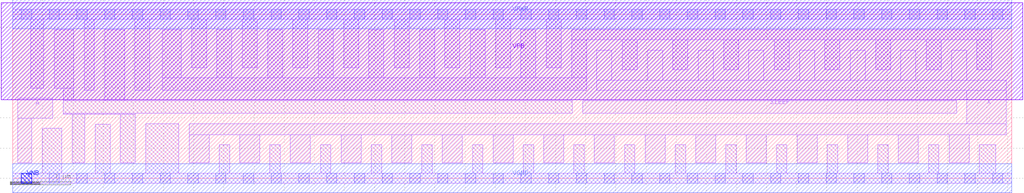
<source format=lef>
# Copyright 2020 The SkyWater PDK Authors
#
# Licensed under the Apache License, Version 2.0 (the "License");
# you may not use this file except in compliance with the License.
# You may obtain a copy of the License at
#
#     https://www.apache.org/licenses/LICENSE-2.0
#
# Unless required by applicable law or agreed to in writing, software
# distributed under the License is distributed on an "AS IS" BASIS,
# WITHOUT WARRANTIES OR CONDITIONS OF ANY KIND, either express or implied.
# See the License for the specific language governing permissions and
# limitations under the License.
#
# SPDX-License-Identifier: Apache-2.0

VERSION 5.7 ;
  DIVIDERCHAR "/" ;
  BUSBITCHARS "[]" ;
MACRO sky130_ef_sc_hd__decap_12
  CLASS BLOCK ;
  FOREIGN sky130_ef_sc_hd__decap_12 ;
  ORIGIN 0.000 0.000 ;
  SIZE 5.520 BY 2.720 ;
  PIN VGND
    DIRECTION INPUT ;
    USE GROUND ;
    PORT
      LAYER li1 ;
        RECT 1.670 0.630 2.010 1.460 ;
        RECT 0.085 0.085 5.430 0.630 ;
        RECT 0.000 -0.085 5.520 0.085 ;
      LAYER mcon ;
        RECT 0.605 -0.085 0.775 0.085 ;
        RECT 1.065 -0.085 1.235 0.085 ;
        RECT 1.525 -0.085 1.695 0.085 ;
        RECT 1.985 -0.085 2.155 0.085 ;
        RECT 2.445 -0.085 2.615 0.085 ;
        RECT 2.905 -0.085 3.075 0.085 ;
        RECT 3.365 -0.085 3.535 0.085 ;
        RECT 3.825 -0.085 3.995 0.085 ;
        RECT 4.285 -0.085 4.455 0.085 ;
        RECT 4.745 -0.085 4.915 0.085 ;
        RECT 5.205 -0.085 5.375 0.085 ;
      LAYER met1 ;
        RECT 0.000 -0.240 5.520 0.240 ;
    END
  END VGND
  PIN VNB
    DIRECTION INPUT ;
    PORT
      LAYER pwell ;
        RECT 0.080 -0.130 0.360 0.150 ;
    END
  END VNB
  PIN VPB
    DIRECTION INPUT ;
    PORT
      LAYER nwell ;
        RECT -0.190 1.305 5.710 2.910 ;
    END
  END VPB
  PIN VPWR
    DIRECTION INPUT ;
    USE POWER ;
    PORT
      LAYER li1 ;
        RECT 0.000 2.635 5.520 2.805 ;
        RECT 0.085 2.200 5.430 2.635 ;
        RECT 3.490 0.950 3.840 2.200 ;
      LAYER mcon ;
        RECT 0.605 2.635 0.775 2.805 ;
        RECT 1.065 2.635 1.235 2.805 ;
        RECT 1.525 2.635 1.695 2.805 ;
        RECT 1.985 2.635 2.155 2.805 ;
        RECT 2.445 2.635 2.615 2.805 ;
        RECT 2.905 2.635 3.075 2.805 ;
        RECT 3.365 2.635 3.535 2.805 ;
        RECT 3.825 2.635 3.995 2.805 ;
        RECT 4.285 2.635 4.455 2.805 ;
        RECT 4.745 2.635 4.915 2.805 ;
        RECT 5.205 2.635 5.375 2.805 ;
      LAYER met1 ;
        RECT 0.000 2.480 5.520 2.960 ;
    END
  END VPWR
END sky130_ef_sc_hd__decap_12

#--------EOF---------

MACRO sky130_ef_sc_hd__fakediode_2
  CLASS CORE SPACER ;
  FOREIGN sky130_ef_sc_hd__fakediode_2 ;
  ORIGIN  0.000000  0.000000 ;
  SIZE  0.920000 BY  2.720000 ;
  SYMMETRY X Y R90 ;
  SITE unithd ;
  PIN DIODE
    DIRECTION INPUT ;
    USE SIGNAL ;
    PORT
      LAYER li1 ;
        RECT 0.085000 0.255000 0.835000 2.465000 ;
    END
  END DIODE
  PIN VGND
    DIRECTION INOUT ;
    SHAPE ABUTMENT ;
    USE GROUND ;
    PORT
      LAYER met1 ;
        RECT 0.000000 -0.240000 0.920000 0.240000 ;
    END
  END VGND
  PIN VNB
    DIRECTION INOUT ;
    USE GROUND ;
    PORT
      LAYER pwell ;
        RECT 0.145000 -0.085000 0.315000 0.085000 ;
    END
  END VNB
  PIN VPB
    DIRECTION INOUT ;
    USE POWER ;
    PORT
      LAYER nwell ;
        RECT -0.190000 1.305000 1.110000 2.910000 ;
    END
  END VPB
  PIN VPWR
    DIRECTION INOUT ;
    SHAPE ABUTMENT ;
    USE POWER ;
    PORT
      LAYER met1 ;
        RECT 0.000000 2.480000 0.920000 2.960000 ;
    END
  END VPWR
  OBS
    LAYER li1 ;
      RECT 0.000000 -0.085000 0.920000 0.085000 ;
      RECT 0.000000  2.635000 0.920000 2.805000 ;
    LAYER mcon ;
      RECT 0.145000 -0.085000 0.315000 0.085000 ;
      RECT 0.145000  2.635000 0.315000 2.805000 ;
      RECT 0.605000 -0.085000 0.775000 0.085000 ;
      RECT 0.605000  2.635000 0.775000 2.805000 ;
  END
END sky130_ef_sc_hd__fakediode_2
#--------EOF---------

MACRO sky130_ef_sc_hd__fill_8
  CLASS CORE SPACER ;
  ORIGIN  0.000000  0.000000 ;
  SIZE  3.680000 BY  2.720000 ;
  SYMMETRY X Y R90 ;
  SITE unithd ;
  PIN VGND
    DIRECTION INOUT ;
    SHAPE ABUTMENT ;
    USE GROUND ;
    PORT
      LAYER li1 ;
        RECT 0.000000 -0.085000 3.680000 0.085000 ;
    END
    PORT
      LAYER met1 ;
        RECT 0.000000 -0.240000 3.680000 0.240000 ;
    END
  END VGND
  PIN VPWR
    DIRECTION INOUT ;
    SHAPE ABUTMENT ;
    USE POWER ;
    PORT
      LAYER li1 ;
        RECT 0.000000 2.635000 3.680000 2.805000 ;
    END
    PORT
      LAYER met1 ;
        RECT 0.000000 2.480000 3.680000 2.960000 ;
    END
  END VPWR
  OBS
  END
END sky130_ef_sc_hd__fill_8
#--------EOF---------

MACRO sky130_ef_sc_hd__fill_12
  CLASS CORE ;
  FOREIGN sky130_ef_sc_hd__fill_12 ;
  ORIGIN 0.000 0.000 ;
  SIZE 5.520 BY 2.720 ;
  SYMMETRY X Y R90 ;
  SITE unithd ;
  OBS
      LAYER nwell ;
        RECT -0.190 1.305 5.710 2.910 ;
      LAYER pwell ;
        RECT 0.145 -0.085 0.315 0.085 ;
        RECT 2.935 -0.060 3.045 0.060 ;
        RECT 4.755 -0.050 4.915 0.060 ;
      LAYER li1 ;
        RECT 0.000 2.635 5.520 2.805 ;
        RECT 0.085 1.545 2.675 2.635 ;
        RECT 0.085 0.855 1.295 1.375 ;
        RECT 1.465 1.025 2.675 1.545 ;
        RECT 0.085 0.085 2.675 0.855 ;
        RECT 0.000 -0.085 5.520 0.085 ;
      LAYER mcon ;
        RECT 0.145 2.635 0.315 2.805 ;
        RECT 0.605 2.635 0.775 2.805 ;
        RECT 1.065 2.635 1.235 2.805 ;
        RECT 1.525 2.635 1.695 2.805 ;
        RECT 1.985 2.635 2.155 2.805 ;
        RECT 2.445 2.635 2.615 2.805 ;
        RECT 2.905 2.635 3.075 2.805 ;
        RECT 3.365 2.635 3.535 2.805 ;
        RECT 3.825 2.635 3.995 2.805 ;
        RECT 4.285 2.635 4.455 2.805 ;
        RECT 4.745 2.635 4.915 2.805 ;
        RECT 5.205 2.635 5.375 2.805 ;
        RECT 0.145 -0.085 0.315 0.085 ;
        RECT 0.605 -0.085 0.775 0.085 ;
        RECT 1.065 -0.085 1.235 0.085 ;
        RECT 1.525 -0.085 1.695 0.085 ;
        RECT 1.985 -0.085 2.155 0.085 ;
        RECT 2.445 -0.085 2.615 0.085 ;
        RECT 2.905 -0.085 3.075 0.085 ;
        RECT 3.365 -0.085 3.535 0.085 ;
        RECT 3.825 -0.085 3.995 0.085 ;
        RECT 4.285 -0.085 4.455 0.085 ;
        RECT 4.745 -0.085 4.915 0.085 ;
        RECT 5.205 -0.085 5.375 0.085 ;
      LAYER met1 ;
        RECT 0.000 2.480 5.520 2.960 ;
        RECT 0.000 -0.240 5.520 0.240 ;
  END
END sky130_ef_sc_hd__fill_12

#--------EOF---------

MACRO sky130_fd_sc_hd__a2bb2o_1
  CLASS CORE ;
  FOREIGN sky130_fd_sc_hd__a2bb2o_1 ;
  ORIGIN  0.000000  0.000000 ;
  SIZE  3.680000 BY  2.720000 ;
  SYMMETRY X Y R90 ;
  SITE unithd ;
  PIN A1_N
    ANTENNAGATEAREA  0.126000 ;
    DIRECTION INPUT ;
    USE SIGNAL ;
    PORT
      LAYER li1 ;
        RECT 0.910000 0.995000 1.240000 1.615000 ;
    END
  END A1_N
  PIN A2_N
    ANTENNAGATEAREA  0.126000 ;
    DIRECTION INPUT ;
    USE SIGNAL ;
    PORT
      LAYER li1 ;
        RECT 1.410000 0.995000 1.700000 1.375000 ;
    END
  END A2_N
  PIN B1
    ANTENNAGATEAREA  0.126000 ;
    DIRECTION INPUT ;
    USE SIGNAL ;
    PORT
      LAYER li1 ;
        RECT 3.280000 0.765000 3.540000 1.655000 ;
    END
  END B1
  PIN B2
    ANTENNAGATEAREA  0.126000 ;
    DIRECTION INPUT ;
    USE SIGNAL ;
    PORT
      LAYER li1 ;
        RECT 2.600000 1.355000 3.080000 1.655000 ;
        RECT 2.820000 0.765000 3.080000 1.355000 ;
    END
  END B2
  PIN X
    ANTENNADIFFAREA  0.429000 ;
    DIRECTION OUTPUT ;
    USE SIGNAL ;
    PORT
      LAYER li1 ;
        RECT 0.085000 0.255000 0.345000 0.810000 ;
        RECT 0.085000 0.810000 0.260000 1.525000 ;
        RECT 0.085000 1.525000 0.345000 2.465000 ;
    END
  END X
  PIN VGND
    DIRECTION INOUT ;
    SHAPE ABUTMENT ;
    USE GROUND ;
    PORT
      LAYER met1 ;
        RECT 0.000000 -0.240000 3.680000 0.240000 ;
    END
  END VGND
  PIN VNB
    DIRECTION INOUT ;
    USE GROUND ;
    PORT
      LAYER pwell ;
        RECT 0.150000 -0.085000 0.320000 0.085000 ;
    END
  END VNB
  PIN VPB
    DIRECTION INOUT ;
    USE POWER ;
    PORT
      LAYER nwell ;
        RECT -0.190000 1.305000 3.870000 2.910000 ;
    END
  END VPB
  PIN VPWR
    DIRECTION INOUT ;
    SHAPE ABUTMENT ;
    USE POWER ;
    PORT
      LAYER met1 ;
        RECT 0.000000 2.480000 3.680000 2.960000 ;
    END
  END VPWR
  OBS
    LAYER li1 ;
      RECT 0.000000 -0.085000 3.680000 0.085000 ;
      RECT 0.000000  2.635000 3.680000 2.805000 ;
      RECT 0.430000  0.995000 0.685000 1.325000 ;
      RECT 0.515000  0.085000 0.945000 0.530000 ;
      RECT 0.515000  1.325000 0.685000 1.805000 ;
      RECT 0.515000  1.805000 1.275000 1.975000 ;
      RECT 0.515000  2.235000 0.845000 2.635000 ;
      RECT 1.105000  1.975000 1.275000 2.200000 ;
      RECT 1.105000  2.200000 2.245000 2.370000 ;
      RECT 1.180000  0.255000 1.350000 0.655000 ;
      RECT 1.180000  0.655000 2.060000 0.825000 ;
      RECT 1.520000  0.085000 2.240000 0.485000 ;
      RECT 1.540000  1.545000 2.060000 1.715000 ;
      RECT 1.540000  1.715000 1.710000 1.905000 ;
      RECT 1.890000  0.825000 2.060000 1.545000 ;
      RECT 1.990000  1.895000 2.400000 2.065000 ;
      RECT 1.990000  2.065000 2.245000 2.200000 ;
      RECT 1.990000  2.370000 2.245000 2.465000 ;
      RECT 2.230000  0.700000 2.580000 0.870000 ;
      RECT 2.230000  0.870000 2.400000 1.895000 ;
      RECT 2.410000  0.255000 2.580000 0.700000 ;
      RECT 2.415000  2.255000 2.745000 2.425000 ;
      RECT 2.575000  1.835000 3.515000 2.005000 ;
      RECT 2.575000  2.005000 2.745000 2.255000 ;
      RECT 2.915000  2.175000 3.165000 2.635000 ;
      RECT 3.155000  0.085000 3.555000 0.595000 ;
      RECT 3.335000  2.005000 3.515000 2.465000 ;
    LAYER mcon ;
      RECT 0.145000 -0.085000 0.315000 0.085000 ;
      RECT 0.145000  2.635000 0.315000 2.805000 ;
      RECT 0.605000 -0.085000 0.775000 0.085000 ;
      RECT 0.605000  2.635000 0.775000 2.805000 ;
      RECT 1.065000 -0.085000 1.235000 0.085000 ;
      RECT 1.065000  2.635000 1.235000 2.805000 ;
      RECT 1.525000 -0.085000 1.695000 0.085000 ;
      RECT 1.525000  2.635000 1.695000 2.805000 ;
      RECT 1.985000 -0.085000 2.155000 0.085000 ;
      RECT 1.985000  2.635000 2.155000 2.805000 ;
      RECT 2.445000 -0.085000 2.615000 0.085000 ;
      RECT 2.445000  2.635000 2.615000 2.805000 ;
      RECT 2.905000 -0.085000 3.075000 0.085000 ;
      RECT 2.905000  2.635000 3.075000 2.805000 ;
      RECT 3.365000 -0.085000 3.535000 0.085000 ;
      RECT 3.365000  2.635000 3.535000 2.805000 ;
  END
END sky130_fd_sc_hd__a2bb2o_1
#--------EOF---------

MACRO sky130_fd_sc_hd__a2bb2o_2
  CLASS CORE ;
  FOREIGN sky130_fd_sc_hd__a2bb2o_2 ;
  ORIGIN  0.000000  0.000000 ;
  SIZE  4.140000 BY  2.720000 ;
  SYMMETRY X Y R90 ;
  SITE unithd ;
  PIN A1_N
    ANTENNAGATEAREA  0.159000 ;
    DIRECTION INPUT ;
    USE SIGNAL ;
    PORT
      LAYER li1 ;
        RECT 1.345000 0.995000 1.675000 1.615000 ;
    END
  END A1_N
  PIN A2_N
    ANTENNAGATEAREA  0.159000 ;
    DIRECTION INPUT ;
    USE SIGNAL ;
    PORT
      LAYER li1 ;
        RECT 1.845000 0.995000 2.135000 1.375000 ;
    END
  END A2_N
  PIN B1
    ANTENNAGATEAREA  0.159000 ;
    DIRECTION INPUT ;
    USE SIGNAL ;
    PORT
      LAYER li1 ;
        RECT 3.730000 0.765000 3.990000 1.655000 ;
    END
  END B1
  PIN B2
    ANTENNAGATEAREA  0.159000 ;
    DIRECTION INPUT ;
    USE SIGNAL ;
    PORT
      LAYER li1 ;
        RECT 3.050000 1.355000 3.530000 1.655000 ;
        RECT 3.270000 0.765000 3.530000 1.355000 ;
    END
  END B2
  PIN X
    ANTENNADIFFAREA  0.445500 ;
    DIRECTION OUTPUT ;
    USE SIGNAL ;
    PORT
      LAYER li1 ;
        RECT 0.525000 0.255000 0.780000 0.810000 ;
        RECT 0.525000 0.810000 0.695000 1.525000 ;
        RECT 0.525000 1.525000 0.780000 2.465000 ;
    END
  END X
  PIN VGND
    DIRECTION INOUT ;
    SHAPE ABUTMENT ;
    USE GROUND ;
    PORT
      LAYER met1 ;
        RECT 0.000000 -0.240000 4.140000 0.240000 ;
    END
  END VGND
  PIN VNB
    DIRECTION INOUT ;
    USE GROUND ;
    PORT
      LAYER pwell ;
        RECT 0.125000 -0.085000 0.295000 0.085000 ;
    END
  END VNB
  PIN VPB
    DIRECTION INOUT ;
    USE POWER ;
    PORT
      LAYER nwell ;
        RECT -0.190000 1.305000 4.330000 2.910000 ;
    END
  END VPB
  PIN VPWR
    DIRECTION INOUT ;
    SHAPE ABUTMENT ;
    USE POWER ;
    PORT
      LAYER met1 ;
        RECT 0.000000 2.480000 4.140000 2.960000 ;
    END
  END VPWR
  OBS
    LAYER li1 ;
      RECT 0.000000 -0.085000 4.140000 0.085000 ;
      RECT 0.000000  2.635000 4.140000 2.805000 ;
      RECT 0.185000  0.085000 0.355000 0.930000 ;
      RECT 0.185000  1.445000 0.355000 2.635000 ;
      RECT 0.865000  0.995000 1.120000 1.325000 ;
      RECT 0.950000  0.085000 1.380000 0.530000 ;
      RECT 0.950000  1.325000 1.120000 1.805000 ;
      RECT 0.950000  1.805000 1.710000 1.975000 ;
      RECT 0.950000  2.235000 1.280000 2.635000 ;
      RECT 1.540000  1.975000 1.710000 2.200000 ;
      RECT 1.540000  2.200000 2.670000 2.370000 ;
      RECT 1.615000  0.255000 1.785000 0.655000 ;
      RECT 1.615000  0.655000 2.510000 0.825000 ;
      RECT 1.955000  0.085000 2.690000 0.485000 ;
      RECT 1.975000  1.545000 2.510000 1.715000 ;
      RECT 1.975000  1.715000 2.145000 1.905000 ;
      RECT 2.340000  0.825000 2.510000 1.545000 ;
      RECT 2.440000  1.895000 2.850000 2.065000 ;
      RECT 2.440000  2.065000 2.670000 2.200000 ;
      RECT 2.500000  2.370000 2.670000 2.465000 ;
      RECT 2.680000  0.700000 3.030000 0.870000 ;
      RECT 2.680000  0.870000 2.850000 1.895000 ;
      RECT 2.860000  0.255000 3.030000 0.700000 ;
      RECT 2.875000  2.255000 3.205000 2.425000 ;
      RECT 3.035000  1.835000 3.965000 2.005000 ;
      RECT 3.035000  2.005000 3.205000 2.255000 ;
      RECT 3.375000  2.175000 3.625000 2.635000 ;
      RECT 3.605000  0.085000 4.005000 0.595000 ;
      RECT 3.795000  2.005000 3.965000 2.465000 ;
    LAYER mcon ;
      RECT 0.145000 -0.085000 0.315000 0.085000 ;
      RECT 0.145000  2.635000 0.315000 2.805000 ;
      RECT 0.605000 -0.085000 0.775000 0.085000 ;
      RECT 0.605000  2.635000 0.775000 2.805000 ;
      RECT 1.065000 -0.085000 1.235000 0.085000 ;
      RECT 1.065000  2.635000 1.235000 2.805000 ;
      RECT 1.525000 -0.085000 1.695000 0.085000 ;
      RECT 1.525000  2.635000 1.695000 2.805000 ;
      RECT 1.985000 -0.085000 2.155000 0.085000 ;
      RECT 1.985000  2.635000 2.155000 2.805000 ;
      RECT 2.445000 -0.085000 2.615000 0.085000 ;
      RECT 2.445000  2.635000 2.615000 2.805000 ;
      RECT 2.905000 -0.085000 3.075000 0.085000 ;
      RECT 2.905000  2.635000 3.075000 2.805000 ;
      RECT 3.365000 -0.085000 3.535000 0.085000 ;
      RECT 3.365000  2.635000 3.535000 2.805000 ;
      RECT 3.825000 -0.085000 3.995000 0.085000 ;
      RECT 3.825000  2.635000 3.995000 2.805000 ;
  END
END sky130_fd_sc_hd__a2bb2o_2
#--------EOF---------

MACRO sky130_fd_sc_hd__a2bb2o_4
  CLASS CORE ;
  FOREIGN sky130_fd_sc_hd__a2bb2o_4 ;
  ORIGIN  0.000000  0.000000 ;
  SIZE  7.360000 BY  2.720000 ;
  SYMMETRY X Y R90 ;
  SITE unithd ;
  PIN A1_N
    ANTENNAGATEAREA  0.495000 ;
    DIRECTION INPUT ;
    USE SIGNAL ;
    PORT
      LAYER li1 ;
        RECT 3.315000 1.075000 3.645000 1.325000 ;
        RECT 3.475000 1.325000 3.645000 1.445000 ;
        RECT 3.475000 1.445000 4.965000 1.615000 ;
        RECT 4.605000 1.075000 4.965000 1.445000 ;
    END
  END A1_N
  PIN A2_N
    ANTENNAGATEAREA  0.495000 ;
    DIRECTION INPUT ;
    USE SIGNAL ;
    PORT
      LAYER li1 ;
        RECT 3.815000 1.075000 4.435000 1.275000 ;
    END
  END A2_N
  PIN B1
    ANTENNAGATEAREA  0.495000 ;
    DIRECTION INPUT ;
    USE SIGNAL ;
    PORT
      LAYER li1 ;
        RECT 0.085000 1.075000 0.575000 1.445000 ;
        RECT 0.085000 1.445000 1.685000 1.615000 ;
        RECT 1.515000 1.075000 1.895000 1.245000 ;
        RECT 1.515000 1.245000 1.685000 1.445000 ;
    END
  END B1
  PIN B2
    ANTENNAGATEAREA  0.495000 ;
    DIRECTION INPUT ;
    USE SIGNAL ;
    PORT
      LAYER li1 ;
        RECT 0.805000 1.075000 1.345000 1.275000 ;
    END
  END B2
  PIN X
    ANTENNADIFFAREA  0.891000 ;
    DIRECTION OUTPUT ;
    USE SIGNAL ;
    PORT
      LAYER li1 ;
        RECT 5.235000 0.275000 5.565000 0.725000 ;
        RECT 5.235000 0.725000 6.920000 0.905000 ;
        RECT 5.275000 1.785000 6.365000 1.955000 ;
        RECT 5.275000 1.955000 5.525000 2.465000 ;
        RECT 6.075000 0.275000 6.405000 0.725000 ;
        RECT 6.115000 1.415000 6.920000 1.655000 ;
        RECT 6.115000 1.655000 6.365000 1.785000 ;
        RECT 6.115000 1.955000 6.365000 2.465000 ;
        RECT 6.610000 0.905000 6.920000 1.415000 ;
    END
  END X
  PIN VGND
    DIRECTION INOUT ;
    SHAPE ABUTMENT ;
    USE GROUND ;
    PORT
      LAYER met1 ;
        RECT 0.000000 -0.240000 7.360000 0.240000 ;
    END
  END VGND
  PIN VNB
    DIRECTION INOUT ;
    USE GROUND ;
    PORT
      LAYER pwell ;
        RECT 0.150000 -0.085000 0.320000 0.085000 ;
    END
  END VNB
  PIN VPB
    DIRECTION INOUT ;
    USE POWER ;
    PORT
      LAYER nwell ;
        RECT -0.190000 1.305000 7.550000 2.910000 ;
    END
  END VPB
  PIN VPWR
    DIRECTION INOUT ;
    SHAPE ABUTMENT ;
    USE POWER ;
    PORT
      LAYER met1 ;
        RECT 0.000000 2.480000 7.360000 2.960000 ;
    END
  END VPWR
  OBS
    LAYER li1 ;
      RECT 0.000000 -0.085000 7.360000 0.085000 ;
      RECT 0.000000  2.635000 7.360000 2.805000 ;
      RECT 0.135000  1.785000 2.065000 1.955000 ;
      RECT 0.135000  1.955000 0.385000 2.465000 ;
      RECT 0.175000  0.085000 0.345000 0.895000 ;
      RECT 0.515000  0.255000 1.685000 0.475000 ;
      RECT 0.515000  0.475000 0.765000 0.905000 ;
      RECT 0.555000  2.125000 0.805000 2.635000 ;
      RECT 0.935000  0.645000 1.270000 0.735000 ;
      RECT 0.935000  0.735000 2.525000 0.905000 ;
      RECT 0.975000  1.955000 1.225000 2.465000 ;
      RECT 1.395000  2.125000 1.645000 2.635000 ;
      RECT 1.815000  1.955000 2.065000 2.295000 ;
      RECT 1.815000  2.295000 2.905000 2.465000 ;
      RECT 1.855000  0.085000 2.025000 0.555000 ;
      RECT 1.855000  1.455000 2.065000 1.785000 ;
      RECT 2.195000  0.255000 2.525000 0.735000 ;
      RECT 2.235000  0.905000 2.445000 1.415000 ;
      RECT 2.235000  1.415000 2.620000 1.965000 ;
      RECT 2.235000  1.965000 2.485000 2.125000 ;
      RECT 2.615000  1.075000 3.145000 1.245000 ;
      RECT 2.655000  2.135000 2.905000 2.295000 ;
      RECT 2.695000  0.085000 3.385000 0.555000 ;
      RECT 2.955000  0.725000 4.725000 0.905000 ;
      RECT 2.955000  0.905000 3.145000 1.075000 ;
      RECT 2.955000  1.245000 3.145000 1.495000 ;
      RECT 2.955000  1.495000 3.305000 1.665000 ;
      RECT 3.135000  1.665000 3.305000 1.785000 ;
      RECT 3.135000  1.785000 4.265000 1.965000 ;
      RECT 3.175000  2.135000 3.425000 2.635000 ;
      RECT 3.555000  0.255000 3.885000 0.725000 ;
      RECT 3.595000  2.135000 3.845000 2.295000 ;
      RECT 3.595000  2.295000 4.685000 2.465000 ;
      RECT 4.015000  1.965000 4.265000 2.125000 ;
      RECT 4.055000  0.085000 4.225000 0.555000 ;
      RECT 4.395000  0.255000 4.725000 0.725000 ;
      RECT 4.435000  1.785000 4.685000 2.295000 ;
      RECT 4.855000  1.795000 5.105000 2.635000 ;
      RECT 4.895000  0.085000 5.065000 0.895000 ;
      RECT 5.135000  1.075000 6.440000 1.245000 ;
      RECT 5.135000  1.245000 5.460000 1.615000 ;
      RECT 5.695000  2.165000 5.945000 2.635000 ;
      RECT 5.735000  0.085000 5.905000 0.555000 ;
      RECT 6.535000  1.825000 6.785000 2.635000 ;
      RECT 6.575000  0.085000 6.745000 0.555000 ;
    LAYER mcon ;
      RECT 0.145000 -0.085000 0.315000 0.085000 ;
      RECT 0.145000  2.635000 0.315000 2.805000 ;
      RECT 0.605000 -0.085000 0.775000 0.085000 ;
      RECT 0.605000  2.635000 0.775000 2.805000 ;
      RECT 1.065000 -0.085000 1.235000 0.085000 ;
      RECT 1.065000  2.635000 1.235000 2.805000 ;
      RECT 1.525000 -0.085000 1.695000 0.085000 ;
      RECT 1.525000  2.635000 1.695000 2.805000 ;
      RECT 1.985000 -0.085000 2.155000 0.085000 ;
      RECT 1.985000  2.635000 2.155000 2.805000 ;
      RECT 2.445000 -0.085000 2.615000 0.085000 ;
      RECT 2.445000  2.635000 2.615000 2.805000 ;
      RECT 2.450000  1.445000 2.620000 1.615000 ;
      RECT 2.905000 -0.085000 3.075000 0.085000 ;
      RECT 2.905000  2.635000 3.075000 2.805000 ;
      RECT 3.365000 -0.085000 3.535000 0.085000 ;
      RECT 3.365000  2.635000 3.535000 2.805000 ;
      RECT 3.825000 -0.085000 3.995000 0.085000 ;
      RECT 3.825000  2.635000 3.995000 2.805000 ;
      RECT 4.285000 -0.085000 4.455000 0.085000 ;
      RECT 4.285000  2.635000 4.455000 2.805000 ;
      RECT 4.745000 -0.085000 4.915000 0.085000 ;
      RECT 4.745000  2.635000 4.915000 2.805000 ;
      RECT 5.205000 -0.085000 5.375000 0.085000 ;
      RECT 5.205000  2.635000 5.375000 2.805000 ;
      RECT 5.230000  1.445000 5.400000 1.615000 ;
      RECT 5.665000 -0.085000 5.835000 0.085000 ;
      RECT 5.665000  2.635000 5.835000 2.805000 ;
      RECT 6.125000 -0.085000 6.295000 0.085000 ;
      RECT 6.125000  2.635000 6.295000 2.805000 ;
      RECT 6.585000 -0.085000 6.755000 0.085000 ;
      RECT 6.585000  2.635000 6.755000 2.805000 ;
      RECT 7.045000 -0.085000 7.215000 0.085000 ;
      RECT 7.045000  2.635000 7.215000 2.805000 ;
    LAYER met1 ;
      RECT 2.390000 1.415000 2.680000 1.460000 ;
      RECT 2.390000 1.460000 5.460000 1.600000 ;
      RECT 2.390000 1.600000 2.680000 1.645000 ;
      RECT 5.170000 1.415000 5.460000 1.460000 ;
      RECT 5.170000 1.600000 5.460000 1.645000 ;
  END
END sky130_fd_sc_hd__a2bb2o_4
#--------EOF---------

MACRO sky130_fd_sc_hd__a2bb2oi_1
  CLASS CORE ;
  FOREIGN sky130_fd_sc_hd__a2bb2oi_1 ;
  ORIGIN  0.000000  0.000000 ;
  SIZE  3.220000 BY  2.720000 ;
  SYMMETRY X Y R90 ;
  SITE unithd ;
  PIN A1_N
    ANTENNAGATEAREA  0.247500 ;
    DIRECTION INPUT ;
    USE SIGNAL ;
    PORT
      LAYER li1 ;
        RECT 0.150000 0.995000 0.520000 1.615000 ;
    END
  END A1_N
  PIN A2_N
    ANTENNAGATEAREA  0.247500 ;
    DIRECTION INPUT ;
    USE SIGNAL ;
    PORT
      LAYER li1 ;
        RECT 0.725000 1.010000 1.240000 1.275000 ;
    END
  END A2_N
  PIN B1
    ANTENNAGATEAREA  0.247500 ;
    DIRECTION INPUT ;
    USE SIGNAL ;
    PORT
      LAYER li1 ;
        RECT 2.780000 0.995000 3.070000 1.615000 ;
    END
  END B1
  PIN B2
    ANTENNAGATEAREA  0.247500 ;
    DIRECTION INPUT ;
    USE SIGNAL ;
    PORT
      LAYER li1 ;
        RECT 2.245000 0.995000 2.610000 1.615000 ;
        RECT 2.440000 0.425000 2.610000 0.995000 ;
    END
  END B2
  PIN Y
    ANTENNADIFFAREA  0.515500 ;
    DIRECTION OUTPUT ;
    USE SIGNAL ;
    PORT
      LAYER li1 ;
        RECT 1.420000 1.785000 1.945000 1.955000 ;
        RECT 1.420000 1.955000 1.785000 2.465000 ;
        RECT 1.775000 0.255000 2.205000 0.825000 ;
        RECT 1.775000 0.825000 1.945000 1.785000 ;
    END
  END Y
  PIN VGND
    DIRECTION INOUT ;
    SHAPE ABUTMENT ;
    USE GROUND ;
    PORT
      LAYER met1 ;
        RECT 0.000000 -0.240000 3.220000 0.240000 ;
    END
  END VGND
  PIN VNB
    DIRECTION INOUT ;
    USE GROUND ;
    PORT
      LAYER pwell ;
        RECT 0.145000 -0.085000 0.315000 0.085000 ;
    END
  END VNB
  PIN VPB
    DIRECTION INOUT ;
    USE POWER ;
    PORT
      LAYER nwell ;
        RECT -0.190000 1.305000 3.410000 2.910000 ;
    END
  END VPB
  PIN VPWR
    DIRECTION INOUT ;
    SHAPE ABUTMENT ;
    USE POWER ;
    PORT
      LAYER met1 ;
        RECT 0.000000 2.480000 3.220000 2.960000 ;
    END
  END VPWR
  OBS
    LAYER li1 ;
      RECT 0.000000 -0.085000 3.220000 0.085000 ;
      RECT 0.000000  2.635000 3.220000 2.805000 ;
      RECT 0.095000  0.085000 0.425000 0.825000 ;
      RECT 0.095000  1.805000 0.425000 2.635000 ;
      RECT 0.595000  0.255000 0.765000 0.660000 ;
      RECT 0.595000  0.660000 1.580000 0.830000 ;
      RECT 0.875000  1.445000 1.580000 1.615000 ;
      RECT 0.875000  1.615000 1.205000 2.465000 ;
      RECT 0.935000  0.085000 1.605000 0.490000 ;
      RECT 1.410000  0.830000 1.580000 1.445000 ;
      RECT 1.955000  2.235000 2.285000 2.465000 ;
      RECT 2.115000  1.785000 3.130000 1.955000 ;
      RECT 2.115000  1.955000 2.285000 2.235000 ;
      RECT 2.455000  2.135000 2.705000 2.635000 ;
      RECT 2.795000  0.085000 3.125000 0.825000 ;
      RECT 2.875000  1.955000 3.130000 2.465000 ;
    LAYER mcon ;
      RECT 0.145000 -0.085000 0.315000 0.085000 ;
      RECT 0.145000  2.635000 0.315000 2.805000 ;
      RECT 0.605000 -0.085000 0.775000 0.085000 ;
      RECT 0.605000  2.635000 0.775000 2.805000 ;
      RECT 1.065000 -0.085000 1.235000 0.085000 ;
      RECT 1.065000  2.635000 1.235000 2.805000 ;
      RECT 1.525000 -0.085000 1.695000 0.085000 ;
      RECT 1.525000  2.635000 1.695000 2.805000 ;
      RECT 1.985000 -0.085000 2.155000 0.085000 ;
      RECT 1.985000  2.635000 2.155000 2.805000 ;
      RECT 2.445000 -0.085000 2.615000 0.085000 ;
      RECT 2.445000  2.635000 2.615000 2.805000 ;
      RECT 2.905000 -0.085000 3.075000 0.085000 ;
      RECT 2.905000  2.635000 3.075000 2.805000 ;
  END
END sky130_fd_sc_hd__a2bb2oi_1
#--------EOF---------

MACRO sky130_fd_sc_hd__a2bb2oi_2
  CLASS CORE ;
  FOREIGN sky130_fd_sc_hd__a2bb2oi_2 ;
  ORIGIN  0.000000  0.000000 ;
  SIZE  5.520000 BY  2.720000 ;
  SYMMETRY X Y R90 ;
  SITE unithd ;
  PIN A1_N
    ANTENNAGATEAREA  0.495000 ;
    DIRECTION INPUT ;
    USE SIGNAL ;
    PORT
      LAYER li1 ;
        RECT 3.310000 1.075000 4.205000 1.275000 ;
    END
  END A1_N
  PIN A2_N
    ANTENNAGATEAREA  0.495000 ;
    DIRECTION INPUT ;
    USE SIGNAL ;
    PORT
      LAYER li1 ;
        RECT 4.455000 1.075000 5.435000 1.275000 ;
    END
  END A2_N
  PIN B1
    ANTENNAGATEAREA  0.495000 ;
    DIRECTION INPUT ;
    USE SIGNAL ;
    PORT
      LAYER li1 ;
        RECT 0.085000 1.075000 0.710000 1.445000 ;
        RECT 0.085000 1.445000 2.030000 1.615000 ;
        RECT 1.700000 1.075000 2.030000 1.445000 ;
    END
  END B1
  PIN B2
    ANTENNAGATEAREA  0.495000 ;
    DIRECTION INPUT ;
    USE SIGNAL ;
    PORT
      LAYER li1 ;
        RECT 0.940000 1.075000 1.480000 1.275000 ;
    END
  END B2
  PIN Y
    ANTENNADIFFAREA  0.621000 ;
    DIRECTION OUTPUT ;
    USE SIGNAL ;
    PORT
      LAYER li1 ;
        RECT 1.070000 0.645000 1.400000 0.725000 ;
        RECT 1.070000 0.725000 2.660000 0.905000 ;
        RECT 2.330000 0.255000 2.660000 0.725000 ;
        RECT 2.370000 0.905000 2.660000 1.660000 ;
        RECT 2.370000 1.660000 2.620000 2.125000 ;
    END
  END Y
  PIN VGND
    DIRECTION INOUT ;
    SHAPE ABUTMENT ;
    USE GROUND ;
    PORT
      LAYER met1 ;
        RECT 0.000000 -0.240000 5.520000 0.240000 ;
    END
  END VGND
  PIN VNB
    DIRECTION INOUT ;
    USE GROUND ;
    PORT
      LAYER pwell ;
        RECT 0.145000 -0.085000 0.315000 0.085000 ;
    END
  END VNB
  PIN VPB
    DIRECTION INOUT ;
    USE POWER ;
    PORT
      LAYER nwell ;
        RECT -0.190000 1.305000 5.710000 2.910000 ;
    END
  END VPB
  PIN VPWR
    DIRECTION INOUT ;
    SHAPE ABUTMENT ;
    USE POWER ;
    PORT
      LAYER met1 ;
        RECT 0.000000 2.480000 5.520000 2.960000 ;
    END
  END VPWR
  OBS
    LAYER li1 ;
      RECT 0.000000 -0.085000 5.520000 0.085000 ;
      RECT 0.000000  2.635000 5.520000 2.805000 ;
      RECT 0.270000  1.785000 2.200000 1.955000 ;
      RECT 0.270000  1.955000 0.520000 2.465000 ;
      RECT 0.310000  0.085000 0.480000 0.895000 ;
      RECT 0.650000  0.255000 1.820000 0.475000 ;
      RECT 0.650000  0.475000 0.900000 0.895000 ;
      RECT 0.690000  2.135000 0.940000 2.635000 ;
      RECT 1.110000  1.955000 1.360000 2.465000 ;
      RECT 1.530000  2.135000 1.780000 2.635000 ;
      RECT 1.950000  1.955000 2.200000 2.295000 ;
      RECT 1.950000  2.295000 3.040000 2.465000 ;
      RECT 1.990000  0.085000 2.160000 0.555000 ;
      RECT 2.790000  1.795000 3.040000 2.295000 ;
      RECT 2.830000  0.085000 3.520000 0.555000 ;
      RECT 2.830000  0.995000 3.120000 1.325000 ;
      RECT 2.950000  0.725000 4.860000 0.905000 ;
      RECT 2.950000  0.905000 3.120000 0.995000 ;
      RECT 2.950000  1.325000 3.120000 1.445000 ;
      RECT 2.950000  1.445000 4.820000 1.615000 ;
      RECT 3.310000  1.785000 4.400000 1.965000 ;
      RECT 3.310000  1.965000 3.560000 2.465000 ;
      RECT 3.690000  0.255000 4.020000 0.725000 ;
      RECT 3.730000  2.135000 3.980000 2.635000 ;
      RECT 4.150000  1.965000 4.400000 2.295000 ;
      RECT 4.150000  2.295000 5.240000 2.465000 ;
      RECT 4.190000  0.085000 4.360000 0.555000 ;
      RECT 4.530000  0.255000 4.860000 0.725000 ;
      RECT 4.570000  1.615000 4.820000 2.125000 ;
      RECT 4.990000  1.455000 5.240000 2.295000 ;
      RECT 5.030000  0.085000 5.200000 0.905000 ;
    LAYER mcon ;
      RECT 0.145000 -0.085000 0.315000 0.085000 ;
      RECT 0.145000  2.635000 0.315000 2.805000 ;
      RECT 0.605000 -0.085000 0.775000 0.085000 ;
      RECT 0.605000  2.635000 0.775000 2.805000 ;
      RECT 1.065000 -0.085000 1.235000 0.085000 ;
      RECT 1.065000  2.635000 1.235000 2.805000 ;
      RECT 1.525000 -0.085000 1.695000 0.085000 ;
      RECT 1.525000  2.635000 1.695000 2.805000 ;
      RECT 1.985000 -0.085000 2.155000 0.085000 ;
      RECT 1.985000  2.635000 2.155000 2.805000 ;
      RECT 2.445000 -0.085000 2.615000 0.085000 ;
      RECT 2.445000  2.635000 2.615000 2.805000 ;
      RECT 2.905000 -0.085000 3.075000 0.085000 ;
      RECT 2.905000  2.635000 3.075000 2.805000 ;
      RECT 3.365000 -0.085000 3.535000 0.085000 ;
      RECT 3.365000  2.635000 3.535000 2.805000 ;
      RECT 3.825000 -0.085000 3.995000 0.085000 ;
      RECT 3.825000  2.635000 3.995000 2.805000 ;
      RECT 4.285000 -0.085000 4.455000 0.085000 ;
      RECT 4.285000  2.635000 4.455000 2.805000 ;
      RECT 4.745000 -0.085000 4.915000 0.085000 ;
      RECT 4.745000  2.635000 4.915000 2.805000 ;
      RECT 5.205000 -0.085000 5.375000 0.085000 ;
      RECT 5.205000  2.635000 5.375000 2.805000 ;
  END
END sky130_fd_sc_hd__a2bb2oi_2
#--------EOF---------

MACRO sky130_fd_sc_hd__a2bb2oi_4
  CLASS CORE ;
  FOREIGN sky130_fd_sc_hd__a2bb2oi_4 ;
  ORIGIN  0.000000  0.000000 ;
  SIZE  9.660000 BY  2.720000 ;
  SYMMETRY X Y R90 ;
  SITE unithd ;
  PIN A1_N
    ANTENNAGATEAREA  0.990000 ;
    DIRECTION INPUT ;
    USE SIGNAL ;
    PORT
      LAYER li1 ;
        RECT 5.945000 1.075000 7.320000 1.275000 ;
    END
  END A1_N
  PIN A2_N
    ANTENNAGATEAREA  0.990000 ;
    DIRECTION INPUT ;
    USE SIGNAL ;
    PORT
      LAYER li1 ;
        RECT 7.595000 1.075000 9.045000 1.275000 ;
    END
  END A2_N
  PIN B1
    ANTENNAGATEAREA  0.990000 ;
    DIRECTION INPUT ;
    USE SIGNAL ;
    PORT
      LAYER li1 ;
        RECT 0.100000 1.075000 1.555000 1.285000 ;
        RECT 1.385000 1.285000 1.555000 1.445000 ;
        RECT 1.385000 1.445000 3.575000 1.615000 ;
        RECT 3.245000 1.075000 3.575000 1.445000 ;
    END
  END B1
  PIN B2
    ANTENNAGATEAREA  0.990000 ;
    DIRECTION INPUT ;
    USE SIGNAL ;
    PORT
      LAYER li1 ;
        RECT 1.725000 1.075000 3.075000 1.275000 ;
    END
  END B2
  PIN Y
    ANTENNADIFFAREA  1.242000 ;
    DIRECTION OUTPUT ;
    USE SIGNAL ;
    PORT
      LAYER li1 ;
        RECT 1.775000 0.645000 2.995000 0.725000 ;
        RECT 1.775000 0.725000 5.045000 0.905000 ;
        RECT 3.745000 0.905000 3.915000 1.415000 ;
        RECT 3.745000 1.415000 4.965000 1.615000 ;
        RECT 3.875000 0.275000 4.205000 0.725000 ;
        RECT 3.915000 1.615000 4.165000 2.125000 ;
        RECT 4.715000 0.275000 5.045000 0.725000 ;
        RECT 4.745000 1.615000 4.965000 2.125000 ;
    END
  END Y
  PIN VGND
    DIRECTION INOUT ;
    SHAPE ABUTMENT ;
    USE GROUND ;
    PORT
      LAYER met1 ;
        RECT 0.000000 -0.240000 9.660000 0.240000 ;
    END
  END VGND
  PIN VNB
    DIRECTION INOUT ;
    USE GROUND ;
    PORT
      LAYER pwell ;
        RECT 0.150000 -0.085000 0.320000 0.085000 ;
    END
  END VNB
  PIN VPB
    DIRECTION INOUT ;
    USE POWER ;
    PORT
      LAYER nwell ;
        RECT -0.190000 1.305000 9.850000 2.910000 ;
    END
  END VPB
  PIN VPWR
    DIRECTION INOUT ;
    SHAPE ABUTMENT ;
    USE POWER ;
    PORT
      LAYER met1 ;
        RECT 0.000000 2.480000 9.660000 2.960000 ;
    END
  END VPWR
  OBS
    LAYER li1 ;
      RECT 0.000000 -0.085000 9.660000 0.085000 ;
      RECT 0.000000  2.635000 9.660000 2.805000 ;
      RECT 0.085000  1.455000 1.215000 1.625000 ;
      RECT 0.085000  1.625000 0.425000 2.465000 ;
      RECT 0.175000  0.085000 0.345000 0.895000 ;
      RECT 0.515000  0.255000 0.845000 0.725000 ;
      RECT 0.515000  0.725000 1.605000 0.905000 ;
      RECT 0.595000  1.795000 0.805000 2.635000 ;
      RECT 0.975000  1.625000 1.215000 1.795000 ;
      RECT 0.975000  1.795000 3.745000 1.965000 ;
      RECT 0.975000  1.965000 1.215000 2.465000 ;
      RECT 1.015000  0.085000 1.185000 0.555000 ;
      RECT 1.355000  0.255000 3.365000 0.475000 ;
      RECT 1.355000  0.475000 1.605000 0.725000 ;
      RECT 1.395000  2.135000 1.645000 2.635000 ;
      RECT 1.815000  1.965000 2.065000 2.465000 ;
      RECT 2.235000  2.135000 2.485000 2.635000 ;
      RECT 2.655000  1.965000 2.905000 2.465000 ;
      RECT 3.075000  2.135000 3.325000 2.635000 ;
      RECT 3.495000  1.965000 3.745000 2.295000 ;
      RECT 3.495000  2.295000 5.465000 2.465000 ;
      RECT 3.535000  0.085000 3.705000 0.555000 ;
      RECT 4.085000  1.075000 5.725000 1.245000 ;
      RECT 4.335000  1.795000 4.575000 2.295000 ;
      RECT 4.375000  0.085000 4.545000 0.555000 ;
      RECT 5.135000  1.455000 5.465000 2.295000 ;
      RECT 5.215000  0.085000 5.905000 0.555000 ;
      RECT 5.555000  0.735000 9.575000 0.905000 ;
      RECT 5.555000  0.905000 5.725000 1.075000 ;
      RECT 5.655000  1.455000 7.625000 1.625000 ;
      RECT 5.655000  1.625000 5.985000 2.465000 ;
      RECT 6.075000  0.255000 6.405000 0.725000 ;
      RECT 6.075000  0.725000 8.925000 0.735000 ;
      RECT 6.155000  1.795000 6.365000 2.635000 ;
      RECT 6.540000  1.625000 6.780000 2.465000 ;
      RECT 6.575000  0.085000 6.745000 0.555000 ;
      RECT 6.915000  0.255000 7.245000 0.725000 ;
      RECT 6.955000  1.795000 7.205000 2.635000 ;
      RECT 7.375000  1.625000 7.625000 2.295000 ;
      RECT 7.375000  2.295000 9.310000 2.465000 ;
      RECT 7.415000  0.085000 7.585000 0.555000 ;
      RECT 7.755000  0.255000 8.085000 0.725000 ;
      RECT 7.795000  1.455000 9.575000 1.625000 ;
      RECT 7.795000  1.625000 8.045000 2.125000 ;
      RECT 8.215000  1.795000 8.465000 2.295000 ;
      RECT 8.255000  0.085000 8.425000 0.555000 ;
      RECT 8.595000  0.255000 8.925000 0.725000 ;
      RECT 8.635000  1.625000 8.885000 2.125000 ;
      RECT 9.060000  1.795000 9.310000 2.295000 ;
      RECT 9.095000  0.085000 9.265000 0.555000 ;
      RECT 9.215000  0.905000 9.575000 1.455000 ;
    LAYER mcon ;
      RECT 0.145000 -0.085000 0.315000 0.085000 ;
      RECT 0.145000  2.635000 0.315000 2.805000 ;
      RECT 0.605000 -0.085000 0.775000 0.085000 ;
      RECT 0.605000  2.635000 0.775000 2.805000 ;
      RECT 1.065000 -0.085000 1.235000 0.085000 ;
      RECT 1.065000  2.635000 1.235000 2.805000 ;
      RECT 1.525000 -0.085000 1.695000 0.085000 ;
      RECT 1.525000  2.635000 1.695000 2.805000 ;
      RECT 1.985000 -0.085000 2.155000 0.085000 ;
      RECT 1.985000  2.635000 2.155000 2.805000 ;
      RECT 2.445000 -0.085000 2.615000 0.085000 ;
      RECT 2.445000  2.635000 2.615000 2.805000 ;
      RECT 2.905000 -0.085000 3.075000 0.085000 ;
      RECT 2.905000  2.635000 3.075000 2.805000 ;
      RECT 3.365000 -0.085000 3.535000 0.085000 ;
      RECT 3.365000  2.635000 3.535000 2.805000 ;
      RECT 3.825000 -0.085000 3.995000 0.085000 ;
      RECT 3.825000  2.635000 3.995000 2.805000 ;
      RECT 4.285000 -0.085000 4.455000 0.085000 ;
      RECT 4.285000  2.635000 4.455000 2.805000 ;
      RECT 4.745000 -0.085000 4.915000 0.085000 ;
      RECT 4.745000  2.635000 4.915000 2.805000 ;
      RECT 5.205000 -0.085000 5.375000 0.085000 ;
      RECT 5.205000  2.635000 5.375000 2.805000 ;
      RECT 5.665000 -0.085000 5.835000 0.085000 ;
      RECT 5.665000  2.635000 5.835000 2.805000 ;
      RECT 6.125000 -0.085000 6.295000 0.085000 ;
      RECT 6.125000  2.635000 6.295000 2.805000 ;
      RECT 6.585000 -0.085000 6.755000 0.085000 ;
      RECT 6.585000  2.635000 6.755000 2.805000 ;
      RECT 7.045000 -0.085000 7.215000 0.085000 ;
      RECT 7.045000  2.635000 7.215000 2.805000 ;
      RECT 7.505000 -0.085000 7.675000 0.085000 ;
      RECT 7.505000  2.635000 7.675000 2.805000 ;
      RECT 7.965000 -0.085000 8.135000 0.085000 ;
      RECT 7.965000  2.635000 8.135000 2.805000 ;
      RECT 8.425000 -0.085000 8.595000 0.085000 ;
      RECT 8.425000  2.635000 8.595000 2.805000 ;
      RECT 8.885000 -0.085000 9.055000 0.085000 ;
      RECT 8.885000  2.635000 9.055000 2.805000 ;
      RECT 9.345000 -0.085000 9.515000 0.085000 ;
      RECT 9.345000  2.635000 9.515000 2.805000 ;
  END
END sky130_fd_sc_hd__a2bb2oi_4
#--------EOF---------

MACRO sky130_fd_sc_hd__a21bo_1
  CLASS CORE ;
  FOREIGN sky130_fd_sc_hd__a21bo_1 ;
  ORIGIN  0.000000  0.000000 ;
  SIZE  3.680000 BY  2.720000 ;
  SYMMETRY X Y R90 ;
  SITE unithd ;
  PIN A1
    ANTENNAGATEAREA  0.247500 ;
    DIRECTION INPUT ;
    USE SIGNAL ;
    PORT
      LAYER li1 ;
        RECT 1.750000 0.995000 2.175000 1.615000 ;
    END
  END A1
  PIN A2
    ANTENNAGATEAREA  0.247500 ;
    DIRECTION INPUT ;
    USE SIGNAL ;
    PORT
      LAYER li1 ;
        RECT 2.370000 0.995000 2.630000 1.615000 ;
    END
  END A2
  PIN B1_N
    ANTENNAGATEAREA  0.126000 ;
    DIRECTION INPUT ;
    USE SIGNAL ;
    PORT
      LAYER li1 ;
        RECT 0.105000 0.325000 0.335000 1.665000 ;
    END
  END B1_N
  PIN X
    ANTENNADIFFAREA  0.429000 ;
    DIRECTION OUTPUT ;
    USE SIGNAL ;
    PORT
      LAYER li1 ;
        RECT 3.300000 0.265000 3.580000 2.455000 ;
    END
  END X
  PIN VGND
    DIRECTION INOUT ;
    SHAPE ABUTMENT ;
    USE GROUND ;
    PORT
      LAYER met1 ;
        RECT 0.000000 -0.240000 3.680000 0.240000 ;
    END
  END VGND
  PIN VNB
    DIRECTION INOUT ;
    USE GROUND ;
    PORT
      LAYER pwell ;
        RECT 0.145000 -0.085000 0.315000 0.085000 ;
    END
  END VNB
  PIN VPB
    DIRECTION INOUT ;
    USE POWER ;
    PORT
      LAYER nwell ;
        RECT -0.190000 1.305000 3.870000 2.910000 ;
    END
  END VPB
  PIN VPWR
    DIRECTION INOUT ;
    SHAPE ABUTMENT ;
    USE POWER ;
    PORT
      LAYER met1 ;
        RECT 0.000000 2.480000 3.680000 2.960000 ;
    END
  END VPWR
  OBS
    LAYER li1 ;
      RECT 0.000000 -0.085000 3.680000 0.085000 ;
      RECT 0.000000  2.635000 3.680000 2.805000 ;
      RECT 0.105000  1.845000 0.855000 2.045000 ;
      RECT 0.105000  2.045000 0.345000 2.435000 ;
      RECT 0.515000  0.265000 0.745000 1.165000 ;
      RECT 0.515000  1.165000 0.855000 1.845000 ;
      RECT 0.515000  2.225000 0.865000 2.635000 ;
      RECT 0.945000  0.085000 1.190000 0.865000 ;
      RECT 1.035000  1.045000 1.580000 1.345000 ;
      RECT 1.035000  1.345000 1.365000 2.455000 ;
      RECT 1.360000  0.265000 1.790000 0.625000 ;
      RECT 1.360000  0.625000 3.100000 0.815000 ;
      RECT 1.360000  0.815000 1.580000 1.045000 ;
      RECT 1.535000  1.785000 2.560000 1.985000 ;
      RECT 1.535000  1.985000 1.715000 2.455000 ;
      RECT 1.885000  2.155000 2.215000 2.635000 ;
      RECT 2.370000  0.085000 3.100000 0.455000 ;
      RECT 2.390000  1.985000 2.560000 2.455000 ;
      RECT 2.825000  1.495000 3.110000 2.635000 ;
      RECT 2.840000  0.815000 3.100000 1.325000 ;
    LAYER mcon ;
      RECT 0.145000 -0.085000 0.315000 0.085000 ;
      RECT 0.145000  2.635000 0.315000 2.805000 ;
      RECT 0.605000 -0.085000 0.775000 0.085000 ;
      RECT 0.605000  2.635000 0.775000 2.805000 ;
      RECT 1.065000 -0.085000 1.235000 0.085000 ;
      RECT 1.065000  2.635000 1.235000 2.805000 ;
      RECT 1.525000 -0.085000 1.695000 0.085000 ;
      RECT 1.525000  2.635000 1.695000 2.805000 ;
      RECT 1.985000 -0.085000 2.155000 0.085000 ;
      RECT 1.985000  2.635000 2.155000 2.805000 ;
      RECT 2.445000 -0.085000 2.615000 0.085000 ;
      RECT 2.445000  2.635000 2.615000 2.805000 ;
      RECT 2.905000 -0.085000 3.075000 0.085000 ;
      RECT 2.905000  2.635000 3.075000 2.805000 ;
      RECT 3.365000 -0.085000 3.535000 0.085000 ;
      RECT 3.365000  2.635000 3.535000 2.805000 ;
  END
END sky130_fd_sc_hd__a21bo_1
#--------EOF---------

MACRO sky130_fd_sc_hd__a21bo_2
  CLASS CORE ;
  FOREIGN sky130_fd_sc_hd__a21bo_2 ;
  ORIGIN  0.000000  0.000000 ;
  SIZE  3.680000 BY  2.720000 ;
  SYMMETRY X Y R90 ;
  SITE unithd ;
  PIN A1
    ANTENNAGATEAREA  0.247500 ;
    DIRECTION INPUT ;
    USE SIGNAL ;
    PORT
      LAYER li1 ;
        RECT 2.685000 0.995000 3.100000 1.615000 ;
    END
  END A1
  PIN A2
    ANTENNAGATEAREA  0.247500 ;
    DIRECTION INPUT ;
    USE SIGNAL ;
    PORT
      LAYER li1 ;
        RECT 3.270000 0.995000 3.560000 1.615000 ;
    END
  END A2
  PIN B1_N
    ANTENNAGATEAREA  0.126000 ;
    DIRECTION INPUT ;
    USE SIGNAL ;
    PORT
      LAYER li1 ;
        RECT 1.070000 1.035000 1.525000 1.325000 ;
        RECT 1.330000 0.995000 1.525000 1.035000 ;
    END
  END B1_N
  PIN X
    ANTENNADIFFAREA  0.462000 ;
    DIRECTION OUTPUT ;
    USE SIGNAL ;
    PORT
      LAYER li1 ;
        RECT 0.150000 0.715000 0.850000 0.885000 ;
        RECT 0.150000 0.885000 0.380000 1.835000 ;
        RECT 0.150000 1.835000 0.850000 2.005000 ;
        RECT 0.520000 0.315000 0.850000 0.715000 ;
        RECT 0.595000 2.005000 0.850000 2.425000 ;
    END
  END X
  PIN VGND
    DIRECTION INOUT ;
    SHAPE ABUTMENT ;
    USE GROUND ;
    PORT
      LAYER met1 ;
        RECT 0.000000 -0.240000 3.680000 0.240000 ;
    END
  END VGND
  PIN VNB
    DIRECTION INOUT ;
    USE GROUND ;
    PORT
      LAYER pwell ;
        RECT 0.150000 -0.085000 0.320000 0.085000 ;
    END
  END VNB
  PIN VPB
    DIRECTION INOUT ;
    USE POWER ;
    PORT
      LAYER nwell ;
        RECT -0.190000 1.305000 3.870000 2.910000 ;
    END
  END VPB
  PIN VPWR
    DIRECTION INOUT ;
    SHAPE ABUTMENT ;
    USE POWER ;
    PORT
      LAYER met1 ;
        RECT 0.000000 2.480000 3.680000 2.960000 ;
    END
  END VPWR
  OBS
    LAYER li1 ;
      RECT 0.000000 -0.085000 3.680000 0.085000 ;
      RECT 0.000000  2.635000 3.680000 2.805000 ;
      RECT 0.090000  0.085000 0.345000 0.545000 ;
      RECT 0.090000  2.255000 0.425000 2.635000 ;
      RECT 0.570000  1.075000 0.900000 1.495000 ;
      RECT 0.570000  1.495000 1.285000 1.665000 ;
      RECT 1.020000  0.085000 1.220000 0.865000 ;
      RECT 1.040000  2.275000 1.370000 2.635000 ;
      RECT 1.115000  1.665000 1.285000 1.895000 ;
      RECT 1.115000  1.895000 2.225000 2.105000 ;
      RECT 1.455000  0.655000 1.865000 0.825000 ;
      RECT 1.455000  1.555000 1.865000 1.725000 ;
      RECT 1.695000  0.825000 1.865000 0.995000 ;
      RECT 1.695000  0.995000 2.175000 1.325000 ;
      RECT 1.695000  1.325000 1.865000 1.555000 ;
      RECT 1.975000  0.085000 2.305000 0.465000 ;
      RECT 1.975000  2.105000 2.225000 2.465000 ;
      RECT 2.055000  1.505000 2.515000 1.675000 ;
      RECT 2.055000  1.675000 2.225000 1.895000 ;
      RECT 2.345000  0.635000 2.740000 0.825000 ;
      RECT 2.345000  0.825000 2.515000 1.505000 ;
      RECT 2.395000  1.845000 3.565000 2.015000 ;
      RECT 2.395000  2.015000 2.725000 2.465000 ;
      RECT 2.895000  2.185000 3.065000 2.635000 ;
      RECT 3.235000  0.085000 3.565000 0.825000 ;
      RECT 3.235000  2.015000 3.565000 2.465000 ;
    LAYER mcon ;
      RECT 0.145000 -0.085000 0.315000 0.085000 ;
      RECT 0.145000  2.635000 0.315000 2.805000 ;
      RECT 0.605000 -0.085000 0.775000 0.085000 ;
      RECT 0.605000  2.635000 0.775000 2.805000 ;
      RECT 1.065000 -0.085000 1.235000 0.085000 ;
      RECT 1.065000  2.635000 1.235000 2.805000 ;
      RECT 1.525000 -0.085000 1.695000 0.085000 ;
      RECT 1.525000  2.635000 1.695000 2.805000 ;
      RECT 1.985000 -0.085000 2.155000 0.085000 ;
      RECT 1.985000  2.635000 2.155000 2.805000 ;
      RECT 2.445000 -0.085000 2.615000 0.085000 ;
      RECT 2.445000  2.635000 2.615000 2.805000 ;
      RECT 2.905000 -0.085000 3.075000 0.085000 ;
      RECT 2.905000  2.635000 3.075000 2.805000 ;
      RECT 3.365000 -0.085000 3.535000 0.085000 ;
      RECT 3.365000  2.635000 3.535000 2.805000 ;
  END
END sky130_fd_sc_hd__a21bo_2
#--------EOF---------

MACRO sky130_fd_sc_hd__a21bo_4
  CLASS CORE ;
  FOREIGN sky130_fd_sc_hd__a21bo_4 ;
  ORIGIN  0.000000  0.000000 ;
  SIZE  5.980000 BY  2.720000 ;
  SYMMETRY X Y R90 ;
  SITE unithd ;
  PIN A1
    ANTENNAGATEAREA  0.495000 ;
    DIRECTION INPUT ;
    USE SIGNAL ;
    PORT
      LAYER li1 ;
        RECT 4.590000 1.010000 4.955000 1.360000 ;
    END
  END A1
  PIN A2
    ANTENNAGATEAREA  0.495000 ;
    DIRECTION INPUT ;
    USE SIGNAL ;
    PORT
      LAYER li1 ;
        RECT 4.025000 1.010000 4.420000 1.275000 ;
        RECT 4.245000 1.275000 4.420000 1.595000 ;
        RECT 4.245000 1.595000 5.390000 1.765000 ;
        RECT 5.220000 1.055000 5.700000 1.290000 ;
        RECT 5.220000 1.290000 5.390000 1.595000 ;
    END
  END A2
  PIN B1_N
    ANTENNAGATEAREA  0.247500 ;
    DIRECTION INPUT ;
    USE SIGNAL ;
    PORT
      LAYER li1 ;
        RECT 0.500000 1.010000 0.830000 1.625000 ;
    END
  END B1_N
  PIN X
    ANTENNADIFFAREA  0.924000 ;
    DIRECTION OUTPUT ;
    USE SIGNAL ;
    PORT
      LAYER li1 ;
        RECT 1.000000 0.615000 2.340000 0.785000 ;
        RECT 1.000000 0.785000 1.235000 1.595000 ;
        RECT 1.000000 1.595000 2.410000 1.765000 ;
    END
  END X
  PIN VGND
    DIRECTION INOUT ;
    SHAPE ABUTMENT ;
    USE GROUND ;
    PORT
      LAYER met1 ;
        RECT 0.000000 -0.240000 5.980000 0.240000 ;
    END
  END VGND
  PIN VNB
    DIRECTION INOUT ;
    USE GROUND ;
    PORT
      LAYER pwell ;
        RECT 0.145000 -0.085000 0.315000 0.085000 ;
    END
  END VNB
  PIN VPB
    DIRECTION INOUT ;
    USE POWER ;
    PORT
      LAYER nwell ;
        RECT -0.190000 1.305000 6.170000 2.910000 ;
    END
  END VPB
  PIN VPWR
    DIRECTION INOUT ;
    SHAPE ABUTMENT ;
    USE POWER ;
    PORT
      LAYER met1 ;
        RECT 0.000000 2.480000 5.980000 2.960000 ;
    END
  END VPWR
  OBS
    LAYER li1 ;
      RECT 0.000000 -0.085000 5.980000 0.085000 ;
      RECT 0.000000  2.635000 5.980000 2.805000 ;
      RECT 0.105000  0.255000 0.540000 0.840000 ;
      RECT 0.105000  0.840000 0.330000 1.795000 ;
      RECT 0.105000  1.795000 0.565000 1.935000 ;
      RECT 0.105000  1.935000 2.870000 2.105000 ;
      RECT 0.105000  2.105000 0.550000 2.465000 ;
      RECT 0.710000  0.085000 1.050000 0.445000 ;
      RECT 0.720000  2.275000 1.050000 2.635000 ;
      RECT 1.405000  0.995000 2.810000 1.185000 ;
      RECT 1.405000  1.185000 2.530000 1.325000 ;
      RECT 1.580000  0.085000 1.910000 0.445000 ;
      RECT 1.580000  2.275000 1.910000 2.635000 ;
      RECT 2.435000  2.275000 2.770000 2.635000 ;
      RECT 2.515000  0.085000 3.285000 0.445000 ;
      RECT 2.640000  0.615000 3.645000 0.670000 ;
      RECT 2.640000  0.670000 4.965000 0.785000 ;
      RECT 2.640000  0.785000 3.010000 0.800000 ;
      RECT 2.640000  0.800000 2.810000 0.995000 ;
      RECT 2.700000  1.355000 3.305000 1.525000 ;
      RECT 2.700000  1.525000 2.870000 1.935000 ;
      RECT 2.995000  0.995000 3.305000 1.355000 ;
      RECT 3.055000  1.695000 3.225000 2.210000 ;
      RECT 3.055000  2.210000 4.065000 2.380000 ;
      RECT 3.475000  0.255000 3.645000 0.615000 ;
      RECT 3.475000  0.785000 4.965000 0.840000 ;
      RECT 3.475000  0.840000 3.645000 1.805000 ;
      RECT 3.855000  0.085000 4.185000 0.445000 ;
      RECT 3.885000  1.445000 4.065000 1.935000 ;
      RECT 3.885000  1.935000 5.825000 2.105000 ;
      RECT 3.885000  2.105000 4.065000 2.210000 ;
      RECT 4.235000  2.275000 4.565000 2.635000 ;
      RECT 4.685000  0.405000 4.965000 0.670000 ;
      RECT 5.075000  2.275000 5.405000 2.635000 ;
      RECT 5.545000  0.085000 5.825000 0.885000 ;
      RECT 5.570000  1.460000 5.825000 1.935000 ;
    LAYER mcon ;
      RECT 0.145000 -0.085000 0.315000 0.085000 ;
      RECT 0.145000  2.635000 0.315000 2.805000 ;
      RECT 0.605000 -0.085000 0.775000 0.085000 ;
      RECT 0.605000  2.635000 0.775000 2.805000 ;
      RECT 1.065000 -0.085000 1.235000 0.085000 ;
      RECT 1.065000  2.635000 1.235000 2.805000 ;
      RECT 1.525000 -0.085000 1.695000 0.085000 ;
      RECT 1.525000  2.635000 1.695000 2.805000 ;
      RECT 1.985000 -0.085000 2.155000 0.085000 ;
      RECT 1.985000  2.635000 2.155000 2.805000 ;
      RECT 2.445000 -0.085000 2.615000 0.085000 ;
      RECT 2.445000  2.635000 2.615000 2.805000 ;
      RECT 2.905000 -0.085000 3.075000 0.085000 ;
      RECT 2.905000  2.635000 3.075000 2.805000 ;
      RECT 3.365000 -0.085000 3.535000 0.085000 ;
      RECT 3.365000  2.635000 3.535000 2.805000 ;
      RECT 3.825000 -0.085000 3.995000 0.085000 ;
      RECT 3.825000  2.635000 3.995000 2.805000 ;
      RECT 4.285000 -0.085000 4.455000 0.085000 ;
      RECT 4.285000  2.635000 4.455000 2.805000 ;
      RECT 4.745000 -0.085000 4.915000 0.085000 ;
      RECT 4.745000  2.635000 4.915000 2.805000 ;
      RECT 5.205000 -0.085000 5.375000 0.085000 ;
      RECT 5.205000  2.635000 5.375000 2.805000 ;
      RECT 5.665000 -0.085000 5.835000 0.085000 ;
      RECT 5.665000  2.635000 5.835000 2.805000 ;
  END
END sky130_fd_sc_hd__a21bo_4
#--------EOF---------

MACRO sky130_fd_sc_hd__a21boi_0
  CLASS CORE ;
  FOREIGN sky130_fd_sc_hd__a21boi_0 ;
  ORIGIN  0.000000  0.000000 ;
  SIZE  2.760000 BY  2.720000 ;
  SYMMETRY X Y R90 ;
  SITE unithd ;
  PIN A1
    ANTENNAGATEAREA  0.159000 ;
    DIRECTION INPUT ;
    USE SIGNAL ;
    PORT
      LAYER li1 ;
        RECT 1.780000 0.765000 2.170000 1.615000 ;
    END
  END A1
  PIN A2
    ANTENNAGATEAREA  0.159000 ;
    DIRECTION INPUT ;
    USE SIGNAL ;
    PORT
      LAYER li1 ;
        RECT 2.340000 0.765000 2.615000 1.435000 ;
    END
  END A2
  PIN B1_N
    ANTENNAGATEAREA  0.126000 ;
    DIRECTION INPUT ;
    USE SIGNAL ;
    PORT
      LAYER li1 ;
        RECT 0.470000 1.200000 0.895000 1.955000 ;
    END
  END B1_N
  PIN Y
    ANTENNADIFFAREA  0.392200 ;
    DIRECTION OUTPUT ;
    USE SIGNAL ;
    PORT
      LAYER li1 ;
        RECT 1.065000 1.200000 1.610000 1.655000 ;
        RECT 1.065000 1.655000 1.305000 2.465000 ;
        RECT 1.315000 0.255000 1.610000 1.200000 ;
    END
  END Y
  PIN VGND
    DIRECTION INOUT ;
    SHAPE ABUTMENT ;
    USE GROUND ;
    PORT
      LAYER met1 ;
        RECT 0.000000 -0.240000 2.760000 0.240000 ;
    END
  END VGND
  PIN VNB
    DIRECTION INOUT ;
    USE GROUND ;
    PORT
      LAYER pwell ;
        RECT 0.145000 -0.085000 0.315000 0.085000 ;
    END
  END VNB
  PIN VPB
    DIRECTION INOUT ;
    USE POWER ;
    PORT
      LAYER nwell ;
        RECT -0.190000 1.305000 2.950000 2.910000 ;
    END
  END VPB
  PIN VPWR
    DIRECTION INOUT ;
    SHAPE ABUTMENT ;
    USE POWER ;
    PORT
      LAYER met1 ;
        RECT 0.000000 2.480000 2.760000 2.960000 ;
    END
  END VPWR
  OBS
    LAYER li1 ;
      RECT 0.000000 -0.085000 2.760000 0.085000 ;
      RECT 0.000000  2.635000 2.760000 2.805000 ;
      RECT 0.095000  0.280000 0.380000 0.780000 ;
      RECT 0.095000  0.780000 1.145000 1.030000 ;
      RECT 0.095000  1.030000 0.300000 2.085000 ;
      RECT 0.095000  2.085000 0.355000 2.465000 ;
      RECT 0.525000  2.175000 0.855000 2.635000 ;
      RECT 0.550000  0.085000 1.145000 0.610000 ;
      RECT 1.475000  1.825000 2.665000 2.005000 ;
      RECT 1.475000  2.005000 1.805000 2.465000 ;
      RECT 1.975000  2.175000 2.165000 2.635000 ;
      RECT 2.335000  0.085000 2.665000 0.595000 ;
      RECT 2.335000  2.005000 2.665000 2.465000 ;
    LAYER mcon ;
      RECT 0.145000 -0.085000 0.315000 0.085000 ;
      RECT 0.145000  2.635000 0.315000 2.805000 ;
      RECT 0.605000 -0.085000 0.775000 0.085000 ;
      RECT 0.605000  2.635000 0.775000 2.805000 ;
      RECT 1.065000 -0.085000 1.235000 0.085000 ;
      RECT 1.065000  2.635000 1.235000 2.805000 ;
      RECT 1.525000 -0.085000 1.695000 0.085000 ;
      RECT 1.525000  2.635000 1.695000 2.805000 ;
      RECT 1.985000 -0.085000 2.155000 0.085000 ;
      RECT 1.985000  2.635000 2.155000 2.805000 ;
      RECT 2.445000 -0.085000 2.615000 0.085000 ;
      RECT 2.445000  2.635000 2.615000 2.805000 ;
  END
END sky130_fd_sc_hd__a21boi_0
#--------EOF---------

MACRO sky130_fd_sc_hd__a21boi_1
  CLASS CORE ;
  FOREIGN sky130_fd_sc_hd__a21boi_1 ;
  ORIGIN  0.000000  0.000000 ;
  SIZE  2.760000 BY  2.720000 ;
  SYMMETRY X Y R90 ;
  SITE unithd ;
  PIN A1
    ANTENNAGATEAREA  0.247500 ;
    DIRECTION INPUT ;
    USE SIGNAL ;
    PORT
      LAYER li1 ;
        RECT 1.760000 0.995000 2.155000 1.345000 ;
        RECT 1.945000 0.375000 2.155000 0.995000 ;
    END
  END A1
  PIN A2
    ANTENNAGATEAREA  0.247500 ;
    DIRECTION INPUT ;
    USE SIGNAL ;
    PORT
      LAYER li1 ;
        RECT 2.350000 0.995000 2.640000 1.345000 ;
    END
  END A2
  PIN B1_N
    ANTENNAGATEAREA  0.126000 ;
    DIRECTION INPUT ;
    USE SIGNAL ;
    PORT
      LAYER li1 ;
        RECT 0.105000 0.975000 0.335000 1.665000 ;
    END
  END B1_N
  PIN Y
    ANTENNADIFFAREA  0.551000 ;
    DIRECTION OUTPUT ;
    USE SIGNAL ;
    PORT
      LAYER li1 ;
        RECT 1.045000 1.045000 1.580000 1.345000 ;
        RECT 1.045000 1.345000 1.375000 2.455000 ;
        RECT 1.335000 0.265000 1.765000 0.795000 ;
        RECT 1.335000 0.795000 1.580000 1.045000 ;
    END
  END Y
  PIN VGND
    DIRECTION INOUT ;
    SHAPE ABUTMENT ;
    USE GROUND ;
    PORT
      LAYER met1 ;
        RECT 0.000000 -0.240000 2.760000 0.240000 ;
    END
  END VGND
  PIN VNB
    DIRECTION INOUT ;
    USE GROUND ;
    PORT
      LAYER pwell ;
        RECT 0.145000 -0.085000 0.315000 0.085000 ;
    END
  END VNB
  PIN VPB
    DIRECTION INOUT ;
    USE POWER ;
    PORT
      LAYER nwell ;
        RECT -0.190000 1.305000 2.950000 2.910000 ;
    END
  END VPB
  PIN VPWR
    DIRECTION INOUT ;
    SHAPE ABUTMENT ;
    USE POWER ;
    PORT
      LAYER met1 ;
        RECT 0.000000 2.480000 2.760000 2.960000 ;
    END
  END VPWR
  OBS
    LAYER li1 ;
      RECT 0.000000 -0.085000 2.760000 0.085000 ;
      RECT 0.000000  2.635000 2.760000 2.805000 ;
      RECT 0.095000  1.845000 0.855000 2.045000 ;
      RECT 0.095000  2.045000 0.355000 2.435000 ;
      RECT 0.365000  0.265000 0.745000 0.715000 ;
      RECT 0.515000  0.715000 0.745000 1.165000 ;
      RECT 0.515000  1.165000 0.855000 1.845000 ;
      RECT 0.525000  2.225000 0.855000 2.635000 ;
      RECT 0.925000  0.085000 1.155000 0.865000 ;
      RECT 1.545000  1.525000 2.585000 1.725000 ;
      RECT 1.545000  1.725000 1.735000 2.455000 ;
      RECT 1.905000  1.905000 2.235000 2.635000 ;
      RECT 2.325000  0.085000 2.655000 0.815000 ;
      RECT 2.415000  1.725000 2.585000 2.455000 ;
    LAYER mcon ;
      RECT 0.145000 -0.085000 0.315000 0.085000 ;
      RECT 0.145000  2.635000 0.315000 2.805000 ;
      RECT 0.605000 -0.085000 0.775000 0.085000 ;
      RECT 0.605000  2.635000 0.775000 2.805000 ;
      RECT 1.065000 -0.085000 1.235000 0.085000 ;
      RECT 1.065000  2.635000 1.235000 2.805000 ;
      RECT 1.525000 -0.085000 1.695000 0.085000 ;
      RECT 1.525000  2.635000 1.695000 2.805000 ;
      RECT 1.985000 -0.085000 2.155000 0.085000 ;
      RECT 1.985000  2.635000 2.155000 2.805000 ;
      RECT 2.445000 -0.085000 2.615000 0.085000 ;
      RECT 2.445000  2.635000 2.615000 2.805000 ;
  END
END sky130_fd_sc_hd__a21boi_1
#--------EOF---------

MACRO sky130_fd_sc_hd__a21boi_2
  CLASS CORE ;
  FOREIGN sky130_fd_sc_hd__a21boi_2 ;
  ORIGIN  0.000000  0.000000 ;
  SIZE  4.140000 BY  2.720000 ;
  SYMMETRY X Y R90 ;
  SITE unithd ;
  PIN A1
    ANTENNAGATEAREA  0.495000 ;
    DIRECTION INPUT ;
    USE SIGNAL ;
    PORT
      LAYER li1 ;
        RECT 2.605000 0.995000 3.215000 1.325000 ;
    END
  END A1
  PIN A2
    ANTENNAGATEAREA  0.495000 ;
    DIRECTION INPUT ;
    USE SIGNAL ;
    PORT
      LAYER li1 ;
        RECT 2.095000 1.075000 2.425000 1.245000 ;
        RECT 2.100000 1.245000 2.425000 1.495000 ;
        RECT 2.100000 1.495000 3.675000 1.675000 ;
        RECT 3.385000 1.035000 3.795000 1.295000 ;
        RECT 3.385000 1.295000 3.675000 1.495000 ;
    END
  END A2
  PIN B1_N
    ANTENNAGATEAREA  0.126000 ;
    DIRECTION INPUT ;
    USE SIGNAL ;
    PORT
      LAYER li1 ;
        RECT 0.120000 0.765000 0.425000 1.805000 ;
    END
  END B1_N
  PIN Y
    ANTENNADIFFAREA  0.627500 ;
    DIRECTION OUTPUT ;
    USE SIGNAL ;
    PORT
      LAYER li1 ;
        RECT 1.520000 0.255000 1.720000 0.615000 ;
        RECT 1.520000 0.615000 3.060000 0.785000 ;
        RECT 1.520000 0.785000 1.715000 2.115000 ;
        RECT 2.730000 0.255000 3.060000 0.615000 ;
    END
  END Y
  PIN VGND
    DIRECTION INOUT ;
    SHAPE ABUTMENT ;
    USE GROUND ;
    PORT
      LAYER met1 ;
        RECT 0.000000 -0.240000 4.140000 0.240000 ;
    END
  END VGND
  PIN VNB
    DIRECTION INOUT ;
    USE GROUND ;
    PORT
      LAYER pwell ;
        RECT 0.150000 -0.085000 0.320000 0.085000 ;
    END
  END VNB
  PIN VPB
    DIRECTION INOUT ;
    USE POWER ;
    PORT
      LAYER nwell ;
        RECT -0.190000 1.305000 4.330000 2.910000 ;
    END
  END VPB
  PIN VPWR
    DIRECTION INOUT ;
    SHAPE ABUTMENT ;
    USE POWER ;
    PORT
      LAYER met1 ;
        RECT 0.000000 2.480000 4.140000 2.960000 ;
    END
  END VPWR
  OBS
    LAYER li1 ;
      RECT 0.000000 -0.085000 4.140000 0.085000 ;
      RECT 0.000000  2.635000 4.140000 2.805000 ;
      RECT 0.095000  2.080000 0.425000 2.635000 ;
      RECT 0.265000  0.360000 0.795000 0.530000 ;
      RECT 0.595000  0.530000 0.795000 1.070000 ;
      RECT 0.595000  1.070000 1.325000 1.285000 ;
      RECT 0.595000  1.285000 0.855000 2.265000 ;
      RECT 0.985000  0.085000 1.225000 0.885000 ;
      RECT 1.045000  1.795000 1.350000 2.285000 ;
      RECT 1.045000  2.285000 2.215000 2.465000 ;
      RECT 1.885000  1.855000 3.920000 2.025000 ;
      RECT 1.885000  2.025000 2.215000 2.285000 ;
      RECT 1.940000  0.085000 2.270000 0.445000 ;
      RECT 2.385000  2.195000 2.555000 2.635000 ;
      RECT 2.810000  2.025000 3.920000 2.105000 ;
      RECT 2.810000  2.105000 2.980000 2.465000 ;
      RECT 3.160000  2.275000 3.490000 2.635000 ;
      RECT 3.635000  0.085000 3.930000 0.865000 ;
      RECT 3.660000  2.105000 3.920000 2.465000 ;
    LAYER mcon ;
      RECT 0.145000 -0.085000 0.315000 0.085000 ;
      RECT 0.145000  2.635000 0.315000 2.805000 ;
      RECT 0.605000 -0.085000 0.775000 0.085000 ;
      RECT 0.605000  2.635000 0.775000 2.805000 ;
      RECT 1.065000 -0.085000 1.235000 0.085000 ;
      RECT 1.065000  2.635000 1.235000 2.805000 ;
      RECT 1.525000 -0.085000 1.695000 0.085000 ;
      RECT 1.525000  2.635000 1.695000 2.805000 ;
      RECT 1.985000 -0.085000 2.155000 0.085000 ;
      RECT 1.985000  2.635000 2.155000 2.805000 ;
      RECT 2.445000 -0.085000 2.615000 0.085000 ;
      RECT 2.445000  2.635000 2.615000 2.805000 ;
      RECT 2.905000 -0.085000 3.075000 0.085000 ;
      RECT 2.905000  2.635000 3.075000 2.805000 ;
      RECT 3.365000 -0.085000 3.535000 0.085000 ;
      RECT 3.365000  2.635000 3.535000 2.805000 ;
      RECT 3.825000 -0.085000 3.995000 0.085000 ;
      RECT 3.825000  2.635000 3.995000 2.805000 ;
  END
END sky130_fd_sc_hd__a21boi_2
#--------EOF---------

MACRO sky130_fd_sc_hd__a21boi_4
  CLASS CORE ;
  FOREIGN sky130_fd_sc_hd__a21boi_4 ;
  ORIGIN  0.000000  0.000000 ;
  SIZE  6.900000 BY  2.720000 ;
  SYMMETRY X Y R90 ;
  SITE unithd ;
  PIN A1
    ANTENNAGATEAREA  0.990000 ;
    DIRECTION INPUT ;
    USE SIGNAL ;
    PORT
      LAYER li1 ;
        RECT 3.545000 1.065000 4.970000 1.310000 ;
    END
  END A1
  PIN A2
    ANTENNAGATEAREA  0.990000 ;
    DIRECTION INPUT ;
    USE SIGNAL ;
    PORT
      LAYER li1 ;
        RECT 3.030000 1.065000 3.375000 1.480000 ;
        RECT 3.030000 1.480000 6.450000 1.705000 ;
        RECT 5.205000 1.075000 6.450000 1.480000 ;
    END
  END A2
  PIN B1_N
    ANTENNAGATEAREA  0.247500 ;
    DIRECTION INPUT ;
    USE SIGNAL ;
    PORT
      LAYER li1 ;
        RECT 0.145000 1.075000 0.650000 1.615000 ;
        RECT 0.480000 0.995000 0.650000 1.075000 ;
    END
  END B1_N
  PIN Y
    ANTENNADIFFAREA  1.288000 ;
    DIRECTION OUTPUT ;
    USE SIGNAL ;
    PORT
      LAYER li1 ;
        RECT 1.275000 0.370000 1.465000 0.615000 ;
        RECT 1.275000 0.615000 2.325000 0.695000 ;
        RECT 1.275000 0.695000 4.885000 0.865000 ;
        RECT 1.560000 1.585000 2.860000 1.705000 ;
        RECT 1.560000 1.705000 2.725000 2.035000 ;
        RECT 2.135000 0.255000 2.325000 0.615000 ;
        RECT 2.570000 0.865000 4.885000 0.895000 ;
        RECT 2.570000 0.895000 2.860000 1.585000 ;
        RECT 3.255000 0.675000 4.885000 0.695000 ;
    END
  END Y
  PIN VGND
    DIRECTION INOUT ;
    SHAPE ABUTMENT ;
    USE GROUND ;
    PORT
      LAYER met1 ;
        RECT 0.000000 -0.240000 6.900000 0.240000 ;
    END
  END VGND
  PIN VNB
    DIRECTION INOUT ;
    USE GROUND ;
    PORT
      LAYER pwell ;
        RECT 0.145000 -0.085000 0.315000 0.085000 ;
    END
  END VNB
  PIN VPB
    DIRECTION INOUT ;
    USE POWER ;
    PORT
      LAYER nwell ;
        RECT -0.190000 1.305000 7.090000 2.910000 ;
    END
  END VPB
  PIN VPWR
    DIRECTION INOUT ;
    SHAPE ABUTMENT ;
    USE POWER ;
    PORT
      LAYER met1 ;
        RECT 0.000000 2.480000 6.900000 2.960000 ;
    END
  END VPWR
  OBS
    LAYER li1 ;
      RECT 0.000000 -0.085000 6.900000 0.085000 ;
      RECT 0.000000  2.635000 6.900000 2.805000 ;
      RECT 0.090000  0.255000 0.445000 0.615000 ;
      RECT 0.090000  0.615000 1.105000 0.795000 ;
      RECT 0.125000  1.785000 0.990000 2.005000 ;
      RECT 0.125000  2.005000 0.455000 2.465000 ;
      RECT 0.625000  2.175000 0.885000 2.635000 ;
      RECT 0.720000  0.085000 1.105000 0.445000 ;
      RECT 0.820000  0.795000 1.105000 1.035000 ;
      RECT 0.820000  1.035000 2.400000 1.345000 ;
      RECT 0.820000  1.345000 0.990000 1.785000 ;
      RECT 1.160000  1.795000 1.355000 2.215000 ;
      RECT 1.160000  2.215000 3.095000 2.465000 ;
      RECT 1.635000  0.085000 1.965000 0.445000 ;
      RECT 1.935000  2.205000 3.095000 2.215000 ;
      RECT 2.495000  0.085000 3.085000 0.525000 ;
      RECT 2.895000  1.875000 6.605000 2.105000 ;
      RECT 2.895000  2.105000 3.095000 2.205000 ;
      RECT 3.265000  0.255000 5.315000 0.505000 ;
      RECT 3.265000  2.275000 3.595000 2.635000 ;
      RECT 4.125000  2.275000 4.455000 2.635000 ;
      RECT 4.625000  2.105000 4.815000 2.465000 ;
      RECT 4.985000  2.275000 5.315000 2.635000 ;
      RECT 5.055000  0.505000 5.315000 0.735000 ;
      RECT 5.055000  0.735000 6.175000 0.905000 ;
      RECT 5.485000  0.085000 5.675000 0.565000 ;
      RECT 5.485000  2.105000 5.665000 2.465000 ;
      RECT 5.845000  0.255000 6.175000 0.735000 ;
      RECT 5.845000  2.275000 6.175000 2.635000 ;
      RECT 6.345000  0.085000 6.605000 0.885000 ;
      RECT 6.345000  2.105000 6.605000 2.465000 ;
    LAYER mcon ;
      RECT 0.145000 -0.085000 0.315000 0.085000 ;
      RECT 0.145000  2.635000 0.315000 2.805000 ;
      RECT 0.605000 -0.085000 0.775000 0.085000 ;
      RECT 0.605000  2.635000 0.775000 2.805000 ;
      RECT 1.065000 -0.085000 1.235000 0.085000 ;
      RECT 1.065000  2.635000 1.235000 2.805000 ;
      RECT 1.525000 -0.085000 1.695000 0.085000 ;
      RECT 1.525000  2.635000 1.695000 2.805000 ;
      RECT 1.985000 -0.085000 2.155000 0.085000 ;
      RECT 1.985000  2.635000 2.155000 2.805000 ;
      RECT 2.445000 -0.085000 2.615000 0.085000 ;
      RECT 2.445000  2.635000 2.615000 2.805000 ;
      RECT 2.905000 -0.085000 3.075000 0.085000 ;
      RECT 2.905000  2.635000 3.075000 2.805000 ;
      RECT 3.365000 -0.085000 3.535000 0.085000 ;
      RECT 3.365000  2.635000 3.535000 2.805000 ;
      RECT 3.825000 -0.085000 3.995000 0.085000 ;
      RECT 3.825000  2.635000 3.995000 2.805000 ;
      RECT 4.285000 -0.085000 4.455000 0.085000 ;
      RECT 4.285000  2.635000 4.455000 2.805000 ;
      RECT 4.745000 -0.085000 4.915000 0.085000 ;
      RECT 4.745000  2.635000 4.915000 2.805000 ;
      RECT 5.205000 -0.085000 5.375000 0.085000 ;
      RECT 5.205000  2.635000 5.375000 2.805000 ;
      RECT 5.665000 -0.085000 5.835000 0.085000 ;
      RECT 5.665000  2.635000 5.835000 2.805000 ;
      RECT 6.125000 -0.085000 6.295000 0.085000 ;
      RECT 6.125000  2.635000 6.295000 2.805000 ;
      RECT 6.585000 -0.085000 6.755000 0.085000 ;
      RECT 6.585000  2.635000 6.755000 2.805000 ;
  END
END sky130_fd_sc_hd__a21boi_4
#--------EOF---------

MACRO sky130_fd_sc_hd__a21o_1
  CLASS CORE ;
  FOREIGN sky130_fd_sc_hd__a21o_1 ;
  ORIGIN  0.000000  0.000000 ;
  SIZE  2.760000 BY  2.720000 ;
  SYMMETRY X Y R90 ;
  SITE unithd ;
  PIN A1
    ANTENNAGATEAREA  0.247500 ;
    DIRECTION INPUT ;
    USE SIGNAL ;
    PORT
      LAYER li1 ;
        RECT 1.660000 1.015000 2.185000 1.325000 ;
        RECT 1.955000 0.375000 2.185000 1.015000 ;
    END
  END A1
  PIN A2
    ANTENNAGATEAREA  0.247500 ;
    DIRECTION INPUT ;
    USE SIGNAL ;
    PORT
      LAYER li1 ;
        RECT 2.365000 0.995000 2.665000 1.325000 ;
    END
  END A2
  PIN B1
    ANTENNAGATEAREA  0.247500 ;
    DIRECTION INPUT ;
    USE SIGNAL ;
    PORT
      LAYER li1 ;
        RECT 1.015000 1.015000 1.480000 1.325000 ;
    END
  END B1
  PIN X
    ANTENNADIFFAREA  0.429000 ;
    DIRECTION OUTPUT ;
    USE SIGNAL ;
    PORT
      LAYER li1 ;
        RECT 0.095000 0.265000 0.355000 2.455000 ;
    END
  END X
  PIN VGND
    DIRECTION INOUT ;
    SHAPE ABUTMENT ;
    USE GROUND ;
    PORT
      LAYER met1 ;
        RECT 0.000000 -0.240000 2.760000 0.240000 ;
    END
  END VGND
  PIN VNB
    DIRECTION INOUT ;
    USE GROUND ;
    PORT
      LAYER pwell ;
        RECT 0.145000 -0.085000 0.315000 0.085000 ;
    END
  END VNB
  PIN VPB
    DIRECTION INOUT ;
    USE POWER ;
    PORT
      LAYER nwell ;
        RECT -0.190000 1.305000 2.950000 2.910000 ;
    END
  END VPB
  PIN VPWR
    DIRECTION INOUT ;
    SHAPE ABUTMENT ;
    USE POWER ;
    PORT
      LAYER met1 ;
        RECT 0.000000 2.480000 2.760000 2.960000 ;
    END
  END VPWR
  OBS
    LAYER li1 ;
      RECT 0.000000 -0.085000 2.760000 0.085000 ;
      RECT 0.000000  2.635000 2.760000 2.805000 ;
      RECT 0.525000  1.905000 0.865000 2.635000 ;
      RECT 0.545000  0.635000 1.775000 0.835000 ;
      RECT 0.545000  0.835000 0.835000 1.505000 ;
      RECT 0.545000  1.505000 1.315000 1.725000 ;
      RECT 0.615000  0.085000 1.285000 0.455000 ;
      RECT 1.045000  1.725000 1.315000 2.455000 ;
      RECT 1.465000  0.265000 1.775000 0.635000 ;
      RECT 1.495000  1.505000 2.655000 1.745000 ;
      RECT 1.495000  1.745000 1.725000 2.455000 ;
      RECT 1.895000  1.925000 2.225000 2.635000 ;
      RECT 2.365000  0.085000 2.655000 0.815000 ;
      RECT 2.395000  1.745000 2.655000 2.455000 ;
    LAYER mcon ;
      RECT 0.145000 -0.085000 0.315000 0.085000 ;
      RECT 0.145000  2.635000 0.315000 2.805000 ;
      RECT 0.605000 -0.085000 0.775000 0.085000 ;
      RECT 0.605000  2.635000 0.775000 2.805000 ;
      RECT 1.065000 -0.085000 1.235000 0.085000 ;
      RECT 1.065000  2.635000 1.235000 2.805000 ;
      RECT 1.525000 -0.085000 1.695000 0.085000 ;
      RECT 1.525000  2.635000 1.695000 2.805000 ;
      RECT 1.985000 -0.085000 2.155000 0.085000 ;
      RECT 1.985000  2.635000 2.155000 2.805000 ;
      RECT 2.445000 -0.085000 2.615000 0.085000 ;
      RECT 2.445000  2.635000 2.615000 2.805000 ;
  END
END sky130_fd_sc_hd__a21o_1
#--------EOF---------

MACRO sky130_fd_sc_hd__a21o_2
  CLASS CORE ;
  FOREIGN sky130_fd_sc_hd__a21o_2 ;
  ORIGIN  0.000000  0.000000 ;
  SIZE  3.220000 BY  2.720000 ;
  SYMMETRY X Y R90 ;
  SITE unithd ;
  PIN A1
    ANTENNAGATEAREA  0.247500 ;
    DIRECTION INPUT ;
    USE SIGNAL ;
    PORT
      LAYER li1 ;
        RECT 2.240000 0.365000 2.620000 1.325000 ;
    END
  END A1
  PIN A2
    ANTENNAGATEAREA  0.247500 ;
    DIRECTION INPUT ;
    USE SIGNAL ;
    PORT
      LAYER li1 ;
        RECT 2.810000 0.750000 3.125000 1.325000 ;
    END
  END A2
  PIN B1
    ANTENNAGATEAREA  0.247500 ;
    DIRECTION INPUT ;
    USE SIGNAL ;
    PORT
      LAYER li1 ;
        RECT 1.465000 0.995000 1.790000 1.410000 ;
    END
  END B1
  PIN X
    ANTENNADIFFAREA  0.462000 ;
    DIRECTION OUTPUT ;
    USE SIGNAL ;
    PORT
      LAYER li1 ;
        RECT 0.555000 0.635000 0.955000 0.825000 ;
        RECT 0.555000 0.825000 0.785000 2.465000 ;
        RECT 0.765000 0.255000 0.955000 0.635000 ;
    END
  END X
  PIN VGND
    DIRECTION INOUT ;
    SHAPE ABUTMENT ;
    USE GROUND ;
    PORT
      LAYER met1 ;
        RECT 0.000000 -0.240000 3.220000 0.240000 ;
    END
  END VGND
  PIN VNB
    DIRECTION INOUT ;
    USE GROUND ;
    PORT
      LAYER pwell ;
        RECT 0.150000 -0.085000 0.320000 0.085000 ;
    END
  END VNB
  PIN VPB
    DIRECTION INOUT ;
    USE POWER ;
    PORT
      LAYER nwell ;
        RECT -0.190000 1.305000 3.410000 2.910000 ;
    END
  END VPB
  PIN VPWR
    DIRECTION INOUT ;
    SHAPE ABUTMENT ;
    USE POWER ;
    PORT
      LAYER met1 ;
        RECT 0.000000 2.480000 3.220000 2.960000 ;
    END
  END VPWR
  OBS
    LAYER li1 ;
      RECT 0.000000 -0.085000 3.220000 0.085000 ;
      RECT 0.000000  2.635000 3.220000 2.805000 ;
      RECT 0.095000  1.665000 0.385000 2.635000 ;
      RECT 0.265000  0.085000 0.595000 0.465000 ;
      RECT 0.955000  0.995000 1.295000 1.690000 ;
      RECT 0.955000  1.690000 1.790000 1.920000 ;
      RECT 0.955000  2.220000 1.285000 2.635000 ;
      RECT 1.125000  0.085000 1.455000 0.445000 ;
      RECT 1.125000  0.655000 1.865000 0.825000 ;
      RECT 1.125000  0.825000 1.295000 0.995000 ;
      RECT 1.475000  1.920000 1.790000 2.465000 ;
      RECT 1.675000  0.255000 1.865000 0.655000 ;
      RECT 1.960000  1.670000 3.075000 1.935000 ;
      RECT 1.960000  1.935000 2.185000 2.465000 ;
      RECT 2.355000  2.125000 2.685000 2.635000 ;
      RECT 2.805000  0.085000 3.135000 0.565000 ;
      RECT 2.855000  1.935000 3.075000 2.465000 ;
    LAYER mcon ;
      RECT 0.145000 -0.085000 0.315000 0.085000 ;
      RECT 0.145000  2.635000 0.315000 2.805000 ;
      RECT 0.605000 -0.085000 0.775000 0.085000 ;
      RECT 0.605000  2.635000 0.775000 2.805000 ;
      RECT 1.065000 -0.085000 1.235000 0.085000 ;
      RECT 1.065000  2.635000 1.235000 2.805000 ;
      RECT 1.525000 -0.085000 1.695000 0.085000 ;
      RECT 1.525000  2.635000 1.695000 2.805000 ;
      RECT 1.985000 -0.085000 2.155000 0.085000 ;
      RECT 1.985000  2.635000 2.155000 2.805000 ;
      RECT 2.445000 -0.085000 2.615000 0.085000 ;
      RECT 2.445000  2.635000 2.615000 2.805000 ;
      RECT 2.905000 -0.085000 3.075000 0.085000 ;
      RECT 2.905000  2.635000 3.075000 2.805000 ;
  END
END sky130_fd_sc_hd__a21o_2
#--------EOF---------

MACRO sky130_fd_sc_hd__a21o_4
  CLASS CORE ;
  FOREIGN sky130_fd_sc_hd__a21o_4 ;
  ORIGIN  0.000000  0.000000 ;
  SIZE  5.520000 BY  2.720000 ;
  SYMMETRY X Y R90 ;
  SITE unithd ;
  PIN A1
    ANTENNAGATEAREA  0.495000 ;
    DIRECTION INPUT ;
    USE SIGNAL ;
    PORT
      LAYER li1 ;
        RECT 3.990000 1.010000 4.515000 1.275000 ;
    END
  END A1
  PIN A2
    ANTENNAGATEAREA  0.495000 ;
    DIRECTION INPUT ;
    USE SIGNAL ;
    PORT
      LAYER li1 ;
        RECT 3.425000 1.010000 3.820000 1.275000 ;
        RECT 3.645000 1.275000 3.820000 1.510000 ;
        RECT 3.645000 1.510000 4.935000 1.680000 ;
        RECT 4.685000 1.055000 5.100000 1.290000 ;
        RECT 4.685000 1.290000 4.935000 1.510000 ;
    END
  END A2
  PIN B1
    ANTENNAGATEAREA  0.495000 ;
    DIRECTION INPUT ;
    USE SIGNAL ;
    PORT
      LAYER li1 ;
        RECT 2.395000 0.995000 2.705000 1.525000 ;
    END
  END B1
  PIN X
    ANTENNADIFFAREA  0.924000 ;
    DIRECTION OUTPUT ;
    USE SIGNAL ;
    PORT
      LAYER li1 ;
        RECT 0.145000 0.615000 1.735000 0.785000 ;
        RECT 0.145000 0.785000 0.630000 1.585000 ;
        RECT 0.145000 1.585000 1.735000 1.755000 ;
        RECT 0.625000 1.755000 0.795000 2.185000 ;
        RECT 1.485000 1.755000 1.735000 2.185000 ;
    END
  END X
  PIN VGND
    DIRECTION INOUT ;
    SHAPE ABUTMENT ;
    USE GROUND ;
    PORT
      LAYER met1 ;
        RECT 0.000000 -0.240000 5.520000 0.240000 ;
    END
  END VGND
  PIN VNB
    DIRECTION INOUT ;
    USE GROUND ;
    PORT
      LAYER pwell ;
        RECT 0.145000 -0.085000 0.315000 0.085000 ;
    END
  END VNB
  PIN VPB
    DIRECTION INOUT ;
    USE POWER ;
    PORT
      LAYER nwell ;
        RECT -0.190000 1.305000 5.710000 2.910000 ;
    END
  END VPB
  PIN VPWR
    DIRECTION INOUT ;
    SHAPE ABUTMENT ;
    USE POWER ;
    PORT
      LAYER met1 ;
        RECT 0.000000 2.480000 5.520000 2.960000 ;
    END
  END VPWR
  OBS
    LAYER li1 ;
      RECT 0.000000 -0.085000 5.520000 0.085000 ;
      RECT 0.000000  2.635000 5.520000 2.805000 ;
      RECT 0.105000  0.085000 0.445000 0.445000 ;
      RECT 0.115000  1.935000 0.445000 2.635000 ;
      RECT 0.800000  0.995000 2.205000 1.325000 ;
      RECT 0.975000  0.085000 1.305000 0.445000 ;
      RECT 0.975000  1.935000 1.305000 2.635000 ;
      RECT 1.910000  0.085000 2.685000 0.445000 ;
      RECT 1.915000  1.515000 2.165000 2.635000 ;
      RECT 2.035000  0.615000 3.045000 0.670000 ;
      RECT 2.035000  0.670000 4.365000 0.785000 ;
      RECT 2.035000  0.785000 2.205000 0.995000 ;
      RECT 2.455000  1.695000 2.625000 2.295000 ;
      RECT 2.455000  2.295000 3.465000 2.465000 ;
      RECT 2.875000  0.255000 3.045000 0.615000 ;
      RECT 2.875000  0.785000 4.365000 0.840000 ;
      RECT 2.875000  0.840000 3.045000 2.125000 ;
      RECT 3.255000  0.085000 3.585000 0.445000 ;
      RECT 3.285000  1.445000 3.465000 1.850000 ;
      RECT 3.285000  1.850000 5.360000 2.020000 ;
      RECT 3.285000  2.020000 3.465000 2.295000 ;
      RECT 3.635000  2.275000 3.965000 2.635000 ;
      RECT 4.085000  0.405000 4.365000 0.670000 ;
      RECT 4.135000  2.020000 4.305000 2.465000 ;
      RECT 4.475000  2.275000 4.805000 2.635000 ;
      RECT 4.945000  0.085000 5.225000 0.885000 ;
      RECT 5.030000  2.020000 5.360000 2.395000 ;
      RECT 5.105000  1.460000 5.360000 1.850000 ;
    LAYER mcon ;
      RECT 0.145000 -0.085000 0.315000 0.085000 ;
      RECT 0.145000  2.635000 0.315000 2.805000 ;
      RECT 0.605000 -0.085000 0.775000 0.085000 ;
      RECT 0.605000  2.635000 0.775000 2.805000 ;
      RECT 1.065000 -0.085000 1.235000 0.085000 ;
      RECT 1.065000  2.635000 1.235000 2.805000 ;
      RECT 1.525000 -0.085000 1.695000 0.085000 ;
      RECT 1.525000  2.635000 1.695000 2.805000 ;
      RECT 1.985000 -0.085000 2.155000 0.085000 ;
      RECT 1.985000  2.635000 2.155000 2.805000 ;
      RECT 2.445000 -0.085000 2.615000 0.085000 ;
      RECT 2.445000  2.635000 2.615000 2.805000 ;
      RECT 2.905000 -0.085000 3.075000 0.085000 ;
      RECT 2.905000  2.635000 3.075000 2.805000 ;
      RECT 3.365000 -0.085000 3.535000 0.085000 ;
      RECT 3.365000  2.635000 3.535000 2.805000 ;
      RECT 3.825000 -0.085000 3.995000 0.085000 ;
      RECT 3.825000  2.635000 3.995000 2.805000 ;
      RECT 4.285000 -0.085000 4.455000 0.085000 ;
      RECT 4.285000  2.635000 4.455000 2.805000 ;
      RECT 4.745000 -0.085000 4.915000 0.085000 ;
      RECT 4.745000  2.635000 4.915000 2.805000 ;
      RECT 5.205000 -0.085000 5.375000 0.085000 ;
      RECT 5.205000  2.635000 5.375000 2.805000 ;
  END
END sky130_fd_sc_hd__a21o_4
#--------EOF---------

MACRO sky130_fd_sc_hd__a21oi_1
  CLASS CORE ;
  FOREIGN sky130_fd_sc_hd__a21oi_1 ;
  ORIGIN  0.000000  0.000000 ;
  SIZE  1.840000 BY  2.720000 ;
  SYMMETRY X Y R90 ;
  SITE unithd ;
  PIN A1
    ANTENNAGATEAREA  0.247500 ;
    DIRECTION INPUT ;
    USE SIGNAL ;
    PORT
      LAYER li1 ;
        RECT 0.850000 0.995000 1.265000 1.325000 ;
        RECT 1.035000 0.375000 1.265000 0.995000 ;
    END
  END A1
  PIN A2
    ANTENNAGATEAREA  0.247500 ;
    DIRECTION INPUT ;
    USE SIGNAL ;
    PORT
      LAYER li1 ;
        RECT 1.445000 0.995000 1.740000 1.325000 ;
    END
  END A2
  PIN B1
    ANTENNAGATEAREA  0.247500 ;
    DIRECTION INPUT ;
    USE SIGNAL ;
    PORT
      LAYER li1 ;
        RECT 0.095000 0.675000 0.335000 1.325000 ;
    END
  END B1
  PIN Y
    ANTENNADIFFAREA  0.447000 ;
    DIRECTION OUTPUT ;
    USE SIGNAL ;
    PORT
      LAYER li1 ;
        RECT 0.095000 1.495000 0.680000 1.685000 ;
        RECT 0.095000 1.685000 0.370000 2.455000 ;
        RECT 0.505000 0.645000 0.835000 0.825000 ;
        RECT 0.505000 0.825000 0.680000 1.495000 ;
        RECT 0.610000 0.265000 0.835000 0.645000 ;
    END
  END Y
  PIN VGND
    DIRECTION INOUT ;
    SHAPE ABUTMENT ;
    USE GROUND ;
    PORT
      LAYER met1 ;
        RECT 0.000000 -0.240000 1.840000 0.240000 ;
    END
  END VGND
  PIN VNB
    DIRECTION INOUT ;
    USE GROUND ;
    PORT
      LAYER pwell ;
        RECT 0.145000 -0.085000 0.315000 0.085000 ;
    END
  END VNB
  PIN VPB
    DIRECTION INOUT ;
    USE POWER ;
    PORT
      LAYER nwell ;
        RECT -0.190000 1.305000 2.030000 2.910000 ;
    END
  END VPB
  PIN VPWR
    DIRECTION INOUT ;
    SHAPE ABUTMENT ;
    USE POWER ;
    PORT
      LAYER met1 ;
        RECT 0.000000 2.480000 1.840000 2.960000 ;
    END
  END VPWR
  OBS
    LAYER li1 ;
      RECT 0.000000 -0.085000 1.840000 0.085000 ;
      RECT 0.000000  2.635000 1.840000 2.805000 ;
      RECT 0.110000  0.085000 0.440000 0.475000 ;
      RECT 0.540000  1.855000 1.745000 2.025000 ;
      RECT 0.540000  2.025000 0.870000 2.455000 ;
      RECT 0.850000  1.525000 1.745000 1.855000 ;
      RECT 1.040000  2.195000 1.235000 2.635000 ;
      RECT 1.415000  2.025000 1.745000 2.455000 ;
      RECT 1.445000  0.085000 1.745000 0.815000 ;
    LAYER mcon ;
      RECT 0.145000 -0.085000 0.315000 0.085000 ;
      RECT 0.145000  2.635000 0.315000 2.805000 ;
      RECT 0.605000 -0.085000 0.775000 0.085000 ;
      RECT 0.605000  2.635000 0.775000 2.805000 ;
      RECT 1.065000 -0.085000 1.235000 0.085000 ;
      RECT 1.065000  2.635000 1.235000 2.805000 ;
      RECT 1.525000 -0.085000 1.695000 0.085000 ;
      RECT 1.525000  2.635000 1.695000 2.805000 ;
  END
END sky130_fd_sc_hd__a21oi_1
#--------EOF---------

MACRO sky130_fd_sc_hd__a21oi_2
  CLASS CORE ;
  FOREIGN sky130_fd_sc_hd__a21oi_2 ;
  ORIGIN  0.000000  0.000000 ;
  SIZE  3.220000 BY  2.720000 ;
  SYMMETRY X Y R90 ;
  SITE unithd ;
  PIN A1
    ANTENNAGATEAREA  0.495000 ;
    DIRECTION INPUT ;
    USE SIGNAL ;
    PORT
      LAYER li1 ;
        RECT 0.815000 0.995000 1.425000 1.325000 ;
    END
  END A1
  PIN A2
    ANTENNAGATEAREA  0.495000 ;
    DIRECTION INPUT ;
    USE SIGNAL ;
    PORT
      LAYER li1 ;
        RECT 0.145000 1.035000 0.645000 1.495000 ;
        RECT 0.145000 1.495000 1.930000 1.675000 ;
        RECT 1.605000 1.075000 1.935000 1.245000 ;
        RECT 1.605000 1.245000 1.930000 1.495000 ;
    END
  END A2
  PIN B1
    ANTENNAGATEAREA  0.495000 ;
    DIRECTION INPUT ;
    USE SIGNAL ;
    PORT
      LAYER li1 ;
        RECT 2.800000 0.995000 3.075000 1.625000 ;
    END
  END B1
  PIN Y
    ANTENNADIFFAREA  0.627500 ;
    DIRECTION OUTPUT ;
    USE SIGNAL ;
    PORT
      LAYER li1 ;
        RECT 0.955000 0.255000 1.300000 0.615000 ;
        RECT 0.955000 0.615000 2.615000 0.785000 ;
        RECT 2.295000 0.255000 2.615000 0.615000 ;
        RECT 2.315000 0.785000 2.615000 2.115000 ;
    END
  END Y
  PIN VGND
    DIRECTION INOUT ;
    SHAPE ABUTMENT ;
    USE GROUND ;
    PORT
      LAYER met1 ;
        RECT 0.000000 -0.240000 3.220000 0.240000 ;
    END
  END VGND
  PIN VNB
    DIRECTION INOUT ;
    USE GROUND ;
    PORT
      LAYER pwell ;
        RECT 0.145000 -0.085000 0.315000 0.085000 ;
    END
  END VNB
  PIN VPB
    DIRECTION INOUT ;
    USE POWER ;
    PORT
      LAYER nwell ;
        RECT -0.190000 1.305000 3.410000 2.910000 ;
    END
  END VPB
  PIN VPWR
    DIRECTION INOUT ;
    SHAPE ABUTMENT ;
    USE POWER ;
    PORT
      LAYER met1 ;
        RECT 0.000000 2.480000 3.220000 2.960000 ;
    END
  END VPWR
  OBS
    LAYER li1 ;
      RECT 0.000000 -0.085000 3.220000 0.085000 ;
      RECT 0.000000  2.635000 3.220000 2.805000 ;
      RECT 0.100000  0.085000 0.395000 0.865000 ;
      RECT 0.110000  1.855000 2.145000 2.025000 ;
      RECT 0.110000  2.025000 1.220000 2.105000 ;
      RECT 0.110000  2.105000 0.370000 2.465000 ;
      RECT 0.540000  2.275000 0.870000 2.635000 ;
      RECT 1.050000  2.105000 1.220000 2.465000 ;
      RECT 1.475000  2.195000 1.645000 2.635000 ;
      RECT 1.760000  0.085000 2.090000 0.445000 ;
      RECT 1.815000  2.025000 2.145000 2.285000 ;
      RECT 1.815000  2.285000 3.090000 2.465000 ;
      RECT 2.785000  1.795000 3.090000 2.285000 ;
      RECT 2.795000  0.085000 3.125000 0.825000 ;
    LAYER mcon ;
      RECT 0.145000 -0.085000 0.315000 0.085000 ;
      RECT 0.145000  2.635000 0.315000 2.805000 ;
      RECT 0.605000 -0.085000 0.775000 0.085000 ;
      RECT 0.605000  2.635000 0.775000 2.805000 ;
      RECT 1.065000 -0.085000 1.235000 0.085000 ;
      RECT 1.065000  2.635000 1.235000 2.805000 ;
      RECT 1.525000 -0.085000 1.695000 0.085000 ;
      RECT 1.525000  2.635000 1.695000 2.805000 ;
      RECT 1.985000 -0.085000 2.155000 0.085000 ;
      RECT 1.985000  2.635000 2.155000 2.805000 ;
      RECT 2.445000 -0.085000 2.615000 0.085000 ;
      RECT 2.445000  2.635000 2.615000 2.805000 ;
      RECT 2.905000 -0.085000 3.075000 0.085000 ;
      RECT 2.905000  2.635000 3.075000 2.805000 ;
  END
END sky130_fd_sc_hd__a21oi_2
#--------EOF---------

MACRO sky130_fd_sc_hd__a21oi_4
  CLASS CORE ;
  FOREIGN sky130_fd_sc_hd__a21oi_4 ;
  ORIGIN  0.000000  0.000000 ;
  SIZE  5.980000 BY  2.720000 ;
  SYMMETRY X Y R90 ;
  SITE unithd ;
  PIN A1
    ANTENNAGATEAREA  0.990000 ;
    DIRECTION INPUT ;
    USE SIGNAL ;
    PORT
      LAYER li1 ;
        RECT 2.565000 1.065000 4.000000 1.310000 ;
    END
  END A1
  PIN A2
    ANTENNAGATEAREA  0.990000 ;
    DIRECTION INPUT ;
    USE SIGNAL ;
    PORT
      LAYER li1 ;
        RECT 2.050000 1.065000 2.395000 1.480000 ;
        RECT 2.050000 1.480000 5.470000 1.705000 ;
        RECT 4.225000 1.075000 5.470000 1.480000 ;
    END
  END A2
  PIN B1
    ANTENNAGATEAREA  0.990000 ;
    DIRECTION INPUT ;
    USE SIGNAL ;
    PORT
      LAYER li1 ;
        RECT 0.090000 0.995000 0.400000 1.035000 ;
        RECT 0.090000 1.035000 1.430000 1.415000 ;
    END
  END B1
  PIN Y
    ANTENNADIFFAREA  1.288000 ;
    DIRECTION OUTPUT ;
    USE SIGNAL ;
    PORT
      LAYER li1 ;
        RECT 0.580000 1.585000 1.880000 1.705000 ;
        RECT 0.580000 1.705000 1.745000 2.035000 ;
        RECT 0.595000 0.370000 0.785000 0.615000 ;
        RECT 0.595000 0.615000 1.645000 0.695000 ;
        RECT 0.595000 0.695000 3.905000 0.865000 ;
        RECT 1.455000 0.255000 1.645000 0.615000 ;
        RECT 1.600000 0.865000 3.905000 0.895000 ;
        RECT 1.600000 0.895000 1.880000 1.585000 ;
        RECT 2.275000 0.675000 3.905000 0.695000 ;
    END
  END Y
  PIN VGND
    DIRECTION INOUT ;
    SHAPE ABUTMENT ;
    USE GROUND ;
    PORT
      LAYER met1 ;
        RECT 0.000000 -0.240000 5.980000 0.240000 ;
    END
  END VGND
  PIN VNB
    DIRECTION INOUT ;
    USE GROUND ;
    PORT
      LAYER pwell ;
        RECT 0.150000 -0.085000 0.320000 0.085000 ;
    END
  END VNB
  PIN VPB
    DIRECTION INOUT ;
    USE POWER ;
    PORT
      LAYER nwell ;
        RECT -0.190000 1.305000 6.170000 2.910000 ;
    END
  END VPB
  PIN VPWR
    DIRECTION INOUT ;
    SHAPE ABUTMENT ;
    USE POWER ;
    PORT
      LAYER met1 ;
        RECT 0.000000 2.480000 5.980000 2.960000 ;
    END
  END VPWR
  OBS
    LAYER li1 ;
      RECT 0.000000 -0.085000 5.980000 0.085000 ;
      RECT 0.000000  2.635000 5.980000 2.805000 ;
      RECT 0.090000  0.085000 0.425000 0.805000 ;
      RECT 0.180000  1.795000 0.375000 2.215000 ;
      RECT 0.180000  2.215000 2.115000 2.465000 ;
      RECT 0.955000  0.085000 1.285000 0.445000 ;
      RECT 0.955000  2.205000 2.115000 2.215000 ;
      RECT 1.835000  0.085000 2.115000 0.525000 ;
      RECT 1.915000  1.875000 5.625000 2.105000 ;
      RECT 1.915000  2.105000 2.115000 2.205000 ;
      RECT 2.285000  0.255000 4.335000 0.505000 ;
      RECT 2.285000  2.275000 2.615000 2.635000 ;
      RECT 2.785000  2.105000 2.975000 2.465000 ;
      RECT 3.145000  2.275000 3.475000 2.635000 ;
      RECT 3.645000  2.105000 3.835000 2.465000 ;
      RECT 4.005000  2.275000 4.335000 2.635000 ;
      RECT 4.075000  0.505000 4.335000 0.735000 ;
      RECT 4.075000  0.735000 5.195000 0.905000 ;
      RECT 4.505000  0.085000 4.695000 0.565000 ;
      RECT 4.505000  2.105000 4.685000 2.465000 ;
      RECT 4.865000  0.255000 5.195000 0.735000 ;
      RECT 4.865000  2.275000 5.195000 2.635000 ;
      RECT 5.365000  0.085000 5.625000 0.885000 ;
      RECT 5.365000  2.105000 5.625000 2.465000 ;
    LAYER mcon ;
      RECT 0.145000 -0.085000 0.315000 0.085000 ;
      RECT 0.145000  2.635000 0.315000 2.805000 ;
      RECT 0.605000 -0.085000 0.775000 0.085000 ;
      RECT 0.605000  2.635000 0.775000 2.805000 ;
      RECT 1.065000 -0.085000 1.235000 0.085000 ;
      RECT 1.065000  2.635000 1.235000 2.805000 ;
      RECT 1.525000 -0.085000 1.695000 0.085000 ;
      RECT 1.525000  2.635000 1.695000 2.805000 ;
      RECT 1.985000 -0.085000 2.155000 0.085000 ;
      RECT 1.985000  2.635000 2.155000 2.805000 ;
      RECT 2.445000 -0.085000 2.615000 0.085000 ;
      RECT 2.445000  2.635000 2.615000 2.805000 ;
      RECT 2.905000 -0.085000 3.075000 0.085000 ;
      RECT 2.905000  2.635000 3.075000 2.805000 ;
      RECT 3.365000 -0.085000 3.535000 0.085000 ;
      RECT 3.365000  2.635000 3.535000 2.805000 ;
      RECT 3.825000 -0.085000 3.995000 0.085000 ;
      RECT 3.825000  2.635000 3.995000 2.805000 ;
      RECT 4.285000 -0.085000 4.455000 0.085000 ;
      RECT 4.285000  2.635000 4.455000 2.805000 ;
      RECT 4.745000 -0.085000 4.915000 0.085000 ;
      RECT 4.745000  2.635000 4.915000 2.805000 ;
      RECT 5.205000 -0.085000 5.375000 0.085000 ;
      RECT 5.205000  2.635000 5.375000 2.805000 ;
      RECT 5.665000 -0.085000 5.835000 0.085000 ;
      RECT 5.665000  2.635000 5.835000 2.805000 ;
  END
END sky130_fd_sc_hd__a21oi_4
#--------EOF---------

MACRO sky130_fd_sc_hd__a22o_1
  CLASS CORE ;
  FOREIGN sky130_fd_sc_hd__a22o_1 ;
  ORIGIN  0.000000  0.000000 ;
  SIZE  3.220000 BY  2.720000 ;
  SYMMETRY X Y R90 ;
  SITE unithd ;
  PIN A1
    ANTENNAGATEAREA  0.247500 ;
    DIRECTION INPUT ;
    USE SIGNAL ;
    PORT
      LAYER li1 ;
        RECT 1.485000 0.675000 1.695000 1.075000 ;
        RECT 1.485000 1.075000 1.815000 1.285000 ;
    END
  END A1
  PIN A2
    ANTENNAGATEAREA  0.247500 ;
    DIRECTION INPUT ;
    USE SIGNAL ;
    PORT
      LAYER li1 ;
        RECT 1.985000 1.040000 2.395000 1.345000 ;
    END
  END A2
  PIN B1
    ANTENNAGATEAREA  0.247500 ;
    DIRECTION INPUT ;
    USE SIGNAL ;
    PORT
      LAYER li1 ;
        RECT 0.765000 1.075000 1.240000 1.285000 ;
        RECT 1.020000 0.675000 1.240000 1.075000 ;
    END
  END B1
  PIN B2
    ANTENNAGATEAREA  0.247500 ;
    DIRECTION INPUT ;
    USE SIGNAL ;
    PORT
      LAYER li1 ;
        RECT 0.085000 1.075000 0.575000 1.275000 ;
    END
  END B2
  PIN X
    ANTENNADIFFAREA  0.429000 ;
    DIRECTION OUTPUT ;
    USE SIGNAL ;
    PORT
      LAYER li1 ;
        RECT 2.875000 0.255000 3.135000 0.585000 ;
        RECT 2.875000 1.785000 3.135000 2.465000 ;
        RECT 2.965000 0.585000 3.135000 1.785000 ;
    END
  END X
  PIN VGND
    DIRECTION INOUT ;
    SHAPE ABUTMENT ;
    USE GROUND ;
    PORT
      LAYER met1 ;
        RECT 0.000000 -0.240000 3.220000 0.240000 ;
    END
  END VGND
  PIN VNB
    DIRECTION INOUT ;
    USE GROUND ;
    PORT
      LAYER pwell ;
        RECT 0.145000 -0.085000 0.315000 0.085000 ;
    END
  END VNB
  PIN VPB
    DIRECTION INOUT ;
    USE POWER ;
    PORT
      LAYER nwell ;
        RECT -0.190000 1.305000 3.410000 2.910000 ;
    END
  END VPB
  PIN VPWR
    DIRECTION INOUT ;
    SHAPE ABUTMENT ;
    USE POWER ;
    PORT
      LAYER met1 ;
        RECT 0.000000 2.480000 3.220000 2.960000 ;
    END
  END VPWR
  OBS
    LAYER li1 ;
      RECT 0.000000 -0.085000 3.220000 0.085000 ;
      RECT 0.000000  2.635000 3.220000 2.805000 ;
      RECT 0.090000  0.085000 0.545000 0.850000 ;
      RECT 0.090000  1.455000 1.265000 1.515000 ;
      RECT 0.090000  1.515000 2.795000 1.625000 ;
      RECT 0.090000  1.625000 0.345000 2.245000 ;
      RECT 0.090000  2.245000 0.425000 2.465000 ;
      RECT 0.595000  1.795000 0.780000 1.885000 ;
      RECT 0.595000  1.885000 2.205000 2.085000 ;
      RECT 0.595000  2.085000 0.825000 2.125000 ;
      RECT 0.820000  0.255000 2.120000 0.465000 ;
      RECT 0.935000  1.625000 2.735000 1.685000 ;
      RECT 0.935000  1.685000 1.265000 1.715000 ;
      RECT 1.370000  1.875000 2.205000 1.885000 ;
      RECT 1.430000  2.255000 1.785000 2.635000 ;
      RECT 1.950000  0.465000 2.120000 0.615000 ;
      RECT 1.950000  0.615000 2.705000 0.740000 ;
      RECT 1.950000  0.740000 2.795000 0.785000 ;
      RECT 1.955000  2.085000 2.205000 2.465000 ;
      RECT 2.375000  0.085000 2.705000 0.445000 ;
      RECT 2.455000  1.855000 2.705000 2.635000 ;
      RECT 2.525000  0.785000 2.795000 0.905000 ;
      RECT 2.595000  1.480000 2.795000 1.515000 ;
      RECT 2.625000  0.905000 2.795000 1.480000 ;
    LAYER mcon ;
      RECT 0.145000 -0.085000 0.315000 0.085000 ;
      RECT 0.145000  2.635000 0.315000 2.805000 ;
      RECT 0.605000 -0.085000 0.775000 0.085000 ;
      RECT 0.605000  2.635000 0.775000 2.805000 ;
      RECT 1.065000 -0.085000 1.235000 0.085000 ;
      RECT 1.065000  2.635000 1.235000 2.805000 ;
      RECT 1.525000 -0.085000 1.695000 0.085000 ;
      RECT 1.525000  2.635000 1.695000 2.805000 ;
      RECT 1.985000 -0.085000 2.155000 0.085000 ;
      RECT 1.985000  2.635000 2.155000 2.805000 ;
      RECT 2.445000 -0.085000 2.615000 0.085000 ;
      RECT 2.445000  2.635000 2.615000 2.805000 ;
      RECT 2.905000 -0.085000 3.075000 0.085000 ;
      RECT 2.905000  2.635000 3.075000 2.805000 ;
  END
END sky130_fd_sc_hd__a22o_1
#--------EOF---------

MACRO sky130_fd_sc_hd__a22o_2
  CLASS CORE ;
  FOREIGN sky130_fd_sc_hd__a22o_2 ;
  ORIGIN  0.000000  0.000000 ;
  SIZE  3.680000 BY  2.720000 ;
  SYMMETRY X Y R90 ;
  SITE unithd ;
  PIN A1
    ANTENNAGATEAREA  0.247500 ;
    DIRECTION INPUT ;
    USE SIGNAL ;
    PORT
      LAYER li1 ;
        RECT 1.510000 0.675000 1.720000 1.075000 ;
        RECT 1.510000 1.075000 1.840000 1.285000 ;
    END
  END A1
  PIN A2
    ANTENNAGATEAREA  0.247500 ;
    DIRECTION INPUT ;
    USE SIGNAL ;
    PORT
      LAYER li1 ;
        RECT 2.010000 1.075000 2.415000 1.275000 ;
    END
  END A2
  PIN B1
    ANTENNAGATEAREA  0.247500 ;
    DIRECTION INPUT ;
    USE SIGNAL ;
    PORT
      LAYER li1 ;
        RECT 0.765000 1.075000 1.240000 1.285000 ;
        RECT 1.020000 0.675000 1.240000 1.075000 ;
    END
  END B1
  PIN B2
    ANTENNAGATEAREA  0.247500 ;
    DIRECTION INPUT ;
    USE SIGNAL ;
    PORT
      LAYER li1 ;
        RECT 0.090000 1.075000 0.575000 1.275000 ;
    END
  END B2
  PIN X
    ANTENNADIFFAREA  0.445500 ;
    DIRECTION OUTPUT ;
    USE SIGNAL ;
    PORT
      LAYER li1 ;
        RECT 2.900000 0.255000 3.160000 0.585000 ;
        RECT 2.900000 1.785000 3.160000 2.465000 ;
        RECT 2.990000 0.585000 3.160000 1.785000 ;
    END
  END X
  PIN VGND
    DIRECTION INOUT ;
    SHAPE ABUTMENT ;
    USE GROUND ;
    PORT
      LAYER met1 ;
        RECT 0.000000 -0.240000 3.680000 0.240000 ;
    END
  END VGND
  PIN VNB
    DIRECTION INOUT ;
    USE GROUND ;
    PORT
      LAYER pwell ;
        RECT 0.150000 -0.085000 0.320000 0.085000 ;
    END
  END VNB
  PIN VPB
    DIRECTION INOUT ;
    USE POWER ;
    PORT
      LAYER nwell ;
        RECT -0.190000 1.305000 3.870000 2.910000 ;
    END
  END VPB
  PIN VPWR
    DIRECTION INOUT ;
    SHAPE ABUTMENT ;
    USE POWER ;
    PORT
      LAYER met1 ;
        RECT 0.000000 2.480000 3.680000 2.960000 ;
    END
  END VPWR
  OBS
    LAYER li1 ;
      RECT 0.000000 -0.085000 3.680000 0.085000 ;
      RECT 0.000000  2.635000 3.680000 2.805000 ;
      RECT 0.095000  0.085000 0.545000 0.850000 ;
      RECT 0.095000  1.455000 2.815000 1.625000 ;
      RECT 0.095000  1.625000 0.425000 2.295000 ;
      RECT 0.095000  2.295000 1.265000 2.465000 ;
      RECT 0.595000  1.795000 2.230000 2.035000 ;
      RECT 0.595000  2.035000 0.825000 2.125000 ;
      RECT 0.820000  0.255000 2.145000 0.505000 ;
      RECT 0.935000  2.255000 1.265000 2.295000 ;
      RECT 1.455000  2.215000 1.810000 2.635000 ;
      RECT 1.975000  0.505000 2.145000 0.735000 ;
      RECT 1.975000  0.735000 2.815000 0.905000 ;
      RECT 1.980000  2.035000 2.230000 2.465000 ;
      RECT 2.355000  0.085000 2.685000 0.565000 ;
      RECT 2.400000  1.875000 2.730000 2.635000 ;
      RECT 2.645000  0.905000 2.815000 1.455000 ;
      RECT 3.330000  0.085000 3.500000 0.985000 ;
      RECT 3.330000  1.445000 3.500000 2.635000 ;
    LAYER mcon ;
      RECT 0.145000 -0.085000 0.315000 0.085000 ;
      RECT 0.145000  2.635000 0.315000 2.805000 ;
      RECT 0.605000 -0.085000 0.775000 0.085000 ;
      RECT 0.605000  2.635000 0.775000 2.805000 ;
      RECT 1.065000 -0.085000 1.235000 0.085000 ;
      RECT 1.065000  2.635000 1.235000 2.805000 ;
      RECT 1.525000 -0.085000 1.695000 0.085000 ;
      RECT 1.525000  2.635000 1.695000 2.805000 ;
      RECT 1.985000 -0.085000 2.155000 0.085000 ;
      RECT 1.985000  2.635000 2.155000 2.805000 ;
      RECT 2.445000 -0.085000 2.615000 0.085000 ;
      RECT 2.445000  2.635000 2.615000 2.805000 ;
      RECT 2.905000 -0.085000 3.075000 0.085000 ;
      RECT 2.905000  2.635000 3.075000 2.805000 ;
      RECT 3.365000 -0.085000 3.535000 0.085000 ;
      RECT 3.365000  2.635000 3.535000 2.805000 ;
  END
END sky130_fd_sc_hd__a22o_2
#--------EOF---------

MACRO sky130_fd_sc_hd__a22o_4
  CLASS CORE ;
  FOREIGN sky130_fd_sc_hd__a22o_4 ;
  ORIGIN  0.000000  0.000000 ;
  SIZE  6.440000 BY  2.720000 ;
  SYMMETRY X Y R90 ;
  SITE unithd ;
  PIN A1
    ANTENNAGATEAREA  0.495000 ;
    DIRECTION INPUT ;
    USE SIGNAL ;
    PORT
      LAYER li1 ;
        RECT 4.900000 1.075000 5.395000 1.275000 ;
    END
  END A1
  PIN A2
    ANTENNAGATEAREA  0.495000 ;
    DIRECTION INPUT ;
    USE SIGNAL ;
    PORT
      LAYER li1 ;
        RECT 4.350000 1.075000 4.680000 1.445000 ;
        RECT 4.350000 1.445000 5.735000 1.615000 ;
        RECT 5.565000 1.075000 6.355000 1.275000 ;
        RECT 5.565000 1.275000 5.735000 1.445000 ;
    END
  END A2
  PIN B1
    ANTENNAGATEAREA  0.495000 ;
    DIRECTION INPUT ;
    USE SIGNAL ;
    PORT
      LAYER li1 ;
        RECT 3.125000 1.075000 3.680000 1.275000 ;
    END
  END B1
  PIN B2
    ANTENNAGATEAREA  0.495000 ;
    DIRECTION INPUT ;
    USE SIGNAL ;
    PORT
      LAYER li1 ;
        RECT 2.420000 1.075000 2.955000 1.445000 ;
        RECT 2.420000 1.445000 4.180000 1.615000 ;
        RECT 3.850000 1.075000 4.180000 1.445000 ;
    END
  END B2
  PIN X
    ANTENNADIFFAREA  0.891000 ;
    DIRECTION OUTPUT ;
    USE SIGNAL ;
    PORT
      LAYER li1 ;
        RECT 0.085000 0.725000 1.770000 0.905000 ;
        RECT 0.085000 0.905000 0.370000 1.445000 ;
        RECT 0.085000 1.445000 1.730000 1.615000 ;
        RECT 0.600000 0.265000 0.930000 0.725000 ;
        RECT 0.640000 1.615000 0.890000 2.465000 ;
        RECT 1.440000 0.255000 1.770000 0.725000 ;
        RECT 1.480000 1.615000 1.730000 2.465000 ;
    END
  END X
  PIN VGND
    DIRECTION INOUT ;
    SHAPE ABUTMENT ;
    USE GROUND ;
    PORT
      LAYER met1 ;
        RECT 0.000000 -0.240000 6.440000 0.240000 ;
    END
  END VGND
  PIN VNB
    DIRECTION INOUT ;
    USE GROUND ;
    PORT
      LAYER pwell ;
        RECT 0.145000 -0.085000 0.315000 0.085000 ;
    END
  END VNB
  PIN VPB
    DIRECTION INOUT ;
    USE POWER ;
    PORT
      LAYER nwell ;
        RECT -0.190000 1.305000 6.630000 2.910000 ;
    END
  END VPB
  PIN VPWR
    DIRECTION INOUT ;
    SHAPE ABUTMENT ;
    USE POWER ;
    PORT
      LAYER met1 ;
        RECT 0.000000 2.480000 6.440000 2.960000 ;
    END
  END VPWR
  OBS
    LAYER li1 ;
      RECT 0.000000 -0.085000 6.440000 0.085000 ;
      RECT 0.000000  2.635000 6.440000 2.805000 ;
      RECT 0.220000  1.825000 0.470000 2.635000 ;
      RECT 0.260000  0.085000 0.430000 0.555000 ;
      RECT 0.540000  1.075000 2.230000 1.275000 ;
      RECT 1.060000  1.795000 1.310000 2.635000 ;
      RECT 1.100000  0.085000 1.270000 0.555000 ;
      RECT 1.900000  1.275000 2.230000 1.785000 ;
      RECT 1.900000  1.785000 3.930000 1.955000 ;
      RECT 1.900000  2.125000 2.150000 2.635000 ;
      RECT 1.940000  0.085000 2.630000 0.555000 ;
      RECT 1.940000  0.735000 5.310000 0.905000 ;
      RECT 1.940000  0.905000 2.230000 1.075000 ;
      RECT 2.420000  2.125000 2.670000 2.295000 ;
      RECT 2.420000  2.295000 4.430000 2.465000 ;
      RECT 2.800000  0.255000 3.970000 0.475000 ;
      RECT 2.840000  1.955000 3.090000 2.125000 ;
      RECT 3.170000  0.645000 3.605000 0.735000 ;
      RECT 3.260000  2.125000 3.510000 2.295000 ;
      RECT 3.680000  1.955000 3.930000 2.125000 ;
      RECT 4.100000  1.785000 6.110000 1.955000 ;
      RECT 4.100000  1.955000 4.430000 2.295000 ;
      RECT 4.185000  0.085000 4.355000 0.555000 ;
      RECT 4.560000  0.255000 5.730000 0.475000 ;
      RECT 4.600000  2.125000 4.850000 2.635000 ;
      RECT 4.935000  0.645000 5.310000 0.735000 ;
      RECT 5.020000  1.955000 5.270000 2.465000 ;
      RECT 5.440000  2.125000 5.690000 2.635000 ;
      RECT 5.480000  0.475000 5.730000 0.895000 ;
      RECT 5.900000  0.085000 6.070000 0.895000 ;
      RECT 5.905000  1.455000 6.110000 1.785000 ;
      RECT 5.905000  1.955000 6.110000 2.465000 ;
    LAYER mcon ;
      RECT 0.145000 -0.085000 0.315000 0.085000 ;
      RECT 0.145000  2.635000 0.315000 2.805000 ;
      RECT 0.605000 -0.085000 0.775000 0.085000 ;
      RECT 0.605000  2.635000 0.775000 2.805000 ;
      RECT 1.065000 -0.085000 1.235000 0.085000 ;
      RECT 1.065000  2.635000 1.235000 2.805000 ;
      RECT 1.525000 -0.085000 1.695000 0.085000 ;
      RECT 1.525000  2.635000 1.695000 2.805000 ;
      RECT 1.985000 -0.085000 2.155000 0.085000 ;
      RECT 1.985000  2.635000 2.155000 2.805000 ;
      RECT 2.445000 -0.085000 2.615000 0.085000 ;
      RECT 2.445000  2.635000 2.615000 2.805000 ;
      RECT 2.905000 -0.085000 3.075000 0.085000 ;
      RECT 2.905000  2.635000 3.075000 2.805000 ;
      RECT 3.365000 -0.085000 3.535000 0.085000 ;
      RECT 3.365000  2.635000 3.535000 2.805000 ;
      RECT 3.825000 -0.085000 3.995000 0.085000 ;
      RECT 3.825000  2.635000 3.995000 2.805000 ;
      RECT 4.285000 -0.085000 4.455000 0.085000 ;
      RECT 4.285000  2.635000 4.455000 2.805000 ;
      RECT 4.745000 -0.085000 4.915000 0.085000 ;
      RECT 4.745000  2.635000 4.915000 2.805000 ;
      RECT 5.205000 -0.085000 5.375000 0.085000 ;
      RECT 5.205000  2.635000 5.375000 2.805000 ;
      RECT 5.665000 -0.085000 5.835000 0.085000 ;
      RECT 5.665000  2.635000 5.835000 2.805000 ;
      RECT 6.125000 -0.085000 6.295000 0.085000 ;
      RECT 6.125000  2.635000 6.295000 2.805000 ;
  END
END sky130_fd_sc_hd__a22o_4
#--------EOF---------

MACRO sky130_fd_sc_hd__a22oi_1
  CLASS CORE ;
  FOREIGN sky130_fd_sc_hd__a22oi_1 ;
  ORIGIN  0.000000  0.000000 ;
  SIZE  2.760000 BY  2.720000 ;
  SYMMETRY X Y R90 ;
  SITE unithd ;
  PIN A1
    ANTENNAGATEAREA  0.247500 ;
    DIRECTION INPUT ;
    USE SIGNAL ;
    PORT
      LAYER li1 ;
        RECT 1.490000 0.675000 1.700000 1.075000 ;
        RECT 1.490000 1.075000 1.840000 1.275000 ;
    END
  END A1
  PIN A2
    ANTENNAGATEAREA  0.247500 ;
    DIRECTION INPUT ;
    USE SIGNAL ;
    PORT
      LAYER li1 ;
        RECT 2.010000 0.995000 2.335000 1.325000 ;
    END
  END A2
  PIN B1
    ANTENNAGATEAREA  0.247500 ;
    DIRECTION INPUT ;
    USE SIGNAL ;
    PORT
      LAYER li1 ;
        RECT 0.765000 1.075000 1.240000 1.275000 ;
        RECT 0.990000 0.675000 1.240000 1.075000 ;
    END
  END B1
  PIN B2
    ANTENNAGATEAREA  0.247500 ;
    DIRECTION INPUT ;
    USE SIGNAL ;
    PORT
      LAYER li1 ;
        RECT 0.125000 0.765000 0.575000 1.275000 ;
    END
  END B2
  PIN Y
    ANTENNADIFFAREA  0.858000 ;
    DIRECTION OUTPUT ;
    USE SIGNAL ;
    PORT
      LAYER li1 ;
        RECT 0.095000 1.445000 1.840000 1.495000 ;
        RECT 0.095000 1.495000 2.675000 1.625000 ;
        RECT 0.095000 1.625000 0.425000 2.295000 ;
        RECT 0.095000 2.295000 1.265000 2.465000 ;
        RECT 0.820000 0.255000 2.125000 0.505000 ;
        RECT 0.935000 2.255000 1.265000 2.295000 ;
        RECT 1.615000 1.625000 2.675000 1.665000 ;
        RECT 1.945000 0.505000 2.125000 0.655000 ;
        RECT 1.945000 0.655000 2.675000 0.825000 ;
        RECT 2.505000 0.825000 2.675000 1.495000 ;
    END
  END Y
  PIN VGND
    DIRECTION INOUT ;
    SHAPE ABUTMENT ;
    USE GROUND ;
    PORT
      LAYER met1 ;
        RECT 0.000000 -0.240000 2.760000 0.240000 ;
    END
  END VGND
  PIN VNB
    DIRECTION INOUT ;
    USE GROUND ;
    PORT
      LAYER pwell ;
        RECT 0.150000 -0.085000 0.320000 0.085000 ;
    END
  END VNB
  PIN VPB
    DIRECTION INOUT ;
    USE POWER ;
    PORT
      LAYER nwell ;
        RECT -0.190000 1.305000 2.950000 2.910000 ;
    END
  END VPB
  PIN VPWR
    DIRECTION INOUT ;
    SHAPE ABUTMENT ;
    USE POWER ;
    PORT
      LAYER met1 ;
        RECT 0.000000 2.480000 2.760000 2.960000 ;
    END
  END VPWR
  OBS
    LAYER li1 ;
      RECT 0.000000 -0.085000 2.760000 0.085000 ;
      RECT 0.000000  2.635000 2.760000 2.805000 ;
      RECT 0.095000  0.085000 0.545000 0.595000 ;
      RECT 0.595000  1.795000 1.475000 1.835000 ;
      RECT 0.595000  1.835000 2.125000 2.035000 ;
      RECT 0.595000  2.035000 1.210000 2.085000 ;
      RECT 0.595000  2.085000 0.825000 2.125000 ;
      RECT 1.435000  2.255000 1.810000 2.635000 ;
      RECT 1.955000  2.035000 2.125000 2.165000 ;
      RECT 2.305000  0.085000 2.635000 0.485000 ;
      RECT 2.360000  1.855000 2.625000 2.635000 ;
    LAYER mcon ;
      RECT 0.145000 -0.085000 0.315000 0.085000 ;
      RECT 0.145000  2.635000 0.315000 2.805000 ;
      RECT 0.605000 -0.085000 0.775000 0.085000 ;
      RECT 0.605000  2.635000 0.775000 2.805000 ;
      RECT 1.065000 -0.085000 1.235000 0.085000 ;
      RECT 1.065000  2.635000 1.235000 2.805000 ;
      RECT 1.525000 -0.085000 1.695000 0.085000 ;
      RECT 1.525000  2.635000 1.695000 2.805000 ;
      RECT 1.985000 -0.085000 2.155000 0.085000 ;
      RECT 1.985000  2.635000 2.155000 2.805000 ;
      RECT 2.445000 -0.085000 2.615000 0.085000 ;
      RECT 2.445000  2.635000 2.615000 2.805000 ;
  END
END sky130_fd_sc_hd__a22oi_1
#--------EOF---------

MACRO sky130_fd_sc_hd__a22oi_2
  CLASS CORE ;
  FOREIGN sky130_fd_sc_hd__a22oi_2 ;
  ORIGIN  0.000000  0.000000 ;
  SIZE  4.600000 BY  2.720000 ;
  SYMMETRY X Y R90 ;
  SITE unithd ;
  PIN A1
    ANTENNAGATEAREA  0.495000 ;
    DIRECTION INPUT ;
    USE SIGNAL ;
    PORT
      LAYER li1 ;
        RECT 2.445000 1.075000 3.100000 1.275000 ;
    END
  END A1
  PIN A2
    ANTENNAGATEAREA  0.495000 ;
    DIRECTION INPUT ;
    USE SIGNAL ;
    PORT
      LAYER li1 ;
        RECT 3.390000 1.075000 4.500000 1.275000 ;
    END
  END A2
  PIN B1
    ANTENNAGATEAREA  0.495000 ;
    DIRECTION INPUT ;
    USE SIGNAL ;
    PORT
      LAYER li1 ;
        RECT 1.070000 1.075000 1.700000 1.275000 ;
    END
  END B1
  PIN B2
    ANTENNAGATEAREA  0.495000 ;
    DIRECTION INPUT ;
    USE SIGNAL ;
    PORT
      LAYER li1 ;
        RECT 0.150000 1.075000 0.780000 1.275000 ;
    END
  END B2
  PIN Y
    ANTENNADIFFAREA  1.141000 ;
    DIRECTION OUTPUT ;
    USE SIGNAL ;
    PORT
      LAYER li1 ;
        RECT 0.095000 1.485000 2.160000 1.655000 ;
        RECT 0.095000 1.655000 0.345000 2.465000 ;
        RECT 0.935000 1.655000 1.265000 2.125000 ;
        RECT 1.355000 0.675000 3.045000 0.845000 ;
        RECT 1.775000 1.655000 2.160000 2.125000 ;
        RECT 1.870000 0.845000 2.160000 1.485000 ;
    END
  END Y
  PIN VGND
    DIRECTION INOUT ;
    SHAPE ABUTMENT ;
    USE GROUND ;
    PORT
      LAYER met1 ;
        RECT 0.000000 -0.240000 4.600000 0.240000 ;
    END
  END VGND
  PIN VNB
    DIRECTION INOUT ;
    USE GROUND ;
    PORT
      LAYER pwell ;
        RECT 0.150000 -0.085000 0.320000 0.085000 ;
    END
  END VNB
  PIN VPB
    DIRECTION INOUT ;
    USE POWER ;
    PORT
      LAYER nwell ;
        RECT -0.190000 1.305000 4.790000 2.910000 ;
    END
  END VPB
  PIN VPWR
    DIRECTION INOUT ;
    SHAPE ABUTMENT ;
    USE POWER ;
    PORT
      LAYER met1 ;
        RECT 0.000000 2.480000 4.600000 2.960000 ;
    END
  END VPWR
  OBS
    LAYER li1 ;
      RECT 0.000000 -0.085000 4.600000 0.085000 ;
      RECT 0.000000  2.635000 4.600000 2.805000 ;
      RECT 0.095000  0.255000 0.345000 0.680000 ;
      RECT 0.095000  0.680000 1.185000 0.850000 ;
      RECT 0.515000  0.085000 0.845000 0.510000 ;
      RECT 0.515000  1.825000 0.765000 2.295000 ;
      RECT 0.515000  2.295000 2.625000 2.465000 ;
      RECT 1.015000  0.255000 2.105000 0.505000 ;
      RECT 1.015000  0.505000 1.185000 0.680000 ;
      RECT 1.435000  1.825000 1.605000 2.295000 ;
      RECT 2.295000  0.255000 3.385000 0.505000 ;
      RECT 2.375000  1.485000 4.305000 1.655000 ;
      RECT 2.375000  1.655000 2.625000 2.295000 ;
      RECT 2.795000  1.825000 2.965000 2.635000 ;
      RECT 3.135000  1.655000 3.465000 2.465000 ;
      RECT 3.215000  0.505000 3.385000 0.680000 ;
      RECT 3.215000  0.680000 4.375000 0.850000 ;
      RECT 3.555000  0.085000 3.885000 0.510000 ;
      RECT 3.635000  1.825000 3.805000 2.635000 ;
      RECT 3.975000  1.655000 4.305000 2.465000 ;
      RECT 4.055000  0.255000 4.375000 0.680000 ;
    LAYER mcon ;
      RECT 0.145000 -0.085000 0.315000 0.085000 ;
      RECT 0.145000  2.635000 0.315000 2.805000 ;
      RECT 0.605000 -0.085000 0.775000 0.085000 ;
      RECT 0.605000  2.635000 0.775000 2.805000 ;
      RECT 1.065000 -0.085000 1.235000 0.085000 ;
      RECT 1.065000  2.635000 1.235000 2.805000 ;
      RECT 1.525000 -0.085000 1.695000 0.085000 ;
      RECT 1.525000  2.635000 1.695000 2.805000 ;
      RECT 1.985000 -0.085000 2.155000 0.085000 ;
      RECT 1.985000  2.635000 2.155000 2.805000 ;
      RECT 2.445000 -0.085000 2.615000 0.085000 ;
      RECT 2.445000  2.635000 2.615000 2.805000 ;
      RECT 2.905000 -0.085000 3.075000 0.085000 ;
      RECT 2.905000  2.635000 3.075000 2.805000 ;
      RECT 3.365000 -0.085000 3.535000 0.085000 ;
      RECT 3.365000  2.635000 3.535000 2.805000 ;
      RECT 3.825000 -0.085000 3.995000 0.085000 ;
      RECT 3.825000  2.635000 3.995000 2.805000 ;
      RECT 4.285000 -0.085000 4.455000 0.085000 ;
      RECT 4.285000  2.635000 4.455000 2.805000 ;
  END
END sky130_fd_sc_hd__a22oi_2
#--------EOF---------

MACRO sky130_fd_sc_hd__a22oi_4
  CLASS CORE ;
  FOREIGN sky130_fd_sc_hd__a22oi_4 ;
  ORIGIN  0.000000  0.000000 ;
  SIZE  7.820000 BY  2.720000 ;
  SYMMETRY X Y R90 ;
  SITE unithd ;
  PIN A1
    ANTENNAGATEAREA  0.990000 ;
    DIRECTION INPUT ;
    USE SIGNAL ;
    PORT
      LAYER li1 ;
        RECT 4.275000 1.075000 5.685000 1.285000 ;
    END
  END A1
  PIN A2
    ANTENNAGATEAREA  0.990000 ;
    DIRECTION INPUT ;
    USE SIGNAL ;
    PORT
      LAYER li1 ;
        RECT 5.910000 1.075000 7.735000 1.285000 ;
    END
  END A2
  PIN B1
    ANTENNAGATEAREA  0.990000 ;
    DIRECTION INPUT ;
    USE SIGNAL ;
    PORT
      LAYER li1 ;
        RECT 2.615000 1.075000 4.040000 1.275000 ;
    END
  END B1
  PIN B2
    ANTENNAGATEAREA  0.990000 ;
    DIRECTION INPUT ;
    USE SIGNAL ;
    PORT
      LAYER li1 ;
        RECT 0.090000 1.075000 1.895000 1.275000 ;
    END
  END B2
  PIN Y
    ANTENNADIFFAREA  1.782000 ;
    DIRECTION OUTPUT ;
    USE SIGNAL ;
    PORT
      LAYER li1 ;
        RECT 0.595000 1.445000 3.325000 1.625000 ;
        RECT 0.595000 1.625000 0.805000 2.125000 ;
        RECT 1.395000 1.625000 1.645000 2.125000 ;
        RECT 2.195000 0.645000 5.565000 0.885000 ;
        RECT 2.195000 0.885000 2.445000 1.445000 ;
        RECT 2.235000 1.625000 2.485000 2.125000 ;
        RECT 3.075000 1.625000 3.325000 2.125000 ;
    END
  END Y
  PIN VGND
    DIRECTION INOUT ;
    SHAPE ABUTMENT ;
    USE GROUND ;
    PORT
      LAYER met1 ;
        RECT 0.000000 -0.240000 7.820000 0.240000 ;
    END
  END VGND
  PIN VNB
    DIRECTION INOUT ;
    USE GROUND ;
    PORT
      LAYER pwell ;
        RECT 0.150000 -0.085000 0.320000 0.085000 ;
    END
  END VNB
  PIN VPB
    DIRECTION INOUT ;
    USE POWER ;
    PORT
      LAYER nwell ;
        RECT -0.190000 1.305000 8.010000 2.910000 ;
    END
  END VPB
  PIN VPWR
    DIRECTION INOUT ;
    SHAPE ABUTMENT ;
    USE POWER ;
    PORT
      LAYER met1 ;
        RECT 0.000000 2.480000 7.820000 2.960000 ;
    END
  END VPWR
  OBS
    LAYER li1 ;
      RECT 0.000000 -0.085000 7.820000 0.085000 ;
      RECT 0.000000  2.635000 7.820000 2.805000 ;
      RECT 0.090000  1.455000 0.425000 2.295000 ;
      RECT 0.090000  2.295000 4.265000 2.465000 ;
      RECT 0.095000  0.255000 0.425000 0.725000 ;
      RECT 0.095000  0.725000 2.025000 0.905000 ;
      RECT 0.595000  0.085000 0.765000 0.555000 ;
      RECT 0.935000  0.255000 1.265000 0.725000 ;
      RECT 0.975000  1.795000 1.225000 2.295000 ;
      RECT 1.435000  0.085000 1.605000 0.555000 ;
      RECT 1.775000  0.255000 3.785000 0.475000 ;
      RECT 1.775000  0.475000 2.025000 0.725000 ;
      RECT 1.815000  1.795000 2.065000 2.295000 ;
      RECT 2.655000  1.795000 2.905000 2.295000 ;
      RECT 3.495000  1.455000 7.625000 1.625000 ;
      RECT 3.495000  1.625000 4.265000 2.295000 ;
      RECT 3.975000  0.255000 5.985000 0.475000 ;
      RECT 4.435000  1.795000 4.685000 2.635000 ;
      RECT 4.855000  1.625000 5.105000 2.465000 ;
      RECT 5.275000  1.795000 5.525000 2.635000 ;
      RECT 5.695000  1.625000 5.945000 2.465000 ;
      RECT 5.735000  0.475000 5.985000 0.725000 ;
      RECT 5.735000  0.725000 7.665000 0.905000 ;
      RECT 6.115000  1.795000 6.365000 2.635000 ;
      RECT 6.155000  0.085000 6.325000 0.555000 ;
      RECT 6.495000  0.255000 6.825000 0.725000 ;
      RECT 6.535000  1.625000 6.785000 2.465000 ;
      RECT 6.955000  1.795000 7.205000 2.635000 ;
      RECT 6.995000  0.085000 7.165000 0.555000 ;
      RECT 7.335000  0.255000 7.665000 0.725000 ;
      RECT 7.375000  1.625000 7.625000 2.465000 ;
    LAYER mcon ;
      RECT 0.145000 -0.085000 0.315000 0.085000 ;
      RECT 0.145000  2.635000 0.315000 2.805000 ;
      RECT 0.605000 -0.085000 0.775000 0.085000 ;
      RECT 0.605000  2.635000 0.775000 2.805000 ;
      RECT 1.065000 -0.085000 1.235000 0.085000 ;
      RECT 1.065000  2.635000 1.235000 2.805000 ;
      RECT 1.525000 -0.085000 1.695000 0.085000 ;
      RECT 1.525000  2.635000 1.695000 2.805000 ;
      RECT 1.985000 -0.085000 2.155000 0.085000 ;
      RECT 1.985000  2.635000 2.155000 2.805000 ;
      RECT 2.445000 -0.085000 2.615000 0.085000 ;
      RECT 2.445000  2.635000 2.615000 2.805000 ;
      RECT 2.905000 -0.085000 3.075000 0.085000 ;
      RECT 2.905000  2.635000 3.075000 2.805000 ;
      RECT 3.365000 -0.085000 3.535000 0.085000 ;
      RECT 3.365000  2.635000 3.535000 2.805000 ;
      RECT 3.825000 -0.085000 3.995000 0.085000 ;
      RECT 3.825000  2.635000 3.995000 2.805000 ;
      RECT 4.285000 -0.085000 4.455000 0.085000 ;
      RECT 4.285000  2.635000 4.455000 2.805000 ;
      RECT 4.745000 -0.085000 4.915000 0.085000 ;
      RECT 4.745000  2.635000 4.915000 2.805000 ;
      RECT 5.205000 -0.085000 5.375000 0.085000 ;
      RECT 5.205000  2.635000 5.375000 2.805000 ;
      RECT 5.665000 -0.085000 5.835000 0.085000 ;
      RECT 5.665000  2.635000 5.835000 2.805000 ;
      RECT 6.125000 -0.085000 6.295000 0.085000 ;
      RECT 6.125000  2.635000 6.295000 2.805000 ;
      RECT 6.585000 -0.085000 6.755000 0.085000 ;
      RECT 6.585000  2.635000 6.755000 2.805000 ;
      RECT 7.045000 -0.085000 7.215000 0.085000 ;
      RECT 7.045000  2.635000 7.215000 2.805000 ;
      RECT 7.505000 -0.085000 7.675000 0.085000 ;
      RECT 7.505000  2.635000 7.675000 2.805000 ;
  END
END sky130_fd_sc_hd__a22oi_4
#--------EOF---------

MACRO sky130_fd_sc_hd__a31o_1
  CLASS CORE ;
  FOREIGN sky130_fd_sc_hd__a31o_1 ;
  ORIGIN  0.000000  0.000000 ;
  SIZE  3.220000 BY  2.720000 ;
  SYMMETRY X Y R90 ;
  SITE unithd ;
  PIN A1
    ANTENNAGATEAREA  0.247500 ;
    DIRECTION INPUT ;
    USE SIGNAL ;
    PORT
      LAYER li1 ;
        RECT 1.895000 0.995000 2.160000 1.655000 ;
    END
  END A1
  PIN A2
    ANTENNAGATEAREA  0.247500 ;
    DIRECTION INPUT ;
    USE SIGNAL ;
    PORT
      LAYER li1 ;
        RECT 1.415000 0.995000 1.700000 1.655000 ;
    END
  END A2
  PIN A3
    ANTENNAGATEAREA  0.247500 ;
    DIRECTION INPUT ;
    USE SIGNAL ;
    PORT
      LAYER li1 ;
        RECT 0.935000 0.995000 1.240000 1.325000 ;
        RECT 1.025000 1.325000 1.240000 1.655000 ;
    END
  END A3
  PIN B1
    ANTENNAGATEAREA  0.247500 ;
    DIRECTION INPUT ;
    USE SIGNAL ;
    PORT
      LAYER li1 ;
        RECT 2.375000 0.995000 2.620000 1.655000 ;
    END
  END B1
  PIN X
    ANTENNADIFFAREA  0.437250 ;
    DIRECTION OUTPUT ;
    USE SIGNAL ;
    PORT
      LAYER li1 ;
        RECT 0.095000 0.300000 0.425000 0.810000 ;
        RECT 0.095000 0.810000 0.285000 1.575000 ;
        RECT 0.095000 1.575000 0.425000 2.425000 ;
    END
  END X
  PIN VGND
    DIRECTION INOUT ;
    SHAPE ABUTMENT ;
    USE GROUND ;
    PORT
      LAYER met1 ;
        RECT 0.000000 -0.240000 3.220000 0.240000 ;
    END
  END VGND
  PIN VNB
    DIRECTION INOUT ;
    USE GROUND ;
    PORT
      LAYER pwell ;
        RECT 0.150000 -0.085000 0.320000 0.085000 ;
    END
  END VNB
  PIN VPB
    DIRECTION INOUT ;
    USE POWER ;
    PORT
      LAYER nwell ;
        RECT -0.190000 1.305000 3.410000 2.910000 ;
    END
  END VPB
  PIN VPWR
    DIRECTION INOUT ;
    SHAPE ABUTMENT ;
    USE POWER ;
    PORT
      LAYER met1 ;
        RECT 0.000000 2.480000 3.220000 2.960000 ;
    END
  END VPWR
  OBS
    LAYER li1 ;
      RECT 0.000000 -0.085000 3.220000 0.085000 ;
      RECT 0.000000  2.635000 3.220000 2.805000 ;
      RECT 0.455000  0.995000 0.765000 1.325000 ;
      RECT 0.595000  0.085000 0.925000 0.485000 ;
      RECT 0.595000  0.655000 2.960000 0.825000 ;
      RECT 0.595000  0.825000 0.765000 0.995000 ;
      RECT 0.595000  1.495000 0.845000 2.635000 ;
      RECT 1.035000  1.825000 2.325000 1.995000 ;
      RECT 1.035000  1.995000 1.285000 2.415000 ;
      RECT 1.515000  2.165000 1.845000 2.635000 ;
      RECT 1.975000  0.315000 2.305000 0.655000 ;
      RECT 2.075000  1.995000 2.325000 2.415000 ;
      RECT 2.475000  0.085000 2.805000 0.485000 ;
      RECT 2.505000  1.825000 2.960000 1.995000 ;
      RECT 2.505000  1.995000 2.835000 2.425000 ;
      RECT 2.790000  0.825000 2.960000 1.825000 ;
    LAYER mcon ;
      RECT 0.145000 -0.085000 0.315000 0.085000 ;
      RECT 0.145000  2.635000 0.315000 2.805000 ;
      RECT 0.605000 -0.085000 0.775000 0.085000 ;
      RECT 0.605000  2.635000 0.775000 2.805000 ;
      RECT 1.065000 -0.085000 1.235000 0.085000 ;
      RECT 1.065000  2.635000 1.235000 2.805000 ;
      RECT 1.525000 -0.085000 1.695000 0.085000 ;
      RECT 1.525000  2.635000 1.695000 2.805000 ;
      RECT 1.985000 -0.085000 2.155000 0.085000 ;
      RECT 1.985000  2.635000 2.155000 2.805000 ;
      RECT 2.445000 -0.085000 2.615000 0.085000 ;
      RECT 2.445000  2.635000 2.615000 2.805000 ;
      RECT 2.905000 -0.085000 3.075000 0.085000 ;
      RECT 2.905000  2.635000 3.075000 2.805000 ;
  END
END sky130_fd_sc_hd__a31o_1
#--------EOF---------

MACRO sky130_fd_sc_hd__a31o_2
  CLASS CORE ;
  FOREIGN sky130_fd_sc_hd__a31o_2 ;
  ORIGIN  0.000000  0.000000 ;
  SIZE  3.220000 BY  2.720000 ;
  SYMMETRY X Y R90 ;
  SITE unithd ;
  PIN A1
    ANTENNAGATEAREA  0.247500 ;
    DIRECTION INPUT ;
    USE SIGNAL ;
    PORT
      LAYER li1 ;
        RECT 1.965000 0.415000 2.175000 0.700000 ;
        RECT 1.965000 0.700000 2.355000 0.870000 ;
        RECT 2.185000 0.870000 2.355000 1.325000 ;
    END
  END A1
  PIN A2
    ANTENNAGATEAREA  0.247500 ;
    DIRECTION INPUT ;
    USE SIGNAL ;
    PORT
      LAYER li1 ;
        RECT 1.530000 0.400000 1.700000 0.695000 ;
        RECT 1.530000 0.695000 1.795000 0.865000 ;
        RECT 1.625000 0.865000 1.795000 1.075000 ;
        RECT 1.625000 1.075000 1.955000 1.245000 ;
        RECT 1.625000 1.245000 1.795000 1.260000 ;
    END
  END A2
  PIN A3
    ANTENNAGATEAREA  0.247500 ;
    DIRECTION INPUT ;
    USE SIGNAL ;
    PORT
      LAYER li1 ;
        RECT 1.065000 0.760000 1.270000 0.995000 ;
        RECT 1.065000 0.995000 1.395000 1.325000 ;
    END
  END A3
  PIN B1
    ANTENNAGATEAREA  0.247500 ;
    DIRECTION INPUT ;
    USE SIGNAL ;
    PORT
      LAYER li1 ;
        RECT 2.895000 0.755000 3.090000 1.325000 ;
    END
  END B1
  PIN X
    ANTENNADIFFAREA  0.445500 ;
    DIRECTION OUTPUT ;
    USE SIGNAL ;
    PORT
      LAYER li1 ;
        RECT 0.090000 0.715000 0.765000 0.885000 ;
        RECT 0.090000 0.885000 0.345000 1.835000 ;
        RECT 0.090000 1.835000 0.765000 2.005000 ;
        RECT 0.595000 0.255000 0.765000 0.715000 ;
        RECT 0.595000 2.005000 0.765000 2.465000 ;
    END
  END X
  PIN VGND
    DIRECTION INOUT ;
    SHAPE ABUTMENT ;
    USE GROUND ;
    PORT
      LAYER met1 ;
        RECT 0.000000 -0.240000 3.220000 0.240000 ;
    END
  END VGND
  PIN VNB
    DIRECTION INOUT ;
    USE GROUND ;
    PORT
      LAYER pwell ;
        RECT 0.150000 -0.085000 0.320000 0.085000 ;
    END
  END VNB
  PIN VPB
    DIRECTION INOUT ;
    USE POWER ;
    PORT
      LAYER nwell ;
        RECT -0.190000 1.305000 3.410000 2.910000 ;
    END
  END VPB
  PIN VPWR
    DIRECTION INOUT ;
    SHAPE ABUTMENT ;
    USE POWER ;
    PORT
      LAYER met1 ;
        RECT 0.000000 2.480000 3.220000 2.960000 ;
    END
  END VPWR
  OBS
    LAYER li1 ;
      RECT 0.000000 -0.085000 3.220000 0.085000 ;
      RECT 0.000000  2.635000 3.220000 2.805000 ;
      RECT 0.090000  0.085000 0.345000 0.545000 ;
      RECT 0.135000  2.175000 0.385000 2.635000 ;
      RECT 0.555000  1.075000 0.885000 1.245000 ;
      RECT 0.555000  1.245000 0.725000 1.495000 ;
      RECT 0.555000  1.495000 3.045000 1.665000 ;
      RECT 0.935000  1.835000 1.185000 2.635000 ;
      RECT 0.955000  0.085000 1.285000 0.465000 ;
      RECT 1.015000  0.465000 1.185000 0.545000 ;
      RECT 1.355000  1.835000 2.645000 2.005000 ;
      RECT 1.355000  2.005000 1.605000 2.425000 ;
      RECT 1.815000  2.175000 2.145000 2.635000 ;
      RECT 2.335000  2.005000 2.585000 2.425000 ;
      RECT 2.375000  0.335000 2.705000 0.505000 ;
      RECT 2.460000  0.255000 2.705000 0.335000 ;
      RECT 2.535000  0.505000 2.705000 1.495000 ;
      RECT 2.875000  0.085000 3.135000 0.565000 ;
      RECT 2.875000  1.665000 3.045000 2.465000 ;
    LAYER mcon ;
      RECT 0.145000 -0.085000 0.315000 0.085000 ;
      RECT 0.145000  2.635000 0.315000 2.805000 ;
      RECT 0.605000 -0.085000 0.775000 0.085000 ;
      RECT 0.605000  2.635000 0.775000 2.805000 ;
      RECT 1.065000 -0.085000 1.235000 0.085000 ;
      RECT 1.065000  2.635000 1.235000 2.805000 ;
      RECT 1.525000 -0.085000 1.695000 0.085000 ;
      RECT 1.525000  2.635000 1.695000 2.805000 ;
      RECT 1.985000 -0.085000 2.155000 0.085000 ;
      RECT 1.985000  2.635000 2.155000 2.805000 ;
      RECT 2.445000 -0.085000 2.615000 0.085000 ;
      RECT 2.445000  2.635000 2.615000 2.805000 ;
      RECT 2.905000 -0.085000 3.075000 0.085000 ;
      RECT 2.905000  2.635000 3.075000 2.805000 ;
  END
END sky130_fd_sc_hd__a31o_2
#--------EOF---------

MACRO sky130_fd_sc_hd__a31o_4
  CLASS CORE ;
  FOREIGN sky130_fd_sc_hd__a31o_4 ;
  ORIGIN  0.000000  0.000000 ;
  SIZE  6.440000 BY  2.720000 ;
  SYMMETRY X Y R90 ;
  SITE unithd ;
  PIN A1
    ANTENNAGATEAREA  0.495000 ;
    DIRECTION INPUT ;
    USE SIGNAL ;
    PORT
      LAYER li1 ;
        RECT 1.355000 1.075000 1.705000 1.275000 ;
    END
  END A1
  PIN A2
    ANTENNAGATEAREA  0.495000 ;
    DIRECTION INPUT ;
    USE SIGNAL ;
    PORT
      LAYER li1 ;
        RECT 0.725000 1.075000 1.055000 1.245000 ;
        RECT 0.805000 0.735000 2.170000 0.905000 ;
        RECT 0.805000 0.905000 0.975000 1.075000 ;
        RECT 1.985000 0.905000 2.170000 1.075000 ;
        RECT 1.985000 1.075000 2.315000 1.275000 ;
    END
  END A2
  PIN A3
    ANTENNAGATEAREA  0.495000 ;
    DIRECTION INPUT ;
    USE SIGNAL ;
    PORT
      LAYER li1 ;
        RECT 0.150000 1.075000 0.525000 1.445000 ;
        RECT 0.150000 1.445000 2.855000 1.615000 ;
        RECT 2.525000 1.075000 2.855000 1.445000 ;
    END
  END A3
  PIN B1
    ANTENNAGATEAREA  0.495000 ;
    DIRECTION INPUT ;
    USE SIGNAL ;
    PORT
      LAYER li1 ;
        RECT 3.575000 1.075000 4.030000 1.285000 ;
        RECT 3.815000 0.745000 4.030000 1.075000 ;
    END
  END B1
  PIN X
    ANTENNADIFFAREA  0.891000 ;
    DIRECTION OUTPUT ;
    USE SIGNAL ;
    PORT
      LAYER li1 ;
        RECT 4.505000 0.655000 6.295000 0.825000 ;
        RECT 4.535000 1.785000 6.295000 1.955000 ;
        RECT 4.595000 1.955000 4.765000 2.465000 ;
        RECT 5.435000 1.955000 5.605000 2.465000 ;
        RECT 6.125000 0.825000 6.295000 1.785000 ;
    END
  END X
  PIN VGND
    DIRECTION INOUT ;
    SHAPE ABUTMENT ;
    USE GROUND ;
    PORT
      LAYER met1 ;
        RECT 0.000000 -0.240000 6.440000 0.240000 ;
    END
  END VGND
  PIN VNB
    DIRECTION INOUT ;
    USE GROUND ;
    PORT
      LAYER pwell ;
        RECT 0.150000 -0.085000 0.320000 0.085000 ;
    END
  END VNB
  PIN VPB
    DIRECTION INOUT ;
    USE POWER ;
    PORT
      LAYER nwell ;
        RECT -0.190000 1.305000 6.630000 2.910000 ;
    END
  END VPB
  PIN VPWR
    DIRECTION INOUT ;
    SHAPE ABUTMENT ;
    USE POWER ;
    PORT
      LAYER met1 ;
        RECT 0.000000 2.480000 6.440000 2.960000 ;
    END
  END VPWR
  OBS
    LAYER li1 ;
      RECT 0.000000 -0.085000 6.440000 0.085000 ;
      RECT 0.000000  2.635000 6.440000 2.805000 ;
      RECT 0.175000  0.085000 0.345000 0.905000 ;
      RECT 0.175000  1.785000 2.985000 1.955000 ;
      RECT 0.175000  1.955000 0.345000 2.465000 ;
      RECT 0.515000  2.125000 0.845000 2.635000 ;
      RECT 1.015000  1.955000 1.185000 2.465000 ;
      RECT 1.355000  0.395000 2.520000 0.565000 ;
      RECT 1.355000  2.125000 1.685000 2.635000 ;
      RECT 1.855000  1.955000 2.025000 2.465000 ;
      RECT 2.195000  2.125000 2.525000 2.635000 ;
      RECT 2.350000  0.565000 2.520000 0.700000 ;
      RECT 2.350000  0.700000 3.485000 0.805000 ;
      RECT 2.350000  0.805000 3.345000 0.870000 ;
      RECT 2.700000  0.085000 2.985000 0.530000 ;
      RECT 2.815000  1.955000 2.985000 2.295000 ;
      RECT 2.815000  2.295000 3.825000 2.465000 ;
      RECT 3.155000  0.295000 3.485000 0.700000 ;
      RECT 3.155000  0.870000 3.345000 1.455000 ;
      RECT 3.155000  1.455000 4.395000 1.625000 ;
      RECT 3.155000  1.625000 3.485000 2.115000 ;
      RECT 3.655000  1.795000 3.825000 2.295000 ;
      RECT 3.735000  0.085000 4.265000 0.565000 ;
      RECT 4.095000  2.125000 4.425000 2.635000 ;
      RECT 4.225000  0.995000 5.935000 1.325000 ;
      RECT 4.225000  1.325000 4.395000 1.455000 ;
      RECT 4.935000  0.085000 5.265000 0.485000 ;
      RECT 4.935000  2.125000 5.265000 2.635000 ;
      RECT 5.775000  0.085000 6.105000 0.485000 ;
      RECT 5.775000  2.125000 6.105000 2.635000 ;
    LAYER mcon ;
      RECT 0.145000 -0.085000 0.315000 0.085000 ;
      RECT 0.145000  2.635000 0.315000 2.805000 ;
      RECT 0.605000 -0.085000 0.775000 0.085000 ;
      RECT 0.605000  2.635000 0.775000 2.805000 ;
      RECT 1.065000 -0.085000 1.235000 0.085000 ;
      RECT 1.065000  2.635000 1.235000 2.805000 ;
      RECT 1.525000 -0.085000 1.695000 0.085000 ;
      RECT 1.525000  2.635000 1.695000 2.805000 ;
      RECT 1.985000 -0.085000 2.155000 0.085000 ;
      RECT 1.985000  2.635000 2.155000 2.805000 ;
      RECT 2.445000 -0.085000 2.615000 0.085000 ;
      RECT 2.445000  2.635000 2.615000 2.805000 ;
      RECT 2.905000 -0.085000 3.075000 0.085000 ;
      RECT 2.905000  2.635000 3.075000 2.805000 ;
      RECT 3.365000 -0.085000 3.535000 0.085000 ;
      RECT 3.365000  2.635000 3.535000 2.805000 ;
      RECT 3.825000 -0.085000 3.995000 0.085000 ;
      RECT 3.825000  2.635000 3.995000 2.805000 ;
      RECT 4.285000 -0.085000 4.455000 0.085000 ;
      RECT 4.285000  2.635000 4.455000 2.805000 ;
      RECT 4.745000 -0.085000 4.915000 0.085000 ;
      RECT 4.745000  2.635000 4.915000 2.805000 ;
      RECT 5.205000 -0.085000 5.375000 0.085000 ;
      RECT 5.205000  2.635000 5.375000 2.805000 ;
      RECT 5.665000 -0.085000 5.835000 0.085000 ;
      RECT 5.665000  2.635000 5.835000 2.805000 ;
      RECT 6.125000 -0.085000 6.295000 0.085000 ;
      RECT 6.125000  2.635000 6.295000 2.805000 ;
  END
END sky130_fd_sc_hd__a31o_4
#--------EOF---------

MACRO sky130_fd_sc_hd__a31oi_1
  CLASS CORE ;
  FOREIGN sky130_fd_sc_hd__a31oi_1 ;
  ORIGIN  0.000000  0.000000 ;
  SIZE  2.300000 BY  2.720000 ;
  SYMMETRY X Y R90 ;
  SITE unithd ;
  PIN A1
    ANTENNAGATEAREA  0.247500 ;
    DIRECTION INPUT ;
    USE SIGNAL ;
    PORT
      LAYER li1 ;
        RECT 1.070000 1.445000 1.455000 1.665000 ;
        RECT 1.270000 0.995000 1.455000 1.445000 ;
    END
  END A1
  PIN A2
    ANTENNAGATEAREA  0.247500 ;
    DIRECTION INPUT ;
    USE SIGNAL ;
    PORT
      LAYER li1 ;
        RECT 0.610000 0.335000 1.055000 1.275000 ;
    END
  END A2
  PIN A3
    ANTENNAGATEAREA  0.247500 ;
    DIRECTION INPUT ;
    USE SIGNAL ;
    PORT
      LAYER li1 ;
        RECT 0.085000 0.995000 0.365000 1.325000 ;
    END
  END A3
  PIN B1
    ANTENNAGATEAREA  0.247500 ;
    DIRECTION INPUT ;
    USE SIGNAL ;
    PORT
      LAYER li1 ;
        RECT 1.965000 0.995000 2.215000 1.325000 ;
    END
  END B1
  PIN Y
    ANTENNADIFFAREA  0.481250 ;
    DIRECTION OUTPUT ;
    USE SIGNAL ;
    PORT
      LAYER li1 ;
        RECT 1.380000 0.295000 1.785000 0.715000 ;
        RECT 1.380000 0.715000 1.795000 0.825000 ;
        RECT 1.625000 0.825000 1.795000 1.495000 ;
        RECT 1.625000 1.495000 2.210000 1.665000 ;
        RECT 1.875000 1.665000 2.210000 2.445000 ;
    END
  END Y
  PIN VGND
    DIRECTION INOUT ;
    SHAPE ABUTMENT ;
    USE GROUND ;
    PORT
      LAYER met1 ;
        RECT 0.000000 -0.240000 2.300000 0.240000 ;
    END
  END VGND
  PIN VNB
    DIRECTION INOUT ;
    USE GROUND ;
    PORT
      LAYER pwell ;
        RECT 0.150000 -0.085000 0.320000 0.085000 ;
    END
  END VNB
  PIN VPB
    DIRECTION INOUT ;
    USE POWER ;
    PORT
      LAYER nwell ;
        RECT -0.190000 1.305000 2.490000 2.910000 ;
    END
  END VPB
  PIN VPWR
    DIRECTION INOUT ;
    SHAPE ABUTMENT ;
    USE POWER ;
    PORT
      LAYER met1 ;
        RECT 0.000000 2.480000 2.300000 2.960000 ;
    END
  END VPWR
  OBS
    LAYER li1 ;
      RECT 0.000000 -0.085000 2.300000 0.085000 ;
      RECT 0.000000  2.635000 2.300000 2.805000 ;
      RECT 0.090000  0.085000 0.430000 0.815000 ;
      RECT 0.090000  1.495000 0.420000 2.635000 ;
      RECT 0.590000  1.835000 1.695000 2.005000 ;
      RECT 0.590000  2.005000 0.765000 2.415000 ;
      RECT 0.935000  2.175000 1.265000 2.635000 ;
      RECT 1.470000  2.005000 1.695000 2.415000 ;
      RECT 1.955000  0.085000 2.215000 0.565000 ;
    LAYER mcon ;
      RECT 0.145000 -0.085000 0.315000 0.085000 ;
      RECT 0.145000  2.635000 0.315000 2.805000 ;
      RECT 0.605000 -0.085000 0.775000 0.085000 ;
      RECT 0.605000  2.635000 0.775000 2.805000 ;
      RECT 1.065000 -0.085000 1.235000 0.085000 ;
      RECT 1.065000  2.635000 1.235000 2.805000 ;
      RECT 1.525000 -0.085000 1.695000 0.085000 ;
      RECT 1.525000  2.635000 1.695000 2.805000 ;
      RECT 1.985000 -0.085000 2.155000 0.085000 ;
      RECT 1.985000  2.635000 2.155000 2.805000 ;
  END
END sky130_fd_sc_hd__a31oi_1
#--------EOF---------

MACRO sky130_fd_sc_hd__a31oi_2
  CLASS CORE ;
  FOREIGN sky130_fd_sc_hd__a31oi_2 ;
  ORIGIN  0.000000  0.000000 ;
  SIZE  4.600000 BY  2.720000 ;
  SYMMETRY X Y R90 ;
  SITE unithd ;
  PIN A1
    ANTENNAGATEAREA  0.495000 ;
    DIRECTION INPUT ;
    USE SIGNAL ;
    PORT
      LAYER li1 ;
        RECT 1.955000 0.995000 2.665000 1.615000 ;
        RECT 2.905000 0.995000 3.075000 1.325000 ;
    END
  END A1
  PIN A2
    ANTENNAGATEAREA  0.495000 ;
    DIRECTION INPUT ;
    USE SIGNAL ;
    PORT
      LAYER li1 ;
        RECT 1.050000 0.995000 1.755000 1.615000 ;
    END
  END A2
  PIN A3
    ANTENNAGATEAREA  0.495000 ;
    DIRECTION INPUT ;
    USE SIGNAL ;
    PORT
      LAYER li1 ;
        RECT 0.145000 0.995000 0.820000 1.615000 ;
    END
  END A3
  PIN B1
    ANTENNAGATEAREA  0.495000 ;
    DIRECTION INPUT ;
    USE SIGNAL ;
    PORT
      LAYER li1 ;
        RECT 3.820000 1.075000 4.490000 1.275000 ;
        RECT 4.265000 1.275000 4.490000 1.625000 ;
    END
  END B1
  PIN Y
    ANTENNADIFFAREA  0.922000 ;
    DIRECTION OUTPUT ;
    USE SIGNAL ;
    PORT
      LAYER li1 ;
        RECT 2.295000 0.655000 4.505000 0.825000 ;
        RECT 3.255000 0.255000 3.425000 0.655000 ;
        RECT 3.255000 0.825000 3.570000 1.445000 ;
        RECT 3.255000 1.445000 4.085000 1.615000 ;
        RECT 3.755000 1.615000 4.085000 2.115000 ;
        RECT 4.175000 0.295000 4.505000 0.655000 ;
    END
  END Y
  PIN VGND
    DIRECTION INOUT ;
    SHAPE ABUTMENT ;
    USE GROUND ;
    PORT
      LAYER met1 ;
        RECT 0.000000 -0.240000 4.600000 0.240000 ;
    END
  END VGND
  PIN VNB
    DIRECTION INOUT ;
    USE GROUND ;
    PORT
      LAYER pwell ;
        RECT 0.150000 -0.085000 0.320000 0.085000 ;
    END
  END VNB
  PIN VPB
    DIRECTION INOUT ;
    USE POWER ;
    PORT
      LAYER nwell ;
        RECT -0.190000 1.305000 4.790000 2.910000 ;
    END
  END VPB
  PIN VPWR
    DIRECTION INOUT ;
    SHAPE ABUTMENT ;
    USE POWER ;
    PORT
      LAYER met1 ;
        RECT 0.000000 2.480000 4.600000 2.960000 ;
    END
  END VPWR
  OBS
    LAYER li1 ;
      RECT 0.000000 -0.085000 4.600000 0.085000 ;
      RECT 0.000000  2.635000 4.600000 2.805000 ;
      RECT 0.095000  0.655000 2.105000 0.825000 ;
      RECT 0.175000  1.785000 3.505000 1.955000 ;
      RECT 0.175000  1.955000 0.345000 2.465000 ;
      RECT 0.515000  0.085000 0.845000 0.465000 ;
      RECT 0.515000  2.125000 0.845000 2.635000 ;
      RECT 1.015000  1.955000 1.185000 2.465000 ;
      RECT 1.355000  0.295000 3.075000 0.465000 ;
      RECT 1.355000  2.125000 1.685000 2.635000 ;
      RECT 1.855000  1.955000 2.025000 2.465000 ;
      RECT 2.310000  2.125000 2.980000 2.635000 ;
      RECT 3.335000  1.955000 3.505000 2.295000 ;
      RECT 3.335000  2.295000 4.425000 2.465000 ;
      RECT 3.675000  0.085000 4.005000 0.465000 ;
      RECT 4.255000  1.795000 4.425000 2.295000 ;
    LAYER mcon ;
      RECT 0.145000 -0.085000 0.315000 0.085000 ;
      RECT 0.145000  2.635000 0.315000 2.805000 ;
      RECT 0.605000 -0.085000 0.775000 0.085000 ;
      RECT 0.605000  2.635000 0.775000 2.805000 ;
      RECT 1.065000 -0.085000 1.235000 0.085000 ;
      RECT 1.065000  2.635000 1.235000 2.805000 ;
      RECT 1.525000 -0.085000 1.695000 0.085000 ;
      RECT 1.525000  2.635000 1.695000 2.805000 ;
      RECT 1.985000 -0.085000 2.155000 0.085000 ;
      RECT 1.985000  2.635000 2.155000 2.805000 ;
      RECT 2.445000 -0.085000 2.615000 0.085000 ;
      RECT 2.445000  2.635000 2.615000 2.805000 ;
      RECT 2.905000 -0.085000 3.075000 0.085000 ;
      RECT 2.905000  2.635000 3.075000 2.805000 ;
      RECT 3.365000 -0.085000 3.535000 0.085000 ;
      RECT 3.365000  2.635000 3.535000 2.805000 ;
      RECT 3.825000 -0.085000 3.995000 0.085000 ;
      RECT 3.825000  2.635000 3.995000 2.805000 ;
      RECT 4.285000 -0.085000 4.455000 0.085000 ;
      RECT 4.285000  2.635000 4.455000 2.805000 ;
  END
END sky130_fd_sc_hd__a31oi_2
#--------EOF---------

MACRO sky130_fd_sc_hd__a31oi_4
  CLASS CORE ;
  FOREIGN sky130_fd_sc_hd__a31oi_4 ;
  ORIGIN  0.000000  0.000000 ;
  SIZE  7.820000 BY  2.720000 ;
  SYMMETRY X Y R90 ;
  SITE unithd ;
  PIN A1
    ANTENNAGATEAREA  0.990000 ;
    DIRECTION INPUT ;
    USE SIGNAL ;
    PORT
      LAYER li1 ;
        RECT 3.825000 0.995000 5.420000 1.325000 ;
    END
  END A1
  PIN A2
    ANTENNAGATEAREA  0.990000 ;
    DIRECTION INPUT ;
    USE SIGNAL ;
    PORT
      LAYER li1 ;
        RECT 1.935000 0.995000 3.550000 1.325000 ;
    END
  END A2
  PIN A3
    ANTENNAGATEAREA  0.990000 ;
    DIRECTION INPUT ;
    USE SIGNAL ;
    PORT
      LAYER li1 ;
        RECT 0.120000 0.995000 1.735000 1.325000 ;
    END
  END A3
  PIN B1
    ANTENNAGATEAREA  0.990000 ;
    DIRECTION INPUT ;
    USE SIGNAL ;
    PORT
      LAYER li1 ;
        RECT 5.670000 0.995000 6.855000 1.630000 ;
    END
  END B1
  PIN Y
    ANTENNADIFFAREA  1.443500 ;
    DIRECTION OUTPUT ;
    USE SIGNAL ;
    PORT
      LAYER li1 ;
        RECT 3.975000 0.635000 7.585000 0.805000 ;
        RECT 6.075000 1.915000 7.245000 2.085000 ;
        RECT 6.575000 0.255000 6.745000 0.635000 ;
        RECT 7.045000 0.805000 7.245000 1.915000 ;
        RECT 7.415000 0.255000 7.585000 0.635000 ;
    END
  END Y
  PIN VGND
    DIRECTION INOUT ;
    SHAPE ABUTMENT ;
    USE GROUND ;
    PORT
      LAYER met1 ;
        RECT 0.000000 -0.240000 7.820000 0.240000 ;
    END
  END VGND
  PIN VNB
    DIRECTION INOUT ;
    USE GROUND ;
    PORT
      LAYER pwell ;
        RECT 0.150000 -0.085000 0.320000 0.085000 ;
    END
  END VNB
  PIN VPB
    DIRECTION INOUT ;
    USE POWER ;
    PORT
      LAYER nwell ;
        RECT -0.190000 1.305000 8.010000 2.910000 ;
    END
  END VPB
  PIN VPWR
    DIRECTION INOUT ;
    SHAPE ABUTMENT ;
    USE POWER ;
    PORT
      LAYER met1 ;
        RECT 0.000000 2.480000 7.820000 2.960000 ;
    END
  END VPWR
  OBS
    LAYER li1 ;
      RECT 0.000000 -0.085000 7.820000 0.085000 ;
      RECT 0.000000  2.635000 7.820000 2.805000 ;
      RECT 0.175000  0.255000 0.345000 0.635000 ;
      RECT 0.175000  0.635000 3.785000 0.805000 ;
      RECT 0.175000  1.495000 5.405000 1.665000 ;
      RECT 0.175000  1.665000 0.345000 2.465000 ;
      RECT 0.515000  0.085000 0.845000 0.465000 ;
      RECT 0.515000  1.915000 0.845000 2.635000 ;
      RECT 1.015000  0.255000 1.185000 0.635000 ;
      RECT 1.015000  1.665000 1.185000 2.465000 ;
      RECT 1.355000  0.085000 1.685000 0.465000 ;
      RECT 1.355000  1.915000 1.685000 2.635000 ;
      RECT 1.855000  0.255000 2.025000 0.635000 ;
      RECT 1.855000  1.665000 2.025000 2.465000 ;
      RECT 2.195000  0.295000 5.565000 0.465000 ;
      RECT 2.195000  1.915000 2.525000 2.635000 ;
      RECT 2.695000  1.665000 2.865000 2.465000 ;
      RECT 3.035000  1.915000 3.365000 2.635000 ;
      RECT 3.535000  1.665000 3.705000 2.465000 ;
      RECT 3.895000  1.915000 4.225000 2.635000 ;
      RECT 4.395000  1.665000 4.565000 2.465000 ;
      RECT 4.735000  2.255000 5.065000 2.635000 ;
      RECT 5.235000  1.665000 5.405000 2.255000 ;
      RECT 5.235000  2.255000 7.665000 2.425000 ;
      RECT 5.235000  2.425000 5.405000 2.465000 ;
      RECT 6.075000  0.085000 6.405000 0.465000 ;
      RECT 6.915000  0.085000 7.245000 0.465000 ;
      RECT 7.415000  1.495000 7.665000 2.255000 ;
    LAYER mcon ;
      RECT 0.145000 -0.085000 0.315000 0.085000 ;
      RECT 0.145000  2.635000 0.315000 2.805000 ;
      RECT 0.605000 -0.085000 0.775000 0.085000 ;
      RECT 0.605000  2.635000 0.775000 2.805000 ;
      RECT 1.065000 -0.085000 1.235000 0.085000 ;
      RECT 1.065000  2.635000 1.235000 2.805000 ;
      RECT 1.525000 -0.085000 1.695000 0.085000 ;
      RECT 1.525000  2.635000 1.695000 2.805000 ;
      RECT 1.985000 -0.085000 2.155000 0.085000 ;
      RECT 1.985000  2.635000 2.155000 2.805000 ;
      RECT 2.445000 -0.085000 2.615000 0.085000 ;
      RECT 2.445000  2.635000 2.615000 2.805000 ;
      RECT 2.905000 -0.085000 3.075000 0.085000 ;
      RECT 2.905000  2.635000 3.075000 2.805000 ;
      RECT 3.365000 -0.085000 3.535000 0.085000 ;
      RECT 3.365000  2.635000 3.535000 2.805000 ;
      RECT 3.825000 -0.085000 3.995000 0.085000 ;
      RECT 3.825000  2.635000 3.995000 2.805000 ;
      RECT 4.285000 -0.085000 4.455000 0.085000 ;
      RECT 4.285000  2.635000 4.455000 2.805000 ;
      RECT 4.745000 -0.085000 4.915000 0.085000 ;
      RECT 4.745000  2.635000 4.915000 2.805000 ;
      RECT 5.205000 -0.085000 5.375000 0.085000 ;
      RECT 5.205000  2.635000 5.375000 2.805000 ;
      RECT 5.665000 -0.085000 5.835000 0.085000 ;
      RECT 5.665000  2.635000 5.835000 2.805000 ;
      RECT 6.125000 -0.085000 6.295000 0.085000 ;
      RECT 6.125000  2.635000 6.295000 2.805000 ;
      RECT 6.585000 -0.085000 6.755000 0.085000 ;
      RECT 6.585000  2.635000 6.755000 2.805000 ;
      RECT 7.045000 -0.085000 7.215000 0.085000 ;
      RECT 7.045000  2.635000 7.215000 2.805000 ;
      RECT 7.505000 -0.085000 7.675000 0.085000 ;
      RECT 7.505000  2.635000 7.675000 2.805000 ;
  END
END sky130_fd_sc_hd__a31oi_4
#--------EOF---------

MACRO sky130_fd_sc_hd__a32o_1
  CLASS CORE ;
  FOREIGN sky130_fd_sc_hd__a32o_1 ;
  ORIGIN  0.000000  0.000000 ;
  SIZE  3.680000 BY  2.720000 ;
  SYMMETRY X Y R90 ;
  SITE unithd ;
  PIN A1
    ANTENNAGATEAREA  0.247500 ;
    DIRECTION INPUT ;
    USE SIGNAL ;
    PORT
      LAYER li1 ;
        RECT 1.990000 0.665000 2.280000 1.325000 ;
    END
  END A1
  PIN A2
    ANTENNAGATEAREA  0.247500 ;
    DIRECTION INPUT ;
    USE SIGNAL ;
    PORT
      LAYER li1 ;
        RECT 1.530000 0.665000 1.800000 1.325000 ;
    END
  END A2
  PIN A3
    ANTENNAGATEAREA  0.247500 ;
    DIRECTION INPUT ;
    USE SIGNAL ;
    PORT
      LAYER li1 ;
        RECT 1.070000 0.995000 1.320000 1.325000 ;
    END
  END A3
  PIN B1
    ANTENNAGATEAREA  0.247500 ;
    DIRECTION INPUT ;
    USE SIGNAL ;
    PORT
      LAYER li1 ;
        RECT 2.450000 0.660000 2.870000 1.325000 ;
    END
  END B1
  PIN B2
    ANTENNAGATEAREA  0.247500 ;
    DIRECTION INPUT ;
    USE SIGNAL ;
    PORT
      LAYER li1 ;
        RECT 3.180000 0.995000 3.530000 1.325000 ;
        RECT 3.325000 1.325000 3.530000 1.615000 ;
    END
  END B2
  PIN X
    ANTENNADIFFAREA  0.544500 ;
    DIRECTION OUTPUT ;
    USE SIGNAL ;
    PORT
      LAYER li1 ;
        RECT 0.090000 0.300000 0.425000 0.560000 ;
        RECT 0.090000 0.560000 0.345000 1.915000 ;
        RECT 0.090000 1.915000 0.425000 2.425000 ;
    END
  END X
  PIN VGND
    DIRECTION INOUT ;
    SHAPE ABUTMENT ;
    USE GROUND ;
    PORT
      LAYER met1 ;
        RECT 0.000000 -0.240000 3.680000 0.240000 ;
    END
  END VGND
  PIN VNB
    DIRECTION INOUT ;
    USE GROUND ;
    PORT
      LAYER pwell ;
        RECT 0.150000 -0.085000 0.320000 0.085000 ;
    END
  END VNB
  PIN VPB
    DIRECTION INOUT ;
    USE POWER ;
    PORT
      LAYER nwell ;
        RECT -0.190000 1.305000 3.870000 2.910000 ;
    END
  END VPB
  PIN VPWR
    DIRECTION INOUT ;
    SHAPE ABUTMENT ;
    USE POWER ;
    PORT
      LAYER met1 ;
        RECT 0.000000 2.480000 3.680000 2.960000 ;
    END
  END VPWR
  OBS
    LAYER li1 ;
      RECT 0.000000 -0.085000 3.680000 0.085000 ;
      RECT 0.000000  2.635000 3.680000 2.805000 ;
      RECT 0.570000  0.995000 0.875000 1.325000 ;
      RECT 0.595000  0.085000 0.925000 0.485000 ;
      RECT 0.675000  1.835000 1.005000 2.635000 ;
      RECT 0.705000  0.655000 1.265000 0.825000 ;
      RECT 0.705000  0.825000 0.875000 0.995000 ;
      RECT 0.705000  1.325000 0.875000 1.495000 ;
      RECT 0.705000  1.495000 3.075000 1.665000 ;
      RECT 1.095000  0.315000 2.710000 0.485000 ;
      RECT 1.095000  0.485000 1.265000 0.655000 ;
      RECT 1.250000  1.875000 2.675000 2.045000 ;
      RECT 1.250000  2.045000 1.535000 2.465000 ;
      RECT 1.790000  2.215000 2.120000 2.635000 ;
      RECT 2.345000  2.045000 2.675000 2.295000 ;
      RECT 2.345000  2.295000 3.505000 2.465000 ;
      RECT 2.905000  1.665000 3.075000 2.125000 ;
      RECT 3.255000  0.085000 3.585000 0.805000 ;
      RECT 3.335000  1.795000 3.505000 2.295000 ;
    LAYER mcon ;
      RECT 0.145000 -0.085000 0.315000 0.085000 ;
      RECT 0.145000  2.635000 0.315000 2.805000 ;
      RECT 0.605000 -0.085000 0.775000 0.085000 ;
      RECT 0.605000  2.635000 0.775000 2.805000 ;
      RECT 1.065000 -0.085000 1.235000 0.085000 ;
      RECT 1.065000  2.635000 1.235000 2.805000 ;
      RECT 1.525000 -0.085000 1.695000 0.085000 ;
      RECT 1.525000  2.635000 1.695000 2.805000 ;
      RECT 1.985000 -0.085000 2.155000 0.085000 ;
      RECT 1.985000  2.635000 2.155000 2.805000 ;
      RECT 2.445000 -0.085000 2.615000 0.085000 ;
      RECT 2.445000  2.635000 2.615000 2.805000 ;
      RECT 2.905000 -0.085000 3.075000 0.085000 ;
      RECT 2.905000  2.635000 3.075000 2.805000 ;
      RECT 3.365000 -0.085000 3.535000 0.085000 ;
      RECT 3.365000  2.635000 3.535000 2.805000 ;
  END
END sky130_fd_sc_hd__a32o_1
#--------EOF---------

MACRO sky130_fd_sc_hd__a32o_2
  CLASS CORE ;
  FOREIGN sky130_fd_sc_hd__a32o_2 ;
  ORIGIN  0.000000  0.000000 ;
  SIZE  4.140000 BY  2.720000 ;
  SYMMETRY X Y R90 ;
  SITE unithd ;
  PIN A1
    ANTENNAGATEAREA  0.247500 ;
    DIRECTION INPUT ;
    USE SIGNAL ;
    PORT
      LAYER li1 ;
        RECT 2.685000 0.955000 2.985000 1.325000 ;
        RECT 2.755000 0.415000 3.105000 0.610000 ;
        RECT 2.755000 0.610000 2.985000 0.955000 ;
    END
  END A1
  PIN A2
    ANTENNAGATEAREA  0.247500 ;
    DIRECTION INPUT ;
    USE SIGNAL ;
    PORT
      LAYER li1 ;
        RECT 3.165000 0.995000 3.545000 1.325000 ;
        RECT 3.305000 0.425000 3.545000 0.995000 ;
        RECT 3.305000 1.325000 3.545000 1.625000 ;
    END
  END A2
  PIN A3
    ANTENNAGATEAREA  0.247500 ;
    DIRECTION INPUT ;
    USE SIGNAL ;
    PORT
      LAYER li1 ;
        RECT 3.815000 0.995000 4.055000 1.630000 ;
    END
  END A3
  PIN B1
    ANTENNAGATEAREA  0.247500 ;
    DIRECTION INPUT ;
    USE SIGNAL ;
    PORT
      LAYER li1 ;
        RECT 2.085000 1.075000 2.515000 1.245000 ;
        RECT 2.345000 1.245000 2.515000 1.445000 ;
        RECT 2.345000 1.445000 2.550000 1.615000 ;
    END
  END B1
  PIN B2
    ANTENNAGATEAREA  0.247500 ;
    DIRECTION INPUT ;
    USE SIGNAL ;
    PORT
      LAYER li1 ;
        RECT 1.115000 0.745000 1.530000 1.275000 ;
    END
  END B2
  PIN X
    ANTENNADIFFAREA  0.695500 ;
    DIRECTION OUTPUT ;
    USE SIGNAL ;
    PORT
      LAYER li1 ;
        RECT 0.135000 0.655000 0.845000 0.825000 ;
        RECT 0.135000 0.825000 0.345000 1.785000 ;
        RECT 0.135000 1.785000 1.185000 1.955000 ;
        RECT 0.135000 1.955000 0.345000 2.465000 ;
        RECT 1.015000 1.955000 1.185000 2.465000 ;
    END
  END X
  PIN VGND
    DIRECTION INOUT ;
    SHAPE ABUTMENT ;
    USE GROUND ;
    PORT
      LAYER met1 ;
        RECT 0.000000 -0.240000 4.140000 0.240000 ;
    END
  END VGND
  PIN VNB
    DIRECTION INOUT ;
    USE GROUND ;
    PORT
      LAYER pwell ;
        RECT 0.150000 -0.085000 0.320000 0.085000 ;
    END
  END VNB
  PIN VPB
    DIRECTION INOUT ;
    USE POWER ;
    PORT
      LAYER nwell ;
        RECT -0.190000 1.305000 4.330000 2.910000 ;
    END
  END VPB
  PIN VPWR
    DIRECTION INOUT ;
    SHAPE ABUTMENT ;
    USE POWER ;
    PORT
      LAYER met1 ;
        RECT 0.000000 2.480000 4.140000 2.960000 ;
    END
  END VPWR
  OBS
    LAYER li1 ;
      RECT 0.000000 -0.085000 4.140000 0.085000 ;
      RECT 0.000000  2.635000 4.140000 2.805000 ;
      RECT 0.090000  0.085000 0.425000 0.465000 ;
      RECT 0.515000  2.125000 0.845000 2.635000 ;
      RECT 0.535000  0.995000 0.705000 1.445000 ;
      RECT 0.535000  1.445000 2.125000 1.615000 ;
      RECT 0.935000  0.085000 1.640000 0.445000 ;
      RECT 1.535000  1.785000 1.705000 2.295000 ;
      RECT 1.535000  2.295000 2.545000 2.465000 ;
      RECT 1.700000  0.615000 2.585000 0.785000 ;
      RECT 1.700000  0.785000 1.890000 1.445000 ;
      RECT 1.875000  1.615000 2.125000 1.945000 ;
      RECT 1.875000  1.945000 2.205000 2.115000 ;
      RECT 2.255000  0.275000 2.585000 0.615000 ;
      RECT 2.375000  1.795000 3.545000 1.965000 ;
      RECT 2.375000  1.965000 2.545000 2.295000 ;
      RECT 2.715000  2.140000 3.045000 2.635000 ;
      RECT 3.375000  1.965000 3.545000 2.465000 ;
      RECT 3.715000  0.085000 4.050000 0.805000 ;
      RECT 3.715000  1.915000 4.050000 2.635000 ;
    LAYER mcon ;
      RECT 0.145000 -0.085000 0.315000 0.085000 ;
      RECT 0.145000  2.635000 0.315000 2.805000 ;
      RECT 0.605000 -0.085000 0.775000 0.085000 ;
      RECT 0.605000  2.635000 0.775000 2.805000 ;
      RECT 1.065000 -0.085000 1.235000 0.085000 ;
      RECT 1.065000  2.635000 1.235000 2.805000 ;
      RECT 1.525000 -0.085000 1.695000 0.085000 ;
      RECT 1.525000  2.635000 1.695000 2.805000 ;
      RECT 1.985000 -0.085000 2.155000 0.085000 ;
      RECT 1.985000  2.635000 2.155000 2.805000 ;
      RECT 2.445000 -0.085000 2.615000 0.085000 ;
      RECT 2.445000  2.635000 2.615000 2.805000 ;
      RECT 2.905000 -0.085000 3.075000 0.085000 ;
      RECT 2.905000  2.635000 3.075000 2.805000 ;
      RECT 3.365000 -0.085000 3.535000 0.085000 ;
      RECT 3.365000  2.635000 3.535000 2.805000 ;
      RECT 3.825000 -0.085000 3.995000 0.085000 ;
      RECT 3.825000  2.635000 3.995000 2.805000 ;
  END
END sky130_fd_sc_hd__a32o_2
#--------EOF---------

MACRO sky130_fd_sc_hd__a32o_4
  CLASS CORE ;
  FOREIGN sky130_fd_sc_hd__a32o_4 ;
  ORIGIN  0.000000  0.000000 ;
  SIZE  7.820000 BY  2.720000 ;
  SYMMETRY X Y R90 ;
  SITE unithd ;
  PIN A1
    ANTENNAGATEAREA  0.495000 ;
    DIRECTION INPUT ;
    USE SIGNAL ;
    PORT
      LAYER li1 ;
        RECT 4.280000 1.075000 5.075000 1.325000 ;
    END
  END A1
  PIN A2
    ANTENNAGATEAREA  0.495000 ;
    DIRECTION INPUT ;
    USE SIGNAL ;
    PORT
      LAYER li1 ;
        RECT 3.335000 1.075000 4.030000 1.325000 ;
    END
  END A2
  PIN A3
    ANTENNAGATEAREA  0.495000 ;
    DIRECTION INPUT ;
    USE SIGNAL ;
    PORT
      LAYER li1 ;
        RECT 2.210000 1.075000 3.105000 1.295000 ;
    END
  END A3
  PIN B1
    ANTENNAGATEAREA  0.495000 ;
    DIRECTION INPUT ;
    USE SIGNAL ;
    PORT
      LAYER li1 ;
        RECT 5.630000 1.075000 6.780000 1.625000 ;
    END
  END B1
  PIN B2
    ANTENNAGATEAREA  0.495000 ;
    DIRECTION INPUT ;
    USE SIGNAL ;
    PORT
      LAYER li1 ;
        RECT 7.030000 1.075000 7.710000 1.295000 ;
        RECT 7.030000 1.295000 7.225000 1.635000 ;
    END
  END B2
  PIN X
    ANTENNADIFFAREA  0.891000 ;
    DIRECTION OUTPUT ;
    USE SIGNAL ;
    PORT
      LAYER li1 ;
        RECT 0.120000 0.635000 1.605000 0.805000 ;
        RECT 0.120000 0.805000 0.340000 1.495000 ;
        RECT 0.120000 1.495000 1.605000 1.665000 ;
        RECT 0.595000 0.255000 0.765000 0.635000 ;
        RECT 0.595000 1.665000 0.765000 2.465000 ;
        RECT 1.435000 0.255000 1.605000 0.635000 ;
        RECT 1.435000 1.665000 1.605000 2.465000 ;
    END
  END X
  PIN VGND
    DIRECTION INOUT ;
    SHAPE ABUTMENT ;
    USE GROUND ;
    PORT
      LAYER met1 ;
        RECT 0.000000 -0.240000 7.820000 0.240000 ;
    END
  END VGND
  PIN VNB
    DIRECTION INOUT ;
    USE GROUND ;
    PORT
      LAYER pwell ;
        RECT 0.150000 -0.085000 0.320000 0.085000 ;
    END
  END VNB
  PIN VPB
    DIRECTION INOUT ;
    USE POWER ;
    PORT
      LAYER nwell ;
        RECT -0.190000 1.305000 8.010000 2.910000 ;
    END
  END VPB
  PIN VPWR
    DIRECTION INOUT ;
    SHAPE ABUTMENT ;
    USE POWER ;
    PORT
      LAYER met1 ;
        RECT 0.000000 2.480000 7.820000 2.960000 ;
    END
  END VPWR
  OBS
    LAYER li1 ;
      RECT 0.000000 -0.085000 7.820000 0.085000 ;
      RECT 0.000000  2.635000 7.820000 2.805000 ;
      RECT 0.095000  0.085000 0.425000 0.465000 ;
      RECT 0.095000  1.915000 0.425000 2.635000 ;
      RECT 0.570000  0.995000 1.970000 1.325000 ;
      RECT 0.935000  0.085000 1.265000 0.465000 ;
      RECT 0.935000  1.915000 1.265000 2.635000 ;
      RECT 1.775000  0.085000 2.105000 0.465000 ;
      RECT 1.775000  1.915000 2.105000 2.635000 ;
      RECT 1.800000  1.325000 1.970000 1.495000 ;
      RECT 1.800000  1.495000 5.450000 1.665000 ;
      RECT 2.275000  0.255000 2.445000 0.655000 ;
      RECT 2.275000  0.655000 3.885000 0.825000 ;
      RECT 2.275000  1.915000 5.065000 2.085000 ;
      RECT 2.275000  2.085000 2.445000 2.465000 ;
      RECT 2.615000  0.085000 2.945000 0.465000 ;
      RECT 2.615000  2.255000 2.945000 2.635000 ;
      RECT 3.135000  0.295000 5.145000 0.465000 ;
      RECT 3.215000  2.085000 3.385000 2.465000 ;
      RECT 3.555000  2.255000 3.885000 2.635000 ;
      RECT 4.055000  2.085000 4.225000 2.465000 ;
      RECT 4.395000  0.635000 6.425000 0.805000 ;
      RECT 4.395000  2.255000 4.725000 2.635000 ;
      RECT 4.895000  2.085000 5.065000 2.255000 ;
      RECT 4.895000  2.255000 7.725000 2.425000 ;
      RECT 5.280000  0.805000 5.450000 1.495000 ;
      RECT 5.280000  1.665000 5.450000 1.905000 ;
      RECT 5.280000  1.905000 6.200000 1.915000 ;
      RECT 5.280000  1.915000 7.305000 2.075000 ;
      RECT 5.670000  0.295000 6.805000 0.465000 ;
      RECT 6.135000  2.075000 7.305000 2.085000 ;
      RECT 6.635000  0.255000 6.805000 0.295000 ;
      RECT 6.635000  0.465000 6.805000 0.645000 ;
      RECT 6.635000  0.645000 7.645000 0.815000 ;
      RECT 6.975000  0.085000 7.305000 0.465000 ;
      RECT 7.475000  0.255000 7.645000 0.645000 ;
      RECT 7.475000  1.755000 7.725000 2.255000 ;
    LAYER mcon ;
      RECT 0.145000 -0.085000 0.315000 0.085000 ;
      RECT 0.145000  2.635000 0.315000 2.805000 ;
      RECT 0.605000 -0.085000 0.775000 0.085000 ;
      RECT 0.605000  2.635000 0.775000 2.805000 ;
      RECT 1.065000 -0.085000 1.235000 0.085000 ;
      RECT 1.065000  2.635000 1.235000 2.805000 ;
      RECT 1.525000 -0.085000 1.695000 0.085000 ;
      RECT 1.525000  2.635000 1.695000 2.805000 ;
      RECT 1.985000 -0.085000 2.155000 0.085000 ;
      RECT 1.985000  2.635000 2.155000 2.805000 ;
      RECT 2.445000 -0.085000 2.615000 0.085000 ;
      RECT 2.445000  2.635000 2.615000 2.805000 ;
      RECT 2.905000 -0.085000 3.075000 0.085000 ;
      RECT 2.905000  2.635000 3.075000 2.805000 ;
      RECT 3.365000 -0.085000 3.535000 0.085000 ;
      RECT 3.365000  2.635000 3.535000 2.805000 ;
      RECT 3.825000 -0.085000 3.995000 0.085000 ;
      RECT 3.825000  2.635000 3.995000 2.805000 ;
      RECT 4.285000 -0.085000 4.455000 0.085000 ;
      RECT 4.285000  2.635000 4.455000 2.805000 ;
      RECT 4.745000 -0.085000 4.915000 0.085000 ;
      RECT 4.745000  2.635000 4.915000 2.805000 ;
      RECT 5.205000 -0.085000 5.375000 0.085000 ;
      RECT 5.205000  2.635000 5.375000 2.805000 ;
      RECT 5.665000 -0.085000 5.835000 0.085000 ;
      RECT 5.665000  2.635000 5.835000 2.805000 ;
      RECT 6.125000 -0.085000 6.295000 0.085000 ;
      RECT 6.125000  2.635000 6.295000 2.805000 ;
      RECT 6.585000 -0.085000 6.755000 0.085000 ;
      RECT 6.585000  2.635000 6.755000 2.805000 ;
      RECT 7.045000 -0.085000 7.215000 0.085000 ;
      RECT 7.045000  2.635000 7.215000 2.805000 ;
      RECT 7.505000 -0.085000 7.675000 0.085000 ;
      RECT 7.505000  2.635000 7.675000 2.805000 ;
  END
END sky130_fd_sc_hd__a32o_4
#--------EOF---------

MACRO sky130_fd_sc_hd__a32oi_1
  CLASS CORE ;
  FOREIGN sky130_fd_sc_hd__a32oi_1 ;
  ORIGIN  0.000000  0.000000 ;
  SIZE  3.220000 BY  2.720000 ;
  SYMMETRY X Y R90 ;
  SITE unithd ;
  PIN A1
    ANTENNAGATEAREA  0.247500 ;
    DIRECTION INPUT ;
    USE SIGNAL ;
    PORT
      LAYER li1 ;
        RECT 1.230000 1.075000 1.595000 1.255000 ;
        RECT 1.405000 0.345000 1.705000 0.765000 ;
        RECT 1.405000 0.765000 1.595000 1.075000 ;
    END
  END A1
  PIN A2
    ANTENNAGATEAREA  0.247500 ;
    DIRECTION INPUT ;
    USE SIGNAL ;
    PORT
      LAYER li1 ;
        RECT 1.805000 0.995000 2.165000 1.325000 ;
        RECT 1.965000 0.415000 2.165000 0.995000 ;
    END
  END A2
  PIN A3
    ANTENNAGATEAREA  0.247500 ;
    DIRECTION INPUT ;
    USE SIGNAL ;
    PORT
      LAYER li1 ;
        RECT 2.335000 1.015000 2.750000 1.325000 ;
    END
  END A3
  PIN B1
    ANTENNAGATEAREA  0.247500 ;
    DIRECTION INPUT ;
    USE SIGNAL ;
    PORT
      LAYER li1 ;
        RECT 0.855000 0.995000 1.025000 1.425000 ;
        RECT 0.855000 1.425000 1.255000 1.615000 ;
    END
  END B1
  PIN B2
    ANTENNAGATEAREA  0.247500 ;
    DIRECTION INPUT ;
    USE SIGNAL ;
    PORT
      LAYER li1 ;
        RECT 0.085000 0.995000 0.345000 1.325000 ;
    END
  END B2
  PIN Y
    ANTENNADIFFAREA  0.575500 ;
    DIRECTION OUTPUT ;
    USE SIGNAL ;
    PORT
      LAYER li1 ;
        RECT 0.515000 0.635000 1.165000 0.805000 ;
        RECT 0.515000 0.805000 0.685000 1.785000 ;
        RECT 0.515000 1.785000 0.865000 2.085000 ;
        RECT 0.915000 0.295000 1.165000 0.635000 ;
    END
  END Y
  PIN VGND
    DIRECTION INOUT ;
    SHAPE ABUTMENT ;
    USE GROUND ;
    PORT
      LAYER met1 ;
        RECT 0.000000 -0.240000 3.220000 0.240000 ;
    END
  END VGND
  PIN VNB
    DIRECTION INOUT ;
    USE GROUND ;
    PORT
      LAYER pwell ;
        RECT 0.145000 -0.085000 0.315000 0.085000 ;
    END
  END VNB
  PIN VPB
    DIRECTION INOUT ;
    USE POWER ;
    PORT
      LAYER nwell ;
        RECT -0.190000 1.305000 3.410000 2.910000 ;
    END
  END VPB
  PIN VPWR
    DIRECTION INOUT ;
    SHAPE ABUTMENT ;
    USE POWER ;
    PORT
      LAYER met1 ;
        RECT 0.000000 2.480000 3.220000 2.960000 ;
    END
  END VPWR
  OBS
    LAYER li1 ;
      RECT 0.000000 -0.085000 3.220000 0.085000 ;
      RECT 0.000000  2.635000 3.220000 2.805000 ;
      RECT 0.085000  1.835000 0.345000 2.255000 ;
      RECT 0.085000  2.255000 1.345000 2.465000 ;
      RECT 0.095000  0.085000 0.425000 0.465000 ;
      RECT 1.095000  1.785000 2.185000 1.955000 ;
      RECT 1.095000  1.955000 1.345000 2.255000 ;
      RECT 1.555000  2.135000 1.805000 2.635000 ;
      RECT 2.015000  1.745000 2.185000 1.785000 ;
      RECT 2.015000  1.955000 2.185000 2.465000 ;
      RECT 2.355000  0.085000 2.695000 0.805000 ;
      RECT 2.355000  1.495000 2.695000 2.635000 ;
    LAYER mcon ;
      RECT 0.145000 -0.085000 0.315000 0.085000 ;
      RECT 0.145000  2.635000 0.315000 2.805000 ;
      RECT 0.605000 -0.085000 0.775000 0.085000 ;
      RECT 0.605000  2.635000 0.775000 2.805000 ;
      RECT 1.065000 -0.085000 1.235000 0.085000 ;
      RECT 1.065000  2.635000 1.235000 2.805000 ;
      RECT 1.525000 -0.085000 1.695000 0.085000 ;
      RECT 1.525000  2.635000 1.695000 2.805000 ;
      RECT 1.985000 -0.085000 2.155000 0.085000 ;
      RECT 1.985000  2.635000 2.155000 2.805000 ;
      RECT 2.445000 -0.085000 2.615000 0.085000 ;
      RECT 2.445000  2.635000 2.615000 2.805000 ;
      RECT 2.905000 -0.085000 3.075000 0.085000 ;
      RECT 2.905000  2.635000 3.075000 2.805000 ;
  END
END sky130_fd_sc_hd__a32oi_1
#--------EOF---------

MACRO sky130_fd_sc_hd__a32oi_2
  CLASS CORE ;
  FOREIGN sky130_fd_sc_hd__a32oi_2 ;
  ORIGIN  0.000000  0.000000 ;
  SIZE  5.980000 BY  2.720000 ;
  SYMMETRY X Y R90 ;
  SITE unithd ;
  PIN A1
    ANTENNAGATEAREA  0.495000 ;
    DIRECTION INPUT ;
    USE SIGNAL ;
    PORT
      LAYER li1 ;
        RECT 2.415000 1.075000 3.220000 1.625000 ;
    END
  END A1
  PIN A2
    ANTENNAGATEAREA  0.495000 ;
    DIRECTION INPUT ;
    USE SIGNAL ;
    PORT
      LAYER li1 ;
        RECT 3.725000 1.075000 4.480000 1.625000 ;
    END
  END A2
  PIN A3
    ANTENNAGATEAREA  0.495000 ;
    DIRECTION INPUT ;
    USE SIGNAL ;
    PORT
      LAYER li1 ;
        RECT 4.715000 1.075000 5.860000 1.625000 ;
    END
  END A3
  PIN B1
    ANTENNAGATEAREA  0.495000 ;
    DIRECTION INPUT ;
    USE SIGNAL ;
    PORT
      LAYER li1 ;
        RECT 1.045000 1.080000 1.725000 1.285000 ;
        RECT 1.175000 1.075000 1.505000 1.080000 ;
    END
  END B1
  PIN B2
    ANTENNAGATEAREA  0.495000 ;
    DIRECTION INPUT ;
    USE SIGNAL ;
    PORT
      LAYER li1 ;
        RECT 0.145000 1.075000 0.825000 1.285000 ;
        RECT 0.145000 1.285000 0.325000 1.625000 ;
    END
  END B2
  PIN Y
    ANTENNADIFFAREA  0.891000 ;
    DIRECTION OUTPUT ;
    USE SIGNAL ;
    PORT
      LAYER li1 ;
        RECT 0.515000 1.955000 0.845000 2.125000 ;
        RECT 0.595000 1.455000 2.180000 1.625000 ;
        RECT 0.595000 1.625000 0.765000 1.955000 ;
        RECT 1.355000 0.655000 3.100000 0.825000 ;
        RECT 1.435000 1.625000 1.605000 2.125000 ;
        RECT 1.965000 0.825000 2.180000 1.455000 ;
    END
  END Y
  PIN VGND
    DIRECTION INOUT ;
    SHAPE ABUTMENT ;
    USE GROUND ;
    PORT
      LAYER met1 ;
        RECT 0.000000 -0.240000 5.980000 0.240000 ;
    END
  END VGND
  PIN VNB
    DIRECTION INOUT ;
    USE GROUND ;
    PORT
      LAYER pwell ;
        RECT 0.150000 -0.085000 0.320000 0.085000 ;
    END
  END VNB
  PIN VPB
    DIRECTION INOUT ;
    USE POWER ;
    PORT
      LAYER nwell ;
        RECT -0.190000 1.305000 6.170000 2.910000 ;
    END
  END VPB
  PIN VPWR
    DIRECTION INOUT ;
    SHAPE ABUTMENT ;
    USE POWER ;
    PORT
      LAYER met1 ;
        RECT 0.000000 2.480000 5.980000 2.960000 ;
    END
  END VPWR
  OBS
    LAYER li1 ;
      RECT 0.000000 -0.085000 5.980000 0.085000 ;
      RECT 0.000000  2.635000 5.980000 2.805000 ;
      RECT 0.095000  0.295000 0.425000 0.465000 ;
      RECT 0.175000  0.465000 0.345000 0.715000 ;
      RECT 0.175000  0.715000 1.185000 0.885000 ;
      RECT 0.175000  1.795000 0.345000 2.295000 ;
      RECT 0.175000  2.295000 2.025000 2.465000 ;
      RECT 0.595000  0.085000 0.765000 0.545000 ;
      RECT 0.935000  0.295000 2.115000 0.465000 ;
      RECT 1.015000  0.465000 1.185000 0.715000 ;
      RECT 1.015000  1.795000 1.185000 2.295000 ;
      RECT 1.855000  1.795000 2.025000 1.915000 ;
      RECT 1.855000  1.915000 5.805000 2.085000 ;
      RECT 1.855000  2.085000 2.025000 2.295000 ;
      RECT 2.270000  2.255000 2.940000 2.635000 ;
      RECT 2.350000  0.295000 4.370000 0.465000 ;
      RECT 3.180000  1.795000 3.350000 1.915000 ;
      RECT 3.180000  2.085000 3.350000 2.465000 ;
      RECT 3.550000  2.255000 4.220000 2.635000 ;
      RECT 3.620000  0.635000 5.390000 0.805000 ;
      RECT 4.390000  1.795000 4.560000 1.915000 ;
      RECT 4.390000  2.085000 4.560000 2.465000 ;
      RECT 4.555000  0.085000 4.890000 0.465000 ;
      RECT 4.765000  2.255000 5.435000 2.635000 ;
      RECT 5.060000  0.275000 5.390000 0.635000 ;
      RECT 5.560000  0.085000 5.885000 0.885000 ;
      RECT 5.635000  1.795000 5.805000 1.915000 ;
      RECT 5.635000  2.085000 5.805000 2.465000 ;
    LAYER mcon ;
      RECT 0.145000 -0.085000 0.315000 0.085000 ;
      RECT 0.145000  2.635000 0.315000 2.805000 ;
      RECT 0.605000 -0.085000 0.775000 0.085000 ;
      RECT 0.605000  2.635000 0.775000 2.805000 ;
      RECT 1.065000 -0.085000 1.235000 0.085000 ;
      RECT 1.065000  2.635000 1.235000 2.805000 ;
      RECT 1.525000 -0.085000 1.695000 0.085000 ;
      RECT 1.525000  2.635000 1.695000 2.805000 ;
      RECT 1.985000 -0.085000 2.155000 0.085000 ;
      RECT 1.985000  2.635000 2.155000 2.805000 ;
      RECT 2.445000 -0.085000 2.615000 0.085000 ;
      RECT 2.445000  2.635000 2.615000 2.805000 ;
      RECT 2.905000 -0.085000 3.075000 0.085000 ;
      RECT 2.905000  2.635000 3.075000 2.805000 ;
      RECT 3.365000 -0.085000 3.535000 0.085000 ;
      RECT 3.365000  2.635000 3.535000 2.805000 ;
      RECT 3.825000 -0.085000 3.995000 0.085000 ;
      RECT 3.825000  2.635000 3.995000 2.805000 ;
      RECT 4.285000 -0.085000 4.455000 0.085000 ;
      RECT 4.285000  2.635000 4.455000 2.805000 ;
      RECT 4.745000 -0.085000 4.915000 0.085000 ;
      RECT 4.745000  2.635000 4.915000 2.805000 ;
      RECT 5.205000 -0.085000 5.375000 0.085000 ;
      RECT 5.205000  2.635000 5.375000 2.805000 ;
      RECT 5.665000 -0.085000 5.835000 0.085000 ;
      RECT 5.665000  2.635000 5.835000 2.805000 ;
  END
END sky130_fd_sc_hd__a32oi_2
#--------EOF---------

MACRO sky130_fd_sc_hd__a32oi_4
  CLASS CORE ;
  FOREIGN sky130_fd_sc_hd__a32oi_4 ;
  ORIGIN  0.000000  0.000000 ;
  SIZE  10.12000 BY  2.720000 ;
  SYMMETRY X Y R90 ;
  SITE unithd ;
  PIN A1
    ANTENNAGATEAREA  0.990000 ;
    DIRECTION INPUT ;
    USE SIGNAL ;
    PORT
      LAYER li1 ;
        RECT 3.775000 1.075000 5.465000 1.285000 ;
    END
  END A1
  PIN A2
    ANTENNAGATEAREA  0.990000 ;
    DIRECTION INPUT ;
    USE SIGNAL ;
    PORT
      LAYER li1 ;
        RECT 6.095000 1.075000 7.695000 1.300000 ;
    END
  END A2
  PIN A3
    ANTENNAGATEAREA  0.990000 ;
    DIRECTION INPUT ;
    USE SIGNAL ;
    PORT
      LAYER li1 ;
        RECT 8.295000 1.075000 9.985000 1.280000 ;
        RECT 9.805000 0.755000 9.985000 1.075000 ;
    END
  END A3
  PIN B1
    ANTENNAGATEAREA  0.990000 ;
    DIRECTION INPUT ;
    USE SIGNAL ;
    PORT
      LAYER li1 ;
        RECT 2.585000 0.995000 3.555000 1.325000 ;
    END
  END B1
  PIN B2
    ANTENNAGATEAREA  0.990000 ;
    DIRECTION INPUT ;
    USE SIGNAL ;
    PORT
      LAYER li1 ;
        RECT 0.110000 1.075000 1.750000 1.305000 ;
        RECT 0.110000 1.305000 0.330000 1.965000 ;
    END
  END B2
  PIN Y
    ANTENNADIFFAREA  1.782000 ;
    DIRECTION OUTPUT ;
    USE SIGNAL ;
    PORT
      LAYER li1 ;
        RECT 0.515000 1.575000 3.365000 1.745000 ;
        RECT 0.515000 1.745000 0.845000 2.085000 ;
        RECT 1.355000 1.745000 1.685000 2.085000 ;
        RECT 1.975000 0.990000 2.365000 1.575000 ;
        RECT 1.975000 1.745000 2.525000 2.085000 ;
        RECT 2.195000 0.635000 5.565000 0.805000 ;
        RECT 2.195000 0.805000 2.365000 0.990000 ;
        RECT 3.035000 1.745000 3.365000 2.085000 ;
    END
  END Y
  PIN VGND
    DIRECTION INOUT ;
    SHAPE ABUTMENT ;
    USE GROUND ;
    PORT
      LAYER met1 ;
        RECT 0.000000 -0.240000 10.120000 0.240000 ;
    END
  END VGND
  PIN VNB
    DIRECTION INOUT ;
    USE GROUND ;
    PORT
      LAYER pwell ;
        RECT 0.150000 -0.085000 0.320000 0.085000 ;
    END
  END VNB
  PIN VPB
    DIRECTION INOUT ;
    USE POWER ;
    PORT
      LAYER nwell ;
        RECT -0.190000 1.305000 10.310000 2.910000 ;
    END
  END VPB
  PIN VPWR
    DIRECTION INOUT ;
    SHAPE ABUTMENT ;
    USE POWER ;
    PORT
      LAYER met1 ;
        RECT 0.000000 2.480000 10.120000 2.960000 ;
    END
  END VPWR
  OBS
    LAYER li1 ;
      RECT 0.000000 -0.085000 10.120000 0.085000 ;
      RECT 0.000000  2.635000 10.120000 2.805000 ;
      RECT 0.095000  2.255000  3.705000 2.425000 ;
      RECT 0.175000  0.255000  0.345000 0.635000 ;
      RECT 0.175000  0.635000  2.025000 0.805000 ;
      RECT 0.515000  0.085000  0.845000 0.465000 ;
      RECT 1.015000  0.255000  1.185000 0.635000 ;
      RECT 1.355000  0.085000  1.685000 0.465000 ;
      RECT 1.855000  0.295000  3.785000 0.465000 ;
      RECT 1.855000  0.465000  2.025000 0.635000 ;
      RECT 3.535000  1.575000  9.925000 1.745000 ;
      RECT 3.535000  1.745000  3.705000 2.255000 ;
      RECT 3.895000  1.915000  4.225000 2.635000 ;
      RECT 3.975000  0.295000  7.805000 0.465000 ;
      RECT 4.395000  1.745000  4.565000 2.465000 ;
      RECT 4.770000  1.915000  5.440000 2.635000 ;
      RECT 5.640000  1.745000  5.810000 2.465000 ;
      RECT 6.215000  0.635000  9.505000 0.805000 ;
      RECT 6.215000  1.915000  6.545000 2.635000 ;
      RECT 6.715000  1.745000  6.885000 2.465000 ;
      RECT 7.055000  1.915000  7.385000 2.635000 ;
      RECT 7.555000  1.745000  7.725000 2.465000 ;
      RECT 7.995000  0.085000  8.325000 0.465000 ;
      RECT 8.415000  1.915000  8.745000 2.635000 ;
      RECT 8.495000  0.255000  8.665000 0.635000 ;
      RECT 8.835000  0.085000  9.165000 0.465000 ;
      RECT 8.915000  1.745000  9.085000 2.465000 ;
      RECT 9.255000  1.915000  9.585000 2.635000 ;
      RECT 9.335000  0.255000  9.505000 0.635000 ;
      RECT 9.685000  0.085000 10.025000 0.465000 ;
      RECT 9.755000  1.745000  9.925000 2.465000 ;
    LAYER mcon ;
      RECT 0.145000 -0.085000 0.315000 0.085000 ;
      RECT 0.145000  2.635000 0.315000 2.805000 ;
      RECT 0.605000 -0.085000 0.775000 0.085000 ;
      RECT 0.605000  2.635000 0.775000 2.805000 ;
      RECT 1.065000 -0.085000 1.235000 0.085000 ;
      RECT 1.065000  2.635000 1.235000 2.805000 ;
      RECT 1.525000 -0.085000 1.695000 0.085000 ;
      RECT 1.525000  2.635000 1.695000 2.805000 ;
      RECT 1.985000 -0.085000 2.155000 0.085000 ;
      RECT 1.985000  2.635000 2.155000 2.805000 ;
      RECT 2.445000 -0.085000 2.615000 0.085000 ;
      RECT 2.445000  2.635000 2.615000 2.805000 ;
      RECT 2.905000 -0.085000 3.075000 0.085000 ;
      RECT 2.905000  2.635000 3.075000 2.805000 ;
      RECT 3.365000 -0.085000 3.535000 0.085000 ;
      RECT 3.365000  2.635000 3.535000 2.805000 ;
      RECT 3.825000 -0.085000 3.995000 0.085000 ;
      RECT 3.825000  2.635000 3.995000 2.805000 ;
      RECT 4.285000 -0.085000 4.455000 0.085000 ;
      RECT 4.285000  2.635000 4.455000 2.805000 ;
      RECT 4.745000 -0.085000 4.915000 0.085000 ;
      RECT 4.745000  2.635000 4.915000 2.805000 ;
      RECT 5.205000 -0.085000 5.375000 0.085000 ;
      RECT 5.205000  2.635000 5.375000 2.805000 ;
      RECT 5.665000 -0.085000 5.835000 0.085000 ;
      RECT 5.665000  2.635000 5.835000 2.805000 ;
      RECT 6.125000 -0.085000 6.295000 0.085000 ;
      RECT 6.125000  2.635000 6.295000 2.805000 ;
      RECT 6.585000 -0.085000 6.755000 0.085000 ;
      RECT 6.585000  2.635000 6.755000 2.805000 ;
      RECT 7.045000 -0.085000 7.215000 0.085000 ;
      RECT 7.045000  2.635000 7.215000 2.805000 ;
      RECT 7.505000 -0.085000 7.675000 0.085000 ;
      RECT 7.505000  2.635000 7.675000 2.805000 ;
      RECT 7.965000 -0.085000 8.135000 0.085000 ;
      RECT 7.965000  2.635000 8.135000 2.805000 ;
      RECT 8.425000 -0.085000 8.595000 0.085000 ;
      RECT 8.425000  2.635000 8.595000 2.805000 ;
      RECT 8.885000 -0.085000 9.055000 0.085000 ;
      RECT 8.885000  2.635000 9.055000 2.805000 ;
      RECT 9.345000 -0.085000 9.515000 0.085000 ;
      RECT 9.345000  2.635000 9.515000 2.805000 ;
      RECT 9.805000 -0.085000 9.975000 0.085000 ;
      RECT 9.805000  2.635000 9.975000 2.805000 ;
  END
END sky130_fd_sc_hd__a32oi_4
#--------EOF---------

MACRO sky130_fd_sc_hd__a41o_1
  CLASS CORE ;
  FOREIGN sky130_fd_sc_hd__a41o_1 ;
  ORIGIN  0.000000  0.000000 ;
  SIZE  3.680000 BY  2.720000 ;
  SYMMETRY X Y R90 ;
  SITE unithd ;
  PIN A1
    ANTENNAGATEAREA  0.247500 ;
    DIRECTION INPUT ;
    USE SIGNAL ;
    PORT
      LAYER li1 ;
        RECT 1.535000 0.995000 1.915000 1.325000 ;
        RECT 1.535000 1.325000 1.835000 1.620000 ;
    END
  END A1
  PIN A2
    ANTENNAGATEAREA  0.247500 ;
    DIRECTION INPUT ;
    USE SIGNAL ;
    PORT
      LAYER li1 ;
        RECT 1.700000 0.415000 2.650000 0.600000 ;
        RECT 2.225000 0.600000 2.445000 1.325000 ;
    END
  END A2
  PIN A3
    ANTENNAGATEAREA  0.247500 ;
    DIRECTION INPUT ;
    USE SIGNAL ;
    PORT
      LAYER li1 ;
        RECT 2.705000 0.995000 3.085000 1.625000 ;
        RECT 2.880000 0.395000 3.085000 0.995000 ;
    END
  END A3
  PIN A4
    ANTENNAGATEAREA  0.247500 ;
    DIRECTION INPUT ;
    USE SIGNAL ;
    PORT
      LAYER li1 ;
        RECT 3.315000 0.995000 3.570000 1.625000 ;
    END
  END A4
  PIN B1
    ANTENNAGATEAREA  0.247500 ;
    DIRECTION INPUT ;
    USE SIGNAL ;
    PORT
      LAYER li1 ;
        RECT 1.005000 1.075000 1.335000 1.635000 ;
    END
  END B1
  PIN X
    ANTENNADIFFAREA  0.429000 ;
    DIRECTION OUTPUT ;
    USE SIGNAL ;
    PORT
      LAYER li1 ;
        RECT 0.085000 0.300000 0.425000 0.560000 ;
        RECT 0.085000 0.560000 0.345000 2.165000 ;
        RECT 0.085000 2.165000 0.425000 2.425000 ;
    END
  END X
  PIN VGND
    DIRECTION INOUT ;
    SHAPE ABUTMENT ;
    USE GROUND ;
    PORT
      LAYER met1 ;
        RECT 0.000000 -0.240000 3.680000 0.240000 ;
    END
  END VGND
  PIN VNB
    DIRECTION INOUT ;
    USE GROUND ;
    PORT
      LAYER pwell ;
        RECT 0.150000 -0.085000 0.320000 0.085000 ;
    END
  END VNB
  PIN VPB
    DIRECTION INOUT ;
    USE POWER ;
    PORT
      LAYER nwell ;
        RECT -0.190000 1.305000 3.870000 2.910000 ;
    END
  END VPB
  PIN VPWR
    DIRECTION INOUT ;
    SHAPE ABUTMENT ;
    USE POWER ;
    PORT
      LAYER met1 ;
        RECT 0.000000 2.480000 3.680000 2.960000 ;
    END
  END VPWR
  OBS
    LAYER li1 ;
      RECT 0.000000 -0.085000 3.680000 0.085000 ;
      RECT 0.000000  2.635000 3.680000 2.805000 ;
      RECT 0.515000  0.735000 1.530000 0.810000 ;
      RECT 0.515000  0.810000 1.335000 0.905000 ;
      RECT 0.515000  0.905000 0.685000 1.825000 ;
      RECT 0.515000  1.825000 1.365000 1.995000 ;
      RECT 0.595000  0.085000 0.925000 0.565000 ;
      RECT 0.595000  2.175000 0.845000 2.635000 ;
      RECT 1.035000  1.995000 1.365000 2.425000 ;
      RECT 1.115000  0.300000 1.530000 0.735000 ;
      RECT 1.535000  1.795000 3.505000 1.965000 ;
      RECT 1.535000  1.965000 1.705000 2.465000 ;
      RECT 1.915000  2.175000 2.165000 2.635000 ;
      RECT 2.375000  1.965000 2.545000 2.465000 ;
      RECT 2.845000  2.175000 3.095000 2.635000 ;
      RECT 3.255000  0.085000 3.595000 0.810000 ;
      RECT 3.335000  1.965000 3.505000 2.465000 ;
    LAYER mcon ;
      RECT 0.145000 -0.085000 0.315000 0.085000 ;
      RECT 0.145000  2.635000 0.315000 2.805000 ;
      RECT 0.605000 -0.085000 0.775000 0.085000 ;
      RECT 0.605000  2.635000 0.775000 2.805000 ;
      RECT 1.065000 -0.085000 1.235000 0.085000 ;
      RECT 1.065000  2.635000 1.235000 2.805000 ;
      RECT 1.525000 -0.085000 1.695000 0.085000 ;
      RECT 1.525000  2.635000 1.695000 2.805000 ;
      RECT 1.985000 -0.085000 2.155000 0.085000 ;
      RECT 1.985000  2.635000 2.155000 2.805000 ;
      RECT 2.445000 -0.085000 2.615000 0.085000 ;
      RECT 2.445000  2.635000 2.615000 2.805000 ;
      RECT 2.905000 -0.085000 3.075000 0.085000 ;
      RECT 2.905000  2.635000 3.075000 2.805000 ;
      RECT 3.365000 -0.085000 3.535000 0.085000 ;
      RECT 3.365000  2.635000 3.535000 2.805000 ;
  END
END sky130_fd_sc_hd__a41o_1
#--------EOF---------

MACRO sky130_fd_sc_hd__a41o_2
  CLASS CORE ;
  FOREIGN sky130_fd_sc_hd__a41o_2 ;
  ORIGIN  0.000000  0.000000 ;
  SIZE  4.140000 BY  2.720000 ;
  SYMMETRY X Y R90 ;
  SITE unithd ;
  PIN A1
    ANTENNAGATEAREA  0.247500 ;
    DIRECTION INPUT ;
    USE SIGNAL ;
    PORT
      LAYER li1 ;
        RECT 3.785000 0.730000 4.005000 1.625000 ;
    END
  END A1
  PIN A2
    ANTENNAGATEAREA  0.247500 ;
    DIRECTION INPUT ;
    USE SIGNAL ;
    PORT
      LAYER li1 ;
        RECT 3.085000 1.075000 3.550000 1.245000 ;
        RECT 3.335000 0.745000 3.550000 1.075000 ;
        RECT 3.335000 1.245000 3.550000 1.625000 ;
    END
  END A2
  PIN A3
    ANTENNAGATEAREA  0.247500 ;
    DIRECTION INPUT ;
    USE SIGNAL ;
    PORT
      LAYER li1 ;
        RECT 2.685000 0.995000 2.855000 1.435000 ;
        RECT 2.685000 1.435000 3.090000 1.625000 ;
    END
  END A3
  PIN A4
    ANTENNAGATEAREA  0.247500 ;
    DIRECTION INPUT ;
    USE SIGNAL ;
    PORT
      LAYER li1 ;
        RECT 2.000000 0.995000 2.335000 1.625000 ;
    END
  END A4
  PIN B1
    ANTENNAGATEAREA  0.247500 ;
    DIRECTION INPUT ;
    USE SIGNAL ;
    PORT
      LAYER li1 ;
        RECT 1.400000 1.075000 1.730000 1.295000 ;
    END
  END B1
  PIN X
    ANTENNADIFFAREA  0.445500 ;
    DIRECTION OUTPUT ;
    USE SIGNAL ;
    PORT
      LAYER li1 ;
        RECT 0.595000 0.295000 0.765000 0.755000 ;
        RECT 0.595000 0.755000 0.785000 2.465000 ;
    END
  END X
  PIN VGND
    DIRECTION INOUT ;
    SHAPE ABUTMENT ;
    USE GROUND ;
    PORT
      LAYER met1 ;
        RECT 0.000000 -0.240000 4.140000 0.240000 ;
    END
  END VGND
  PIN VNB
    DIRECTION INOUT ;
    USE GROUND ;
    PORT
      LAYER pwell ;
        RECT 0.150000 -0.085000 0.320000 0.085000 ;
    END
  END VNB
  PIN VPB
    DIRECTION INOUT ;
    USE POWER ;
    PORT
      LAYER nwell ;
        RECT -0.190000 1.305000 4.330000 2.910000 ;
    END
  END VPB
  PIN VPWR
    DIRECTION INOUT ;
    SHAPE ABUTMENT ;
    USE POWER ;
    PORT
      LAYER met1 ;
        RECT 0.000000 2.480000 4.140000 2.960000 ;
    END
  END VPWR
  OBS
    LAYER li1 ;
      RECT 0.000000 -0.085000 4.140000 0.085000 ;
      RECT 0.000000  2.635000 4.140000 2.805000 ;
      RECT 0.095000  0.085000 0.425000 0.805000 ;
      RECT 0.095000  1.495000 0.425000 2.635000 ;
      RECT 0.935000  0.085000 1.265000 0.465000 ;
      RECT 0.980000  0.635000 2.545000 0.805000 ;
      RECT 0.980000  0.805000 1.150000 1.495000 ;
      RECT 0.980000  1.495000 1.785000 1.665000 ;
      RECT 1.015000  1.835000 1.265000 2.635000 ;
      RECT 1.455000  1.665000 1.785000 2.425000 ;
      RECT 1.495000  0.255000 1.705000 0.635000 ;
      RECT 1.875000  0.085000 2.205000 0.465000 ;
      RECT 1.955000  1.795000 3.965000 1.965000 ;
      RECT 1.955000  1.965000 2.125000 2.465000 ;
      RECT 2.335000  2.175000 2.585000 2.635000 ;
      RECT 2.375000  0.295000 4.045000 0.465000 ;
      RECT 2.375000  0.465000 2.545000 0.635000 ;
      RECT 2.795000  1.965000 2.965000 2.465000 ;
      RECT 3.335000  2.175000 3.585000 2.635000 ;
      RECT 3.795000  1.965000 3.965000 2.465000 ;
    LAYER mcon ;
      RECT 0.145000 -0.085000 0.315000 0.085000 ;
      RECT 0.145000  2.635000 0.315000 2.805000 ;
      RECT 0.605000 -0.085000 0.775000 0.085000 ;
      RECT 0.605000  2.635000 0.775000 2.805000 ;
      RECT 1.065000 -0.085000 1.235000 0.085000 ;
      RECT 1.065000  2.635000 1.235000 2.805000 ;
      RECT 1.525000 -0.085000 1.695000 0.085000 ;
      RECT 1.525000  2.635000 1.695000 2.805000 ;
      RECT 1.985000 -0.085000 2.155000 0.085000 ;
      RECT 1.985000  2.635000 2.155000 2.805000 ;
      RECT 2.445000 -0.085000 2.615000 0.085000 ;
      RECT 2.445000  2.635000 2.615000 2.805000 ;
      RECT 2.905000 -0.085000 3.075000 0.085000 ;
      RECT 2.905000  2.635000 3.075000 2.805000 ;
      RECT 3.365000 -0.085000 3.535000 0.085000 ;
      RECT 3.365000  2.635000 3.535000 2.805000 ;
      RECT 3.825000 -0.085000 3.995000 0.085000 ;
      RECT 3.825000  2.635000 3.995000 2.805000 ;
  END
END sky130_fd_sc_hd__a41o_2
#--------EOF---------

MACRO sky130_fd_sc_hd__a41o_4
  CLASS CORE ;
  FOREIGN sky130_fd_sc_hd__a41o_4 ;
  ORIGIN  0.000000  0.000000 ;
  SIZE  7.820000 BY  2.720000 ;
  SYMMETRY X Y R90 ;
  SITE unithd ;
  PIN A1
    ANTENNAGATEAREA  0.495000 ;
    DIRECTION INPUT ;
    USE SIGNAL ;
    PORT
      LAYER li1 ;
        RECT 3.395000 1.075000 4.065000 1.295000 ;
    END
  END A1
  PIN A2
    ANTENNAGATEAREA  0.495000 ;
    DIRECTION INPUT ;
    USE SIGNAL ;
    PORT
      LAYER li1 ;
        RECT 4.275000 1.075000 4.975000 1.285000 ;
    END
  END A2
  PIN A3
    ANTENNAGATEAREA  0.495000 ;
    DIRECTION INPUT ;
    USE SIGNAL ;
    PORT
      LAYER li1 ;
        RECT 5.155000 1.075000 6.185000 1.295000 ;
    END
  END A3
  PIN A4
    ANTENNAGATEAREA  0.495000 ;
    DIRECTION INPUT ;
    USE SIGNAL ;
    PORT
      LAYER li1 ;
        RECT 6.495000 1.075000 7.505000 1.295000 ;
    END
  END A4
  PIN B1
    ANTENNAGATEAREA  0.495000 ;
    DIRECTION INPUT ;
    USE SIGNAL ;
    PORT
      LAYER li1 ;
        RECT 2.135000 1.075000 3.145000 1.280000 ;
    END
  END B1
  PIN X
    ANTENNADIFFAREA  0.891000 ;
    DIRECTION OUTPUT ;
    USE SIGNAL ;
    PORT
      LAYER li1 ;
        RECT 0.150000 0.635000 1.605000 0.805000 ;
        RECT 0.150000 0.805000 0.320000 1.575000 ;
        RECT 0.150000 1.575000 1.605000 1.745000 ;
        RECT 0.595000 0.255000 0.765000 0.635000 ;
        RECT 0.595000 1.745000 0.765000 2.465000 ;
        RECT 1.435000 0.255000 1.605000 0.635000 ;
        RECT 1.435000 1.745000 1.605000 2.465000 ;
    END
  END X
  PIN VGND
    DIRECTION INOUT ;
    SHAPE ABUTMENT ;
    USE GROUND ;
    PORT
      LAYER met1 ;
        RECT 0.000000 -0.240000 7.820000 0.240000 ;
    END
  END VGND
  PIN VNB
    DIRECTION INOUT ;
    USE GROUND ;
    PORT
      LAYER pwell ;
        RECT 0.150000 -0.085000 0.320000 0.085000 ;
    END
  END VNB
  PIN VPB
    DIRECTION INOUT ;
    USE POWER ;
    PORT
      LAYER nwell ;
        RECT -0.190000 1.305000 8.010000 2.910000 ;
    END
  END VPB
  PIN VPWR
    DIRECTION INOUT ;
    SHAPE ABUTMENT ;
    USE POWER ;
    PORT
      LAYER met1 ;
        RECT 0.000000 2.480000 7.820000 2.960000 ;
    END
  END VPWR
  OBS
    LAYER li1 ;
      RECT 0.000000 -0.085000 7.820000 0.085000 ;
      RECT 0.000000  2.635000 7.820000 2.805000 ;
      RECT 0.095000  0.085000 0.425000 0.465000 ;
      RECT 0.095000  1.915000 0.425000 2.635000 ;
      RECT 0.490000  1.075000 1.945000 1.245000 ;
      RECT 0.935000  0.085000 1.265000 0.465000 ;
      RECT 0.935000  1.915000 1.265000 2.635000 ;
      RECT 1.775000  0.085000 2.125000 0.465000 ;
      RECT 1.775000  0.645000 3.905000 0.815000 ;
      RECT 1.775000  0.815000 1.945000 1.075000 ;
      RECT 1.775000  1.245000 1.945000 1.455000 ;
      RECT 1.775000  1.455000 2.965000 1.625000 ;
      RECT 1.775000  1.915000 2.125000 2.635000 ;
      RECT 2.295000  0.255000 2.465000 0.645000 ;
      RECT 2.375000  1.795000 2.545000 2.295000 ;
      RECT 2.375000  2.295000 3.405000 2.465000 ;
      RECT 2.635000  0.085000 2.965000 0.465000 ;
      RECT 2.715000  1.955000 3.045000 2.125000 ;
      RECT 2.795000  1.625000 2.965000 1.955000 ;
      RECT 3.155000  0.295000 4.245000 0.465000 ;
      RECT 3.235000  1.535000 7.370000 1.705000 ;
      RECT 3.235000  1.705000 3.405000 2.295000 ;
      RECT 3.575000  1.915000 3.905000 2.635000 ;
      RECT 4.075000  0.465000 4.245000 0.645000 ;
      RECT 4.075000  0.645000 5.165000 0.815000 ;
      RECT 4.075000  1.705000 4.245000 2.465000 ;
      RECT 4.415000  0.295000 6.105000 0.465000 ;
      RECT 4.415000  1.915000 4.745000 2.635000 ;
      RECT 4.935000  1.705000 5.105000 2.465000 ;
      RECT 5.345000  1.915000 6.035000 2.635000 ;
      RECT 5.355000  0.645000 7.285000 0.815000 ;
      RECT 6.275000  1.705000 6.445000 2.465000 ;
      RECT 6.615000  0.085000 6.945000 0.465000 ;
      RECT 6.615000  1.915000 6.945000 2.635000 ;
      RECT 7.115000  0.255000 7.285000 0.645000 ;
      RECT 7.115000  1.705000 7.285000 2.465000 ;
    LAYER mcon ;
      RECT 0.145000 -0.085000 0.315000 0.085000 ;
      RECT 0.145000  2.635000 0.315000 2.805000 ;
      RECT 0.605000 -0.085000 0.775000 0.085000 ;
      RECT 0.605000  2.635000 0.775000 2.805000 ;
      RECT 1.065000 -0.085000 1.235000 0.085000 ;
      RECT 1.065000  2.635000 1.235000 2.805000 ;
      RECT 1.525000 -0.085000 1.695000 0.085000 ;
      RECT 1.525000  2.635000 1.695000 2.805000 ;
      RECT 1.985000 -0.085000 2.155000 0.085000 ;
      RECT 1.985000  2.635000 2.155000 2.805000 ;
      RECT 2.445000 -0.085000 2.615000 0.085000 ;
      RECT 2.445000  2.635000 2.615000 2.805000 ;
      RECT 2.905000 -0.085000 3.075000 0.085000 ;
      RECT 2.905000  2.635000 3.075000 2.805000 ;
      RECT 3.365000 -0.085000 3.535000 0.085000 ;
      RECT 3.365000  2.635000 3.535000 2.805000 ;
      RECT 3.825000 -0.085000 3.995000 0.085000 ;
      RECT 3.825000  2.635000 3.995000 2.805000 ;
      RECT 4.285000 -0.085000 4.455000 0.085000 ;
      RECT 4.285000  2.635000 4.455000 2.805000 ;
      RECT 4.745000 -0.085000 4.915000 0.085000 ;
      RECT 4.745000  2.635000 4.915000 2.805000 ;
      RECT 5.205000 -0.085000 5.375000 0.085000 ;
      RECT 5.205000  2.635000 5.375000 2.805000 ;
      RECT 5.665000 -0.085000 5.835000 0.085000 ;
      RECT 5.665000  2.635000 5.835000 2.805000 ;
      RECT 6.125000 -0.085000 6.295000 0.085000 ;
      RECT 6.125000  2.635000 6.295000 2.805000 ;
      RECT 6.585000 -0.085000 6.755000 0.085000 ;
      RECT 6.585000  2.635000 6.755000 2.805000 ;
      RECT 7.045000 -0.085000 7.215000 0.085000 ;
      RECT 7.045000  2.635000 7.215000 2.805000 ;
      RECT 7.505000 -0.085000 7.675000 0.085000 ;
      RECT 7.505000  2.635000 7.675000 2.805000 ;
  END
END sky130_fd_sc_hd__a41o_4
#--------EOF---------

MACRO sky130_fd_sc_hd__a41oi_1
  CLASS CORE ;
  FOREIGN sky130_fd_sc_hd__a41oi_1 ;
  ORIGIN  0.000000  0.000000 ;
  SIZE  3.220000 BY  2.720000 ;
  SYMMETRY X Y R90 ;
  SITE unithd ;
  PIN A1
    ANTENNAGATEAREA  0.247500 ;
    DIRECTION INPUT ;
    USE SIGNAL ;
    PORT
      LAYER li1 ;
        RECT 2.780000 0.995000 3.085000 1.615000 ;
    END
  END A1
  PIN A2
    ANTENNAGATEAREA  0.247500 ;
    DIRECTION INPUT ;
    USE SIGNAL ;
    PORT
      LAYER li1 ;
        RECT 1.890000 0.755000 2.210000 1.665000 ;
    END
  END A2
  PIN A3
    ANTENNAGATEAREA  0.247500 ;
    DIRECTION INPUT ;
    USE SIGNAL ;
    PORT
      LAYER li1 ;
        RECT 1.470000 0.755000 1.710000 1.665000 ;
    END
  END A3
  PIN A4
    ANTENNAGATEAREA  0.247500 ;
    DIRECTION INPUT ;
    USE SIGNAL ;
    PORT
      LAYER li1 ;
        RECT 0.960000 0.965000 1.250000 1.665000 ;
    END
  END A4
  PIN B1
    ANTENNAGATEAREA  0.247500 ;
    DIRECTION INPUT ;
    USE SIGNAL ;
    PORT
      LAYER li1 ;
        RECT 0.540000 0.965000 0.780000 1.665000 ;
    END
  END B1
  PIN Y
    ANTENNADIFFAREA  0.669500 ;
    DIRECTION OUTPUT ;
    USE SIGNAL ;
    PORT
      LAYER li1 ;
        RECT 0.090000 0.285000 0.345000 0.615000 ;
        RECT 0.090000 0.615000 1.290000 0.785000 ;
        RECT 0.090000 0.785000 0.360000 1.845000 ;
        RECT 0.090000 1.845000 0.425000 2.425000 ;
        RECT 1.120000 0.295000 3.015000 0.465000 ;
        RECT 1.120000 0.465000 1.290000 0.615000 ;
        RECT 2.685000 0.465000 3.015000 0.805000 ;
    END
  END Y
  PIN VGND
    DIRECTION INOUT ;
    SHAPE ABUTMENT ;
    USE GROUND ;
    PORT
      LAYER met1 ;
        RECT 0.000000 -0.240000 3.220000 0.240000 ;
    END
  END VGND
  PIN VNB
    DIRECTION INOUT ;
    USE GROUND ;
    PORT
      LAYER pwell ;
        RECT 0.150000 -0.085000 0.320000 0.085000 ;
    END
  END VNB
  PIN VPB
    DIRECTION INOUT ;
    USE POWER ;
    PORT
      LAYER nwell ;
        RECT -0.190000 1.305000 3.410000 2.910000 ;
    END
  END VPB
  PIN VPWR
    DIRECTION INOUT ;
    SHAPE ABUTMENT ;
    USE POWER ;
    PORT
      LAYER met1 ;
        RECT 0.000000 2.480000 3.220000 2.960000 ;
    END
  END VPWR
  OBS
    LAYER li1 ;
      RECT 0.000000 -0.085000 3.220000 0.085000 ;
      RECT 0.000000  2.635000 3.220000 2.805000 ;
      RECT 0.595000  1.845000 3.015000 2.015000 ;
      RECT 0.595000  2.015000 0.845000 2.465000 ;
      RECT 0.620000  0.085000 0.950000 0.445000 ;
      RECT 1.120000  2.195000 1.450000 2.635000 ;
      RECT 1.760000  2.015000 1.930000 2.465000 ;
      RECT 2.215000  2.195000 2.545000 2.635000 ;
      RECT 2.765000  2.015000 3.015000 2.465000 ;
    LAYER mcon ;
      RECT 0.145000 -0.085000 0.315000 0.085000 ;
      RECT 0.145000  2.635000 0.315000 2.805000 ;
      RECT 0.605000 -0.085000 0.775000 0.085000 ;
      RECT 0.605000  2.635000 0.775000 2.805000 ;
      RECT 1.065000 -0.085000 1.235000 0.085000 ;
      RECT 1.065000  2.635000 1.235000 2.805000 ;
      RECT 1.525000 -0.085000 1.695000 0.085000 ;
      RECT 1.525000  2.635000 1.695000 2.805000 ;
      RECT 1.985000 -0.085000 2.155000 0.085000 ;
      RECT 1.985000  2.635000 2.155000 2.805000 ;
      RECT 2.445000 -0.085000 2.615000 0.085000 ;
      RECT 2.445000  2.635000 2.615000 2.805000 ;
      RECT 2.905000 -0.085000 3.075000 0.085000 ;
      RECT 2.905000  2.635000 3.075000 2.805000 ;
  END
END sky130_fd_sc_hd__a41oi_1
#--------EOF---------

MACRO sky130_fd_sc_hd__a41oi_2
  CLASS CORE ;
  FOREIGN sky130_fd_sc_hd__a41oi_2 ;
  ORIGIN  0.000000  0.000000 ;
  SIZE  5.980000 BY  2.720000 ;
  SYMMETRY X Y R90 ;
  SITE unithd ;
  PIN A1
    ANTENNAGATEAREA  0.495000 ;
    DIRECTION INPUT ;
    USE SIGNAL ;
    PORT
      LAYER li1 ;
        RECT 1.785000 1.075000 2.455000 1.295000 ;
    END
  END A1
  PIN A2
    ANTENNAGATEAREA  0.495000 ;
    DIRECTION INPUT ;
    USE SIGNAL ;
    PORT
      LAYER li1 ;
        RECT 2.665000 1.075000 3.365000 1.285000 ;
    END
  END A2
  PIN A3
    ANTENNAGATEAREA  0.495000 ;
    DIRECTION INPUT ;
    USE SIGNAL ;
    PORT
      LAYER li1 ;
        RECT 3.545000 1.075000 4.575000 1.295000 ;
    END
  END A3
  PIN A4
    ANTENNAGATEAREA  0.495000 ;
    DIRECTION INPUT ;
    USE SIGNAL ;
    PORT
      LAYER li1 ;
        RECT 4.755000 1.075000 5.895000 1.295000 ;
    END
  END A4
  PIN B1
    ANTENNAGATEAREA  0.495000 ;
    DIRECTION INPUT ;
    USE SIGNAL ;
    PORT
      LAYER li1 ;
        RECT 0.545000 1.075000 1.555000 1.280000 ;
    END
  END B1
  PIN Y
    ANTENNADIFFAREA  0.621000 ;
    DIRECTION OUTPUT ;
    USE SIGNAL ;
    PORT
      LAYER li1 ;
        RECT 0.145000 0.645000 2.295000 0.815000 ;
        RECT 0.145000 0.815000 0.315000 1.455000 ;
        RECT 0.145000 1.455000 1.455000 1.625000 ;
        RECT 0.685000 0.255000 0.855000 0.645000 ;
        RECT 1.125000 1.625000 1.455000 2.125000 ;
    END
  END Y
  PIN VGND
    DIRECTION INOUT ;
    SHAPE ABUTMENT ;
    USE GROUND ;
    PORT
      LAYER met1 ;
        RECT 0.000000 -0.240000 5.980000 0.240000 ;
    END
  END VGND
  PIN VNB
    DIRECTION INOUT ;
    USE GROUND ;
    PORT
      LAYER pwell ;
        RECT 0.145000 -0.085000 0.315000 0.085000 ;
    END
  END VNB
  PIN VPB
    DIRECTION INOUT ;
    USE POWER ;
    PORT
      LAYER nwell ;
        RECT -0.190000 1.305000 6.170000 2.910000 ;
    END
  END VPB
  PIN VPWR
    DIRECTION INOUT ;
    SHAPE ABUTMENT ;
    USE POWER ;
    PORT
      LAYER met1 ;
        RECT 0.000000 2.480000 5.980000 2.960000 ;
    END
  END VPWR
  OBS
    LAYER li1 ;
      RECT 0.000000 -0.085000 5.980000 0.085000 ;
      RECT 0.000000  2.635000 5.980000 2.805000 ;
      RECT 0.185000  0.085000 0.515000 0.465000 ;
      RECT 0.785000  1.795000 0.955000 2.295000 ;
      RECT 0.785000  2.295000 1.795000 2.465000 ;
      RECT 1.025000  0.085000 1.375000 0.465000 ;
      RECT 1.545000  0.295000 2.635000 0.465000 ;
      RECT 1.625000  1.535000 5.760000 1.705000 ;
      RECT 1.625000  1.705000 1.795000 2.295000 ;
      RECT 1.965000  1.915000 2.295000 2.635000 ;
      RECT 2.465000  0.465000 2.635000 0.645000 ;
      RECT 2.465000  0.645000 3.555000 0.815000 ;
      RECT 2.465000  1.705000 2.635000 2.465000 ;
      RECT 2.805000  0.295000 4.495000 0.465000 ;
      RECT 2.805000  1.915000 3.135000 2.635000 ;
      RECT 3.325000  1.705000 3.495000 2.465000 ;
      RECT 3.745000  0.645000 5.675000 0.815000 ;
      RECT 3.755000  1.915000 4.425000 2.635000 ;
      RECT 4.665000  1.705000 4.835000 2.465000 ;
      RECT 5.005000  0.085000 5.335000 0.465000 ;
      RECT 5.005000  1.915000 5.335000 2.635000 ;
      RECT 5.505000  0.255000 5.675000 0.645000 ;
      RECT 5.505000  1.705000 5.675000 2.465000 ;
    LAYER mcon ;
      RECT 0.145000 -0.085000 0.315000 0.085000 ;
      RECT 0.145000  2.635000 0.315000 2.805000 ;
      RECT 0.605000 -0.085000 0.775000 0.085000 ;
      RECT 0.605000  2.635000 0.775000 2.805000 ;
      RECT 1.065000 -0.085000 1.235000 0.085000 ;
      RECT 1.065000  2.635000 1.235000 2.805000 ;
      RECT 1.525000 -0.085000 1.695000 0.085000 ;
      RECT 1.525000  2.635000 1.695000 2.805000 ;
      RECT 1.985000 -0.085000 2.155000 0.085000 ;
      RECT 1.985000  2.635000 2.155000 2.805000 ;
      RECT 2.445000 -0.085000 2.615000 0.085000 ;
      RECT 2.445000  2.635000 2.615000 2.805000 ;
      RECT 2.905000 -0.085000 3.075000 0.085000 ;
      RECT 2.905000  2.635000 3.075000 2.805000 ;
      RECT 3.365000 -0.085000 3.535000 0.085000 ;
      RECT 3.365000  2.635000 3.535000 2.805000 ;
      RECT 3.825000 -0.085000 3.995000 0.085000 ;
      RECT 3.825000  2.635000 3.995000 2.805000 ;
      RECT 4.285000 -0.085000 4.455000 0.085000 ;
      RECT 4.285000  2.635000 4.455000 2.805000 ;
      RECT 4.745000 -0.085000 4.915000 0.085000 ;
      RECT 4.745000  2.635000 4.915000 2.805000 ;
      RECT 5.205000 -0.085000 5.375000 0.085000 ;
      RECT 5.205000  2.635000 5.375000 2.805000 ;
      RECT 5.665000 -0.085000 5.835000 0.085000 ;
      RECT 5.665000  2.635000 5.835000 2.805000 ;
  END
END sky130_fd_sc_hd__a41oi_2
#--------EOF---------

MACRO sky130_fd_sc_hd__a41oi_4
  CLASS CORE ;
  FOREIGN sky130_fd_sc_hd__a41oi_4 ;
  ORIGIN  0.000000  0.000000 ;
  SIZE  10.12000 BY  2.720000 ;
  SYMMETRY X Y R90 ;
  SITE unithd ;
  PIN A1
    ANTENNAGATEAREA  0.990000 ;
    DIRECTION INPUT ;
    USE SIGNAL ;
    PORT
      LAYER li1 ;
        RECT 2.385000 0.995000 4.205000 1.325000 ;
    END
  END A1
  PIN A2
    ANTENNAGATEAREA  0.990000 ;
    DIRECTION INPUT ;
    USE SIGNAL ;
    PORT
      LAYER li1 ;
        RECT 4.405000 1.075000 6.315000 1.285000 ;
    END
  END A2
  PIN A3
    ANTENNAGATEAREA  0.990000 ;
    DIRECTION INPUT ;
    USE SIGNAL ;
    PORT
      LAYER li1 ;
        RECT 6.560000 1.075000 7.955000 1.300000 ;
    END
  END A3
  PIN A4
    ANTENNAGATEAREA  0.990000 ;
    DIRECTION INPUT ;
    USE SIGNAL ;
    PORT
      LAYER li1 ;
        RECT 8.285000 1.075000 9.975000 1.280000 ;
    END
  END A4
  PIN B1
    ANTENNAGATEAREA  0.990000 ;
    DIRECTION INPUT ;
    USE SIGNAL ;
    PORT
      LAYER li1 ;
        RECT 0.105000 1.075000 1.745000 1.305000 ;
        RECT 0.105000 1.305000 0.325000 1.965000 ;
    END
  END B1
  PIN Y
    ANTENNADIFFAREA  1.242000 ;
    DIRECTION OUTPUT ;
    USE SIGNAL ;
    PORT
      LAYER li1 ;
        RECT 0.515000 1.575000 2.155000 1.685000 ;
        RECT 0.515000 1.685000 1.685000 1.745000 ;
        RECT 0.515000 1.745000 0.845000 2.085000 ;
        RECT 0.595000 0.255000 0.765000 0.635000 ;
        RECT 0.595000 0.635000 4.015000 0.805000 ;
        RECT 1.350000 1.495000 2.155000 1.575000 ;
        RECT 1.350000 1.745000 1.685000 2.085000 ;
        RECT 1.435000 0.255000 1.605000 0.635000 ;
        RECT 1.935000 0.805000 2.155000 1.495000 ;
    END
  END Y
  PIN VGND
    DIRECTION INOUT ;
    SHAPE ABUTMENT ;
    USE GROUND ;
    PORT
      LAYER met1 ;
        RECT 0.000000 -0.240000 10.120000 0.240000 ;
    END
  END VGND
  PIN VNB
    DIRECTION INOUT ;
    USE GROUND ;
    PORT
      LAYER pwell ;
        RECT 0.145000 -0.085000 0.315000 0.085000 ;
    END
  END VNB
  PIN VPB
    DIRECTION INOUT ;
    USE POWER ;
    PORT
      LAYER nwell ;
        RECT -0.190000 1.305000 10.310000 2.910000 ;
    END
  END VPB
  PIN VPWR
    DIRECTION INOUT ;
    SHAPE ABUTMENT ;
    USE POWER ;
    PORT
      LAYER met1 ;
        RECT 0.000000 2.480000 10.120000 2.960000 ;
    END
  END VPWR
  OBS
    LAYER li1 ;
      RECT 0.000000 -0.085000 10.120000 0.085000 ;
      RECT 0.000000  2.635000 10.120000 2.805000 ;
      RECT 0.090000  0.085000  0.425000 0.465000 ;
      RECT 0.090000  2.255000  2.335000 2.425000 ;
      RECT 0.935000  0.085000  1.265000 0.465000 ;
      RECT 1.775000  0.085000  2.105000 0.465000 ;
      RECT 2.165000  1.905000  3.515000 2.075000 ;
      RECT 2.165000  2.075000  2.335000 2.255000 ;
      RECT 2.165000  2.425000  2.335000 2.465000 ;
      RECT 2.425000  0.295000  6.115000 0.465000 ;
      RECT 2.505000  2.255000  3.175000 2.635000 ;
      RECT 3.345000  1.575000  9.945000 1.745000 ;
      RECT 3.345000  1.745000  3.515000 1.905000 ;
      RECT 3.345000  2.075000  3.515000 2.465000 ;
      RECT 3.685000  1.915000  4.015000 2.635000 ;
      RECT 4.185000  1.745000  4.355000 2.425000 ;
      RECT 4.525000  0.635000  7.895000 0.805000 ;
      RECT 4.620000  1.915000  4.950000 2.635000 ;
      RECT 5.120000  1.745000  5.290000 2.465000 ;
      RECT 5.495000  1.915000  6.165000 2.635000 ;
      RECT 6.305000  0.295000  8.235000 0.465000 ;
      RECT 6.385000  1.745000  6.555000 2.465000 ;
      RECT 6.725000  1.915000  7.055000 2.635000 ;
      RECT 7.225000  1.745000  7.395000 2.465000 ;
      RECT 7.565000  1.915000  7.895000 2.635000 ;
      RECT 8.065000  0.255000  8.235000 0.295000 ;
      RECT 8.065000  0.465000  8.235000 0.635000 ;
      RECT 8.065000  0.635000  9.915000 0.805000 ;
      RECT 8.065000  1.745000  8.235000 2.465000 ;
      RECT 8.405000  0.085000  8.735000 0.465000 ;
      RECT 8.405000  1.915000  8.735000 2.635000 ;
      RECT 8.905000  0.255000  9.075000 0.635000 ;
      RECT 8.905000  1.745000  9.075000 2.465000 ;
      RECT 9.245000  0.085000  9.575000 0.465000 ;
      RECT 9.245000  1.915000  9.575000 2.635000 ;
      RECT 9.745000  0.255000  9.915000 0.635000 ;
      RECT 9.775000  1.745000  9.945000 2.465000 ;
    LAYER mcon ;
      RECT 0.145000 -0.085000 0.315000 0.085000 ;
      RECT 0.145000  2.635000 0.315000 2.805000 ;
      RECT 0.605000 -0.085000 0.775000 0.085000 ;
      RECT 0.605000  2.635000 0.775000 2.805000 ;
      RECT 1.065000 -0.085000 1.235000 0.085000 ;
      RECT 1.065000  2.635000 1.235000 2.805000 ;
      RECT 1.525000 -0.085000 1.695000 0.085000 ;
      RECT 1.525000  2.635000 1.695000 2.805000 ;
      RECT 1.985000 -0.085000 2.155000 0.085000 ;
      RECT 1.985000  2.635000 2.155000 2.805000 ;
      RECT 2.445000 -0.085000 2.615000 0.085000 ;
      RECT 2.445000  2.635000 2.615000 2.805000 ;
      RECT 2.905000 -0.085000 3.075000 0.085000 ;
      RECT 2.905000  2.635000 3.075000 2.805000 ;
      RECT 3.365000 -0.085000 3.535000 0.085000 ;
      RECT 3.365000  2.635000 3.535000 2.805000 ;
      RECT 3.825000 -0.085000 3.995000 0.085000 ;
      RECT 3.825000  2.635000 3.995000 2.805000 ;
      RECT 4.285000 -0.085000 4.455000 0.085000 ;
      RECT 4.285000  2.635000 4.455000 2.805000 ;
      RECT 4.745000 -0.085000 4.915000 0.085000 ;
      RECT 4.745000  2.635000 4.915000 2.805000 ;
      RECT 5.205000 -0.085000 5.375000 0.085000 ;
      RECT 5.205000  2.635000 5.375000 2.805000 ;
      RECT 5.665000 -0.085000 5.835000 0.085000 ;
      RECT 5.665000  2.635000 5.835000 2.805000 ;
      RECT 6.125000 -0.085000 6.295000 0.085000 ;
      RECT 6.125000  2.635000 6.295000 2.805000 ;
      RECT 6.585000 -0.085000 6.755000 0.085000 ;
      RECT 6.585000  2.635000 6.755000 2.805000 ;
      RECT 7.045000 -0.085000 7.215000 0.085000 ;
      RECT 7.045000  2.635000 7.215000 2.805000 ;
      RECT 7.505000 -0.085000 7.675000 0.085000 ;
      RECT 7.505000  2.635000 7.675000 2.805000 ;
      RECT 7.965000 -0.085000 8.135000 0.085000 ;
      RECT 7.965000  2.635000 8.135000 2.805000 ;
      RECT 8.425000 -0.085000 8.595000 0.085000 ;
      RECT 8.425000  2.635000 8.595000 2.805000 ;
      RECT 8.885000 -0.085000 9.055000 0.085000 ;
      RECT 8.885000  2.635000 9.055000 2.805000 ;
      RECT 9.345000 -0.085000 9.515000 0.085000 ;
      RECT 9.345000  2.635000 9.515000 2.805000 ;
      RECT 9.805000 -0.085000 9.975000 0.085000 ;
      RECT 9.805000  2.635000 9.975000 2.805000 ;
  END
END sky130_fd_sc_hd__a41oi_4
#--------EOF---------

MACRO sky130_fd_sc_hd__a211o_1
  CLASS CORE ;
  FOREIGN sky130_fd_sc_hd__a211o_1 ;
  ORIGIN  0.000000  0.000000 ;
  SIZE  3.220000 BY  2.720000 ;
  SYMMETRY X Y R90 ;
  SITE unithd ;
  PIN A1
    ANTENNAGATEAREA  0.247500 ;
    DIRECTION INPUT ;
    USE SIGNAL ;
    PORT
      LAYER li1 ;
        RECT 1.485000 0.995000 2.060000 1.325000 ;
    END
  END A1
  PIN A2
    ANTENNAGATEAREA  0.247500 ;
    DIRECTION INPUT ;
    USE SIGNAL ;
    PORT
      LAYER li1 ;
        RECT 1.025000 0.995000 1.305000 1.325000 ;
    END
  END A2
  PIN B1
    ANTENNAGATEAREA  0.247500 ;
    DIRECTION INPUT ;
    USE SIGNAL ;
    PORT
      LAYER li1 ;
        RECT 2.240000 0.995000 2.675000 1.325000 ;
    END
  END B1
  PIN C1
    ANTENNAGATEAREA  0.247500 ;
    DIRECTION INPUT ;
    USE SIGNAL ;
    PORT
      LAYER li1 ;
        RECT 2.855000 0.995000 3.125000 1.325000 ;
    END
  END C1
  PIN X
    ANTENNADIFFAREA  0.437250 ;
    DIRECTION OUTPUT ;
    USE SIGNAL ;
    PORT
      LAYER li1 ;
        RECT 0.090000 0.265000 0.425000 1.685000 ;
        RECT 0.090000 1.685000 0.355000 2.455000 ;
    END
  END X
  PIN VGND
    DIRECTION INOUT ;
    SHAPE ABUTMENT ;
    USE GROUND ;
    PORT
      LAYER met1 ;
        RECT 0.000000 -0.240000 3.220000 0.240000 ;
    END
  END VGND
  PIN VNB
    DIRECTION INOUT ;
    USE GROUND ;
    PORT
      LAYER pwell ;
        RECT 0.135000 -0.085000 0.305000 0.085000 ;
    END
  END VNB
  PIN VPB
    DIRECTION INOUT ;
    USE POWER ;
    PORT
      LAYER nwell ;
        RECT -0.190000 1.305000 3.410000 2.910000 ;
    END
  END VPB
  PIN VPWR
    DIRECTION INOUT ;
    SHAPE ABUTMENT ;
    USE POWER ;
    PORT
      LAYER met1 ;
        RECT 0.000000 2.480000 3.220000 2.960000 ;
    END
  END VPWR
  OBS
    LAYER li1 ;
      RECT 0.000000 -0.085000 3.220000 0.085000 ;
      RECT 0.000000  2.635000 3.220000 2.805000 ;
      RECT 0.525000  1.915000 0.855000 2.635000 ;
      RECT 0.600000  0.625000 3.085000 0.815000 ;
      RECT 0.600000  0.815000 0.825000 1.505000 ;
      RECT 0.600000  1.505000 3.095000 1.685000 ;
      RECT 0.605000  0.085000 1.350000 0.455000 ;
      RECT 1.045000  1.865000 2.235000 2.095000 ;
      RECT 1.045000  2.095000 1.305000 2.455000 ;
      RECT 1.475000  2.265000 1.805000 2.635000 ;
      RECT 1.915000  0.265000 2.170000 0.625000 ;
      RECT 1.975000  2.095000 2.235000 2.455000 ;
      RECT 2.350000  0.085000 2.680000 0.455000 ;
      RECT 2.805000  1.685000 3.095000 2.455000 ;
      RECT 2.860000  0.265000 3.085000 0.625000 ;
    LAYER mcon ;
      RECT 0.145000 -0.085000 0.315000 0.085000 ;
      RECT 0.145000  2.635000 0.315000 2.805000 ;
      RECT 0.605000 -0.085000 0.775000 0.085000 ;
      RECT 0.605000  2.635000 0.775000 2.805000 ;
      RECT 1.065000 -0.085000 1.235000 0.085000 ;
      RECT 1.065000  2.635000 1.235000 2.805000 ;
      RECT 1.525000 -0.085000 1.695000 0.085000 ;
      RECT 1.525000  2.635000 1.695000 2.805000 ;
      RECT 1.985000 -0.085000 2.155000 0.085000 ;
      RECT 1.985000  2.635000 2.155000 2.805000 ;
      RECT 2.445000 -0.085000 2.615000 0.085000 ;
      RECT 2.445000  2.635000 2.615000 2.805000 ;
      RECT 2.905000 -0.085000 3.075000 0.085000 ;
      RECT 2.905000  2.635000 3.075000 2.805000 ;
  END
END sky130_fd_sc_hd__a211o_1
#--------EOF---------

MACRO sky130_fd_sc_hd__a211o_2
  CLASS CORE ;
  FOREIGN sky130_fd_sc_hd__a211o_2 ;
  ORIGIN  0.000000  0.000000 ;
  SIZE  3.680000 BY  2.720000 ;
  SYMMETRY X Y R90 ;
  SITE unithd ;
  PIN A1
    ANTENNAGATEAREA  0.247500 ;
    DIRECTION INPUT ;
    USE SIGNAL ;
    PORT
      LAYER li1 ;
        RECT 1.980000 1.045000 2.450000 1.275000 ;
    END
  END A1
  PIN A2
    ANTENNAGATEAREA  0.247500 ;
    DIRECTION INPUT ;
    USE SIGNAL ;
    PORT
      LAYER li1 ;
        RECT 1.480000 1.045000 1.810000 1.275000 ;
    END
  END A2
  PIN B1
    ANTENNAGATEAREA  0.247500 ;
    DIRECTION INPUT ;
    USE SIGNAL ;
    PORT
      LAYER li1 ;
        RECT 2.620000 1.045000 3.070000 1.275000 ;
    END
  END B1
  PIN C1
    ANTENNAGATEAREA  0.247500 ;
    DIRECTION INPUT ;
    USE SIGNAL ;
    PORT
      LAYER li1 ;
        RECT 3.260000 1.045000 3.595000 1.275000 ;
    END
  END C1
  PIN X
    ANTENNADIFFAREA  0.452000 ;
    DIRECTION OUTPUT ;
    USE SIGNAL ;
    PORT
      LAYER li1 ;
        RECT 0.555000 0.255000 0.775000 0.635000 ;
        RECT 0.555000 0.635000 0.785000 2.335000 ;
    END
  END X
  PIN VGND
    DIRECTION INOUT ;
    SHAPE ABUTMENT ;
    USE GROUND ;
    PORT
      LAYER met1 ;
        RECT 0.000000 -0.240000 3.680000 0.240000 ;
    END
  END VGND
  PIN VNB
    DIRECTION INOUT ;
    USE GROUND ;
    PORT
      LAYER pwell ;
        RECT 0.150000 -0.085000 0.320000 0.085000 ;
    END
  END VNB
  PIN VPB
    DIRECTION INOUT ;
    USE POWER ;
    PORT
      LAYER nwell ;
        RECT -0.190000 1.305000 3.870000 2.910000 ;
    END
  END VPB
  PIN VPWR
    DIRECTION INOUT ;
    SHAPE ABUTMENT ;
    USE POWER ;
    PORT
      LAYER met1 ;
        RECT 0.000000 2.480000 3.680000 2.960000 ;
    END
  END VPWR
  OBS
    LAYER li1 ;
      RECT 0.000000 -0.085000 3.680000 0.085000 ;
      RECT 0.000000  2.635000 3.680000 2.805000 ;
      RECT 0.090000  0.085000 0.385000 0.905000 ;
      RECT 0.090000  1.490000 0.385000 2.635000 ;
      RECT 0.945000  0.085000 1.795000 0.445000 ;
      RECT 1.000000  0.695000 3.585000 0.875000 ;
      RECT 1.000000  0.875000 1.310000 1.490000 ;
      RECT 1.000000  1.490000 3.585000 1.660000 ;
      RECT 1.000000  1.830000 1.255000 2.635000 ;
      RECT 1.455000  1.840000 2.795000 2.020000 ;
      RECT 1.455000  2.020000 1.785000 2.465000 ;
      RECT 1.955000  2.190000 2.230000 2.635000 ;
      RECT 2.275000  0.275000 2.605000 0.695000 ;
      RECT 2.465000  2.020000 2.795000 2.465000 ;
      RECT 2.810000  0.085000 3.085000 0.525000 ;
      RECT 3.255000  0.275000 3.585000 0.695000 ;
      RECT 3.255000  1.660000 3.585000 2.325000 ;
    LAYER mcon ;
      RECT 0.145000 -0.085000 0.315000 0.085000 ;
      RECT 0.145000  2.635000 0.315000 2.805000 ;
      RECT 0.605000 -0.085000 0.775000 0.085000 ;
      RECT 0.605000  2.635000 0.775000 2.805000 ;
      RECT 1.065000 -0.085000 1.235000 0.085000 ;
      RECT 1.065000  2.635000 1.235000 2.805000 ;
      RECT 1.525000 -0.085
... [2058451 chars truncated]
</source>
